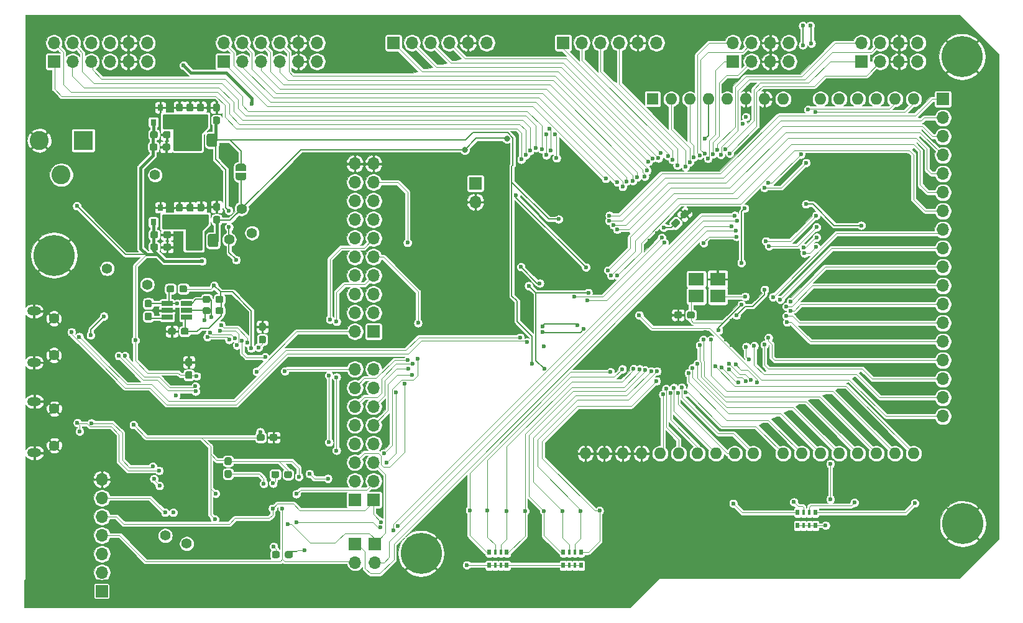
<source format=gbl>
G04 #@! TF.GenerationSoftware,KiCad,Pcbnew,5.1.6-c6e7f7d~87~ubuntu18.04.1*
G04 #@! TF.CreationDate,2020-08-07T10:09:02+01:00*
G04 #@! TF.ProjectId,arktika-fpga,61726b74-696b-4612-9d66-7067612e6b69,rev?*
G04 #@! TF.SameCoordinates,Original*
G04 #@! TF.FileFunction,Copper,L2,Bot*
G04 #@! TF.FilePolarity,Positive*
%FSLAX46Y46*%
G04 Gerber Fmt 4.6, Leading zero omitted, Abs format (unit mm)*
G04 Created by KiCad (PCBNEW 5.1.6-c6e7f7d~87~ubuntu18.04.1) date 2020-08-07 10:09:02*
%MOMM*%
%LPD*%
G01*
G04 APERTURE LIST*
G04 #@! TA.AperFunction,ComponentPad*
%ADD10C,5.600000*%
G04 #@! TD*
G04 #@! TA.AperFunction,SMDPad,CuDef*
%ADD11R,2.100000X1.800000*%
G04 #@! TD*
G04 #@! TA.AperFunction,ComponentPad*
%ADD12O,1.900000X1.200000*%
G04 #@! TD*
G04 #@! TA.AperFunction,ComponentPad*
%ADD13C,1.450000*%
G04 #@! TD*
G04 #@! TA.AperFunction,SMDPad,CuDef*
%ADD14C,0.100000*%
G04 #@! TD*
G04 #@! TA.AperFunction,ComponentPad*
%ADD15C,1.400000*%
G04 #@! TD*
G04 #@! TA.AperFunction,ComponentPad*
%ADD16O,1.700000X1.700000*%
G04 #@! TD*
G04 #@! TA.AperFunction,ComponentPad*
%ADD17R,1.700000X1.700000*%
G04 #@! TD*
G04 #@! TA.AperFunction,ComponentPad*
%ADD18O,1.600000X1.600000*%
G04 #@! TD*
G04 #@! TA.AperFunction,ComponentPad*
%ADD19R,1.600000X1.600000*%
G04 #@! TD*
G04 #@! TA.AperFunction,SMDPad,CuDef*
%ADD20R,1.560000X0.650000*%
G04 #@! TD*
G04 #@! TA.AperFunction,SMDPad,CuDef*
%ADD21R,0.800000X0.900000*%
G04 #@! TD*
G04 #@! TA.AperFunction,SMDPad,CuDef*
%ADD22R,0.500000X0.800000*%
G04 #@! TD*
G04 #@! TA.AperFunction,SMDPad,CuDef*
%ADD23R,0.400000X0.800000*%
G04 #@! TD*
G04 #@! TA.AperFunction,ComponentPad*
%ADD24C,2.600000*%
G04 #@! TD*
G04 #@! TA.AperFunction,ComponentPad*
%ADD25R,2.600000X2.600000*%
G04 #@! TD*
G04 #@! TA.AperFunction,ViaPad*
%ADD26C,0.600000*%
G04 #@! TD*
G04 #@! TA.AperFunction,ViaPad*
%ADD27C,0.800000*%
G04 #@! TD*
G04 #@! TA.AperFunction,Conductor*
%ADD28C,0.125000*%
G04 #@! TD*
G04 #@! TA.AperFunction,Conductor*
%ADD29C,0.400000*%
G04 #@! TD*
G04 #@! TA.AperFunction,Conductor*
%ADD30C,0.150000*%
G04 #@! TD*
G04 #@! TA.AperFunction,Conductor*
%ADD31C,0.200000*%
G04 #@! TD*
G04 #@! TA.AperFunction,Conductor*
%ADD32C,0.254000*%
G04 #@! TD*
G04 #@! TA.AperFunction,NonConductor*
%ADD33C,0.152000*%
G04 #@! TD*
G04 APERTURE END LIST*
D10*
G04 #@! TO.P,REF\u002A\u002A,1*
G04 #@! TO.N,GND*
X138550000Y-131250000D03*
G04 #@! TD*
G04 #@! TO.P,REF\u002A\u002A,1*
G04 #@! TO.N,GND*
X88550000Y-90650000D03*
G04 #@! TD*
G04 #@! TO.P,REF\u002A\u002A,1*
G04 #@! TO.N,GND*
X212250000Y-63600000D03*
G04 #@! TD*
G04 #@! TO.P,REF\u002A\u002A,1*
G04 #@! TO.N,GND*
X212350000Y-127200000D03*
G04 #@! TD*
D11*
G04 #@! TO.P,XUP1,1*
G04 #@! TO.N,Net-(XUP1-Pad1)*
X176050000Y-93900000D03*
G04 #@! TO.P,XUP1,2*
G04 #@! TO.N,GND*
X178950000Y-93900000D03*
G04 #@! TO.P,XUP1,3*
G04 #@! TO.N,/FPGA_IO/OSC_OUT*
X178950000Y-96200000D03*
G04 #@! TO.P,XUP1,4*
G04 #@! TO.N,/VCC3V3*
X176050000Y-96200000D03*
G04 #@! TD*
D12*
G04 #@! TO.P,JUSB2,6*
G04 #@! TO.N,GND*
X85862500Y-117550000D03*
X85862500Y-110550000D03*
D13*
X88562500Y-116550000D03*
X88562500Y-111550000D03*
G04 #@! TD*
D12*
G04 #@! TO.P,JUSB1,6*
G04 #@! TO.N,GND*
X85812500Y-105250000D03*
X85812500Y-98250000D03*
D13*
X88512500Y-104250000D03*
X88512500Y-99250000D03*
G04 #@! TD*
G04 #@! TA.AperFunction,SMDPad,CuDef*
D14*
G04 #@! TO.P,JP2,2*
G04 #@! TO.N,/Power/VCC1.2_PLL*
G36*
X114749398Y-79950000D02*
G01*
X114749398Y-79974534D01*
X114744588Y-80023365D01*
X114735016Y-80071490D01*
X114720772Y-80118445D01*
X114701995Y-80163778D01*
X114678864Y-80207051D01*
X114651604Y-80247850D01*
X114620476Y-80285779D01*
X114585779Y-80320476D01*
X114547850Y-80351604D01*
X114507051Y-80378864D01*
X114463778Y-80401995D01*
X114418445Y-80420772D01*
X114371490Y-80435016D01*
X114323365Y-80444588D01*
X114274534Y-80449398D01*
X114250000Y-80449398D01*
X114250000Y-80450000D01*
X113750000Y-80450000D01*
X113750000Y-80449398D01*
X113725466Y-80449398D01*
X113676635Y-80444588D01*
X113628510Y-80435016D01*
X113581555Y-80420772D01*
X113536222Y-80401995D01*
X113492949Y-80378864D01*
X113452150Y-80351604D01*
X113414221Y-80320476D01*
X113379524Y-80285779D01*
X113348396Y-80247850D01*
X113321136Y-80207051D01*
X113298005Y-80163778D01*
X113279228Y-80118445D01*
X113264984Y-80071490D01*
X113255412Y-80023365D01*
X113250602Y-79974534D01*
X113250602Y-79950000D01*
X113250000Y-79950000D01*
X113250000Y-79450000D01*
X114750000Y-79450000D01*
X114750000Y-79950000D01*
X114749398Y-79950000D01*
G37*
G04 #@! TD.AperFunction*
G04 #@! TA.AperFunction,SMDPad,CuDef*
G04 #@! TO.P,JP2,1*
G04 #@! TO.N,/Power/VCC_CORE*
G36*
X113250000Y-79150000D02*
G01*
X113250000Y-78650000D01*
X113250602Y-78650000D01*
X113250602Y-78625466D01*
X113255412Y-78576635D01*
X113264984Y-78528510D01*
X113279228Y-78481555D01*
X113298005Y-78436222D01*
X113321136Y-78392949D01*
X113348396Y-78352150D01*
X113379524Y-78314221D01*
X113414221Y-78279524D01*
X113452150Y-78248396D01*
X113492949Y-78221136D01*
X113536222Y-78198005D01*
X113581555Y-78179228D01*
X113628510Y-78164984D01*
X113676635Y-78155412D01*
X113725466Y-78150602D01*
X113750000Y-78150602D01*
X113750000Y-78150000D01*
X114250000Y-78150000D01*
X114250000Y-78150602D01*
X114274534Y-78150602D01*
X114323365Y-78155412D01*
X114371490Y-78164984D01*
X114418445Y-78179228D01*
X114463778Y-78198005D01*
X114507051Y-78221136D01*
X114547850Y-78248396D01*
X114585779Y-78279524D01*
X114620476Y-78314221D01*
X114651604Y-78352150D01*
X114678864Y-78392949D01*
X114701995Y-78436222D01*
X114720772Y-78481555D01*
X114735016Y-78528510D01*
X114744588Y-78576635D01*
X114749398Y-78625466D01*
X114749398Y-78650000D01*
X114750000Y-78650000D01*
X114750000Y-79150000D01*
X113250000Y-79150000D01*
G37*
G04 #@! TD.AperFunction*
G04 #@! TD*
D15*
G04 #@! TO.P,TP8,1*
G04 #@! TO.N,/FPGA_PERIPHS/D+*
X106600000Y-129900000D03*
G04 #@! TD*
G04 #@! TO.P,TP7,1*
G04 #@! TO.N,/FPGA_PERIPHS/D-*
X103700000Y-128800000D03*
G04 #@! TD*
G04 #@! TO.P,TP6,1*
G04 #@! TO.N,/Power/VCC1.2_PLL*
X114100000Y-84300000D03*
G04 #@! TD*
G04 #@! TO.P,TP5,1*
G04 #@! TO.N,/Power/VCC_CORE*
X112400000Y-88500000D03*
G04 #@! TD*
G04 #@! TO.P,TP4,1*
G04 #@! TO.N,/VCC3V3*
X115500000Y-87600000D03*
G04 #@! TD*
G04 #@! TO.P,TP3,1*
G04 #@! TO.N,/VCC5V*
X102300000Y-79700000D03*
G04 #@! TD*
G04 #@! TO.P,TP2,1*
G04 #@! TO.N,/D-*
X101250000Y-94650000D03*
G04 #@! TD*
G04 #@! TO.P,TP1,1*
G04 #@! TO.N,/D+*
X95758000Y-92456000D03*
G04 #@! TD*
G04 #@! TO.P,CP7_4,2*
G04 #@! TO.N,GND*
G04 #@! TA.AperFunction,SMDPad,CuDef*
G36*
G01*
X174265425Y-85570451D02*
X173929549Y-85234575D01*
G75*
G02*
X173929549Y-84898699I167938J167938D01*
G01*
X174336135Y-84492113D01*
G75*
G02*
X174672011Y-84492113I167938J-167938D01*
G01*
X175007887Y-84827989D01*
G75*
G02*
X175007887Y-85163865I-167938J-167938D01*
G01*
X174601301Y-85570451D01*
G75*
G02*
X174265425Y-85570451I-167938J167938D01*
G01*
G37*
G04 #@! TD.AperFunction*
G04 #@! TO.P,CP7_4,1*
G04 #@! TO.N,/Power/VCC_CORE*
G04 #@! TA.AperFunction,SMDPad,CuDef*
G36*
G01*
X173027989Y-86807887D02*
X172692113Y-86472011D01*
G75*
G02*
X172692113Y-86136135I167938J167938D01*
G01*
X173098699Y-85729549D01*
G75*
G02*
X173434575Y-85729549I167938J-167938D01*
G01*
X173770451Y-86065425D01*
G75*
G02*
X173770451Y-86401301I-167938J-167938D01*
G01*
X173363865Y-86807887D01*
G75*
G02*
X173027989Y-86807887I-167938J167938D01*
G01*
G37*
G04 #@! TD.AperFunction*
G04 #@! TD*
D16*
G04 #@! TO.P,BPER1,2*
G04 #@! TO.N,GND*
X145950000Y-83390000D03*
D17*
G04 #@! TO.P,BPER1,1*
G04 #@! TO.N,/FPGA_IO/Buzzer*
X145950000Y-80850000D03*
G04 #@! TD*
D16*
G04 #@! TO.P,JEXT1,18*
G04 #@! TO.N,/FPGA_IO/EXT18*
X209625000Y-112555000D03*
G04 #@! TO.P,JEXT1,17*
G04 #@! TO.N,/FPGA_IO/EXT17*
X209625000Y-110015000D03*
G04 #@! TO.P,JEXT1,16*
G04 #@! TO.N,/FPGA_IO/EXT16*
X209625000Y-107475000D03*
G04 #@! TO.P,JEXT1,15*
G04 #@! TO.N,/FPGA_IO/EXT15*
X209625000Y-104935000D03*
G04 #@! TO.P,JEXT1,14*
G04 #@! TO.N,/FPGA_IO/EXT14*
X209625000Y-102395000D03*
G04 #@! TO.P,JEXT1,13*
G04 #@! TO.N,/FPGA_IO/EXT13*
X209625000Y-99855000D03*
G04 #@! TO.P,JEXT1,12*
G04 #@! TO.N,/FPGA_IO/EXT12*
X209625000Y-97315000D03*
G04 #@! TO.P,JEXT1,11*
G04 #@! TO.N,/FPGA_IO/EXT11*
X209625000Y-94775000D03*
G04 #@! TO.P,JEXT1,10*
G04 #@! TO.N,/FPGA_IO/EXT10*
X209625000Y-92235000D03*
G04 #@! TO.P,JEXT1,9*
G04 #@! TO.N,/FPGA_IO/EXT9*
X209625000Y-89695000D03*
G04 #@! TO.P,JEXT1,8*
G04 #@! TO.N,/FPGA_IO/EXT8*
X209625000Y-87155000D03*
G04 #@! TO.P,JEXT1,7*
G04 #@! TO.N,/FPGA_IO/EXT7*
X209625000Y-84615000D03*
G04 #@! TO.P,JEXT1,6*
G04 #@! TO.N,/FPGA_IO/EXT6*
X209625000Y-82075000D03*
G04 #@! TO.P,JEXT1,5*
G04 #@! TO.N,/FPGA_IO/EXT5*
X209625000Y-79535000D03*
G04 #@! TO.P,JEXT1,4*
G04 #@! TO.N,/FPGA_IO/EXT4*
X209625000Y-76995000D03*
G04 #@! TO.P,JEXT1,3*
G04 #@! TO.N,/FPGA_IO/EXT3*
X209625000Y-74455000D03*
G04 #@! TO.P,JEXT1,2*
G04 #@! TO.N,/FPGA_IO/EXT2*
X209625000Y-71915000D03*
D17*
G04 #@! TO.P,JEXT1,1*
G04 #@! TO.N,/FPGA_IO/EXT1*
X209625000Y-69375000D03*
G04 #@! TD*
D18*
G04 #@! TO.P,A1,16*
G04 #@! TO.N,/FPGA_IO/ARDUINO_D1*
X203095000Y-117630000D03*
G04 #@! TO.P,A1,15*
G04 #@! TO.N,/FPGA_IO/ARDUINO_D0*
X205635000Y-117630000D03*
G04 #@! TO.P,A1,30*
G04 #@! TO.N,GND*
X166015000Y-117630000D03*
G04 #@! TO.P,A1,14*
G04 #@! TO.N,/FPGA_IO/ARDUINO_EXTRA_3*
X205635000Y-69370000D03*
G04 #@! TO.P,A1,29*
G04 #@! TO.N,GND*
X168555000Y-117630000D03*
G04 #@! TO.P,A1,13*
G04 #@! TO.N,/FPGA_IO/ARDUINO_EXTRA_4*
X203095000Y-69370000D03*
G04 #@! TO.P,A1,28*
G04 #@! TO.N,/FPGA_IO/ARDUINO_D13*
X171095000Y-117630000D03*
G04 #@! TO.P,A1,12*
G04 #@! TO.N,ADC_CH3*
X200555000Y-69370000D03*
G04 #@! TO.P,A1,27*
G04 #@! TO.N,/FPGA_IO/ARDUINO_D12*
X173635000Y-117630000D03*
G04 #@! TO.P,A1,11*
G04 #@! TO.N,ADC_CH2*
X198015000Y-69370000D03*
G04 #@! TO.P,A1,26*
G04 #@! TO.N,/FPGA_IO/ARDUINO_D11*
X176175000Y-117630000D03*
G04 #@! TO.P,A1,10*
G04 #@! TO.N,ADC_CH1*
X195475000Y-69370000D03*
G04 #@! TO.P,A1,25*
G04 #@! TO.N,/FPGA_IO/ARDUINO_D10*
X178715000Y-117630000D03*
G04 #@! TO.P,A1,9*
G04 #@! TO.N,ADC_CH0*
X192935000Y-69370000D03*
G04 #@! TO.P,A1,24*
G04 #@! TO.N,/FPGA_IO/ARDUINO_D9*
X181255000Y-117630000D03*
G04 #@! TO.P,A1,8*
G04 #@! TO.N,/VIN*
X187855000Y-69370000D03*
G04 #@! TO.P,A1,23*
G04 #@! TO.N,/FPGA_IO/ARDUINO_D8*
X183795000Y-117630000D03*
G04 #@! TO.P,A1,7*
G04 #@! TO.N,GND*
X185315000Y-69370000D03*
G04 #@! TO.P,A1,22*
G04 #@! TO.N,/FPGA_IO/ARDUINO_D7*
X187855000Y-117630000D03*
G04 #@! TO.P,A1,6*
G04 #@! TO.N,GND*
X182775000Y-69370000D03*
G04 #@! TO.P,A1,21*
G04 #@! TO.N,/FPGA_IO/ARDUINO_D6*
X190395000Y-117630000D03*
G04 #@! TO.P,A1,5*
G04 #@! TO.N,/VCC5V*
X180235000Y-69370000D03*
G04 #@! TO.P,A1,20*
G04 #@! TO.N,/FPGA_IO/ARDUINO_D5*
X192935000Y-117630000D03*
G04 #@! TO.P,A1,4*
G04 #@! TO.N,/VCC3V3*
X177695000Y-69370000D03*
G04 #@! TO.P,A1,19*
G04 #@! TO.N,/FPGA_IO/ARDUINO_D4*
X195475000Y-117630000D03*
G04 #@! TO.P,A1,3*
G04 #@! TO.N,/FPGA_IO/ARDUINO_RESET*
X175155000Y-69370000D03*
G04 #@! TO.P,A1,18*
G04 #@! TO.N,/FPGA_IO/ARDUINO_D3*
X198015000Y-117630000D03*
G04 #@! TO.P,A1,2*
G04 #@! TO.N,/FPGA_IO/ARDUINO_EXTRA_1*
X172615000Y-69370000D03*
G04 #@! TO.P,A1,17*
G04 #@! TO.N,/FPGA_IO/ARDUINO_D2*
X200555000Y-117630000D03*
D19*
G04 #@! TO.P,A1,1*
G04 #@! TO.N,Net-(A1-Pad1)*
X170075000Y-69370000D03*
D18*
G04 #@! TO.P,A1,31*
G04 #@! TO.N,GND*
X163475000Y-117630000D03*
G04 #@! TO.P,A1,32*
X160935000Y-117630000D03*
G04 #@! TD*
D16*
G04 #@! TO.P,JUP6,20*
G04 #@! TO.N,GND*
X129527300Y-78168500D03*
G04 #@! TO.P,JUP6,19*
X132067300Y-78168500D03*
G04 #@! TO.P,JUP6,18*
G04 #@! TO.N,/USB AND PROG/C9'*
X129527300Y-80708500D03*
G04 #@! TO.P,JUP6,17*
G04 #@! TO.N,/USB AND PROG/C8'*
X132067300Y-80708500D03*
G04 #@! TO.P,JUP6,16*
G04 #@! TO.N,/USB AND PROG/ACBUS7*
X129527300Y-83248500D03*
G04 #@! TO.P,JUP6,15*
G04 #@! TO.N,/USB AND PROG/ADBUS7*
X132067300Y-83248500D03*
G04 #@! TO.P,JUP6,14*
G04 #@! TO.N,/USB AND PROG/ACBUS6*
X129527300Y-85788500D03*
G04 #@! TO.P,JUP6,13*
G04 #@! TO.N,/USB AND PROG/ADBUS6*
X132067300Y-85788500D03*
G04 #@! TO.P,JUP6,12*
G04 #@! TO.N,/USB AND PROG/ACBUS5*
X129527300Y-88328500D03*
G04 #@! TO.P,JUP6,11*
G04 #@! TO.N,/USB AND PROG/ADBUS5*
X132067300Y-88328500D03*
G04 #@! TO.P,JUP6,10*
G04 #@! TO.N,/USB AND PROG/ACBUS4*
X129527300Y-90868500D03*
G04 #@! TO.P,JUP6,9*
G04 #@! TO.N,/USB AND PROG/ADBUS4*
X132067300Y-90868500D03*
G04 #@! TO.P,JUP6,8*
G04 #@! TO.N,/USB AND PROG/ACBUS3*
X129527300Y-93408500D03*
G04 #@! TO.P,JUP6,7*
G04 #@! TO.N,/USB AND PROG/ADBUS3*
X132067300Y-93408500D03*
G04 #@! TO.P,JUP6,6*
G04 #@! TO.N,/USB AND PROG/ACBUS2*
X129527300Y-95948500D03*
G04 #@! TO.P,JUP6,5*
G04 #@! TO.N,/USB AND PROG/ADBUS2*
X132067300Y-95948500D03*
G04 #@! TO.P,JUP6,4*
G04 #@! TO.N,/USB AND PROG/ACBUS1*
X129527300Y-98488500D03*
G04 #@! TO.P,JUP6,3*
G04 #@! TO.N,/USB AND PROG/ADBUS1*
X132067300Y-98488500D03*
G04 #@! TO.P,JUP6,2*
G04 #@! TO.N,/USB AND PROG/ACBUS0*
X129527300Y-101028500D03*
D17*
G04 #@! TO.P,JUP6,1*
G04 #@! TO.N,/USB AND PROG/ADBUS0*
X132067300Y-101028500D03*
G04 #@! TD*
G04 #@! TO.P,JUP7_2,1*
G04 #@! TO.N,/USB AND PROG/ICE_SCK*
X132067300Y-123935000D03*
D16*
G04 #@! TO.P,JUP7_2,2*
G04 #@! TO.N,/USB AND PROG/FLASH_MOSI*
X132067300Y-121395000D03*
G04 #@! TO.P,JUP7_2,3*
G04 #@! TO.N,/USB AND PROG/FLASH_MISO*
X132067300Y-118855000D03*
G04 #@! TO.P,JUP7_2,4*
G04 #@! TO.N,/USB AND PROG/ICE_CS*
X132067300Y-116315000D03*
G04 #@! TO.P,JUP7_2,5*
G04 #@! TO.N,/USB AND PROG/CDONE*
X132067300Y-113775000D03*
G04 #@! TO.P,JUP7_2,6*
G04 #@! TO.N,/USB AND PROG/ICE_CRESET*
X132067300Y-111235000D03*
G04 #@! TO.P,JUP7_2,7*
G04 #@! TO.N,/USB AND PROG/C8*
X132067300Y-108695000D03*
G04 #@! TO.P,JUP7_2,8*
G04 #@! TO.N,/USB AND PROG/C9*
X132067300Y-106155000D03*
G04 #@! TD*
G04 #@! TO.P,PMODA_2,12*
G04 #@! TO.N,/VCC3V3*
X124351500Y-61731500D03*
G04 #@! TO.P,PMODA_2,11*
X124351500Y-64271500D03*
G04 #@! TO.P,PMODA_2,10*
G04 #@! TO.N,GND*
X121811500Y-61731500D03*
G04 #@! TO.P,PMODA_2,9*
X121811500Y-64271500D03*
G04 #@! TO.P,PMODA_2,8*
G04 #@! TO.N,/FPGA_IO/PMOD1_B_10*
X119271500Y-61731500D03*
G04 #@! TO.P,PMODA_2,7*
G04 #@! TO.N,/FPGA_IO/PMOD1_B_4*
X119271500Y-64271500D03*
G04 #@! TO.P,PMODA_2,6*
G04 #@! TO.N,/FPGA_IO/PMOD1_B_9*
X116731500Y-61731500D03*
G04 #@! TO.P,PMODA_2,5*
G04 #@! TO.N,/FPGA_IO/PMOD1_B_3*
X116731500Y-64271500D03*
G04 #@! TO.P,PMODA_2,4*
G04 #@! TO.N,/FPGA_IO/PMOD1_B_8*
X114191500Y-61731500D03*
G04 #@! TO.P,PMODA_2,3*
G04 #@! TO.N,/FPGA_IO/PMOD1_B_2*
X114191500Y-64271500D03*
G04 #@! TO.P,PMODA_2,2*
G04 #@! TO.N,/FPGA_IO/PMOD1_B_7*
X111651500Y-61731500D03*
D17*
G04 #@! TO.P,PMODA_2,1*
G04 #@! TO.N,/FPGA_IO/PMOD1_B_1*
X111651500Y-64271500D03*
G04 #@! TD*
D16*
G04 #@! TO.P,PMODA_1,12*
G04 #@! TO.N,/VCC3V3*
X101226500Y-61731500D03*
G04 #@! TO.P,PMODA_1,11*
X101226500Y-64271500D03*
G04 #@! TO.P,PMODA_1,10*
G04 #@! TO.N,GND*
X98686500Y-61731500D03*
G04 #@! TO.P,PMODA_1,9*
X98686500Y-64271500D03*
G04 #@! TO.P,PMODA_1,8*
G04 #@! TO.N,/FPGA_IO/PMOD1_A_10*
X96146500Y-61731500D03*
G04 #@! TO.P,PMODA_1,7*
G04 #@! TO.N,/FPGA_IO/PMOD1_A_4*
X96146500Y-64271500D03*
G04 #@! TO.P,PMODA_1,6*
G04 #@! TO.N,/FPGA_IO/PMOD1_A_9*
X93606500Y-61731500D03*
G04 #@! TO.P,PMODA_1,5*
G04 #@! TO.N,/FPGA_IO/PMOD1_A_3*
X93606500Y-64271500D03*
G04 #@! TO.P,PMODA_1,4*
G04 #@! TO.N,/FPGA_IO/PMOD1_A_8*
X91066500Y-61731500D03*
G04 #@! TO.P,PMODA_1,3*
G04 #@! TO.N,/FPGA_IO/PMOD1_A_2*
X91066500Y-64271500D03*
G04 #@! TO.P,PMODA_1,2*
G04 #@! TO.N,/FPGA_IO/PMOD1_A_7*
X88526500Y-61731500D03*
D17*
G04 #@! TO.P,PMODA_1,1*
G04 #@! TO.N,/FPGA_IO/PMOD1_A_1*
X88526500Y-64271500D03*
G04 #@! TD*
D16*
G04 #@! TO.P,PMODC_2,6*
G04 #@! TO.N,/VCC3V3*
X170601500Y-61721500D03*
G04 #@! TO.P,PMODC_2,5*
G04 #@! TO.N,GND*
X168061500Y-61721500D03*
G04 #@! TO.P,PMODC_2,4*
G04 #@! TO.N,/FPGA_IO/PMOD3_B_4*
X165521500Y-61721500D03*
G04 #@! TO.P,PMODC_2,3*
G04 #@! TO.N,/FPGA_IO/PMOD3_B_3*
X162981500Y-61721500D03*
G04 #@! TO.P,PMODC_2,2*
G04 #@! TO.N,/FPGA_IO/PMOD3_B_2*
X160441500Y-61721500D03*
D17*
G04 #@! TO.P,PMODC_2,1*
G04 #@! TO.N,/FPGA_IO/PMOD3_B_1*
X157901500Y-61721500D03*
G04 #@! TD*
D16*
G04 #@! TO.P,PMODC_1,6*
G04 #@! TO.N,/VCC3V3*
X147476500Y-61724500D03*
G04 #@! TO.P,PMODC_1,5*
G04 #@! TO.N,GND*
X144936500Y-61724500D03*
G04 #@! TO.P,PMODC_1,4*
G04 #@! TO.N,/FPGA_IO/PMOD3_A_4*
X142396500Y-61724500D03*
G04 #@! TO.P,PMODC_1,3*
G04 #@! TO.N,/FPGA_IO/PMOD3_A_3*
X139856500Y-61724500D03*
G04 #@! TO.P,PMODC_1,2*
G04 #@! TO.N,/FPGA_IO/PMOD3_A_2*
X137316500Y-61724500D03*
D17*
G04 #@! TO.P,PMODC_1,1*
G04 #@! TO.N,/FPGA_IO/PMOD3_A_1*
X134776500Y-61724500D03*
G04 #@! TD*
D16*
G04 #@! TO.P,PMODB_2,8*
G04 #@! TO.N,/VCC3V3*
X206184500Y-61722000D03*
G04 #@! TO.P,PMODB_2,7*
X206184500Y-64262000D03*
G04 #@! TO.P,PMODB_2,6*
G04 #@! TO.N,GND*
X203644500Y-61722000D03*
G04 #@! TO.P,PMODB_2,5*
X203644500Y-64262000D03*
G04 #@! TO.P,PMODB_2,4*
G04 #@! TO.N,/FPGA_IO/PMOD2_B_4*
X201104500Y-61722000D03*
G04 #@! TO.P,PMODB_2,3*
G04 #@! TO.N,/FPGA_IO/PMOD2_B_3*
X201104500Y-64262000D03*
G04 #@! TO.P,PMODB_2,2*
G04 #@! TO.N,/FPGA_IO/PMOD2_B_2*
X198564500Y-61722000D03*
D17*
G04 #@! TO.P,PMODB_2,1*
G04 #@! TO.N,/FPGA_IO/PMOD2_B_1*
X198564500Y-64262000D03*
G04 #@! TD*
D16*
G04 #@! TO.P,PMODB_1,8*
G04 #@! TO.N,/VCC3V3*
X188646500Y-61734500D03*
G04 #@! TO.P,PMODB_1,7*
X188646500Y-64274500D03*
G04 #@! TO.P,PMODB_1,6*
G04 #@! TO.N,GND*
X186106500Y-61734500D03*
G04 #@! TO.P,PMODB_1,5*
X186106500Y-64274500D03*
G04 #@! TO.P,PMODB_1,4*
G04 #@! TO.N,/FPGA_IO/PMOD2_A_4*
X183566500Y-61734500D03*
G04 #@! TO.P,PMODB_1,3*
G04 #@! TO.N,/FPGA_IO/PMOD2_A_3*
X183566500Y-64274500D03*
G04 #@! TO.P,PMODB_1,2*
G04 #@! TO.N,/FPGA_IO/PMOD2_A_2*
X181026500Y-61734500D03*
D17*
G04 #@! TO.P,PMODB_1,1*
G04 #@! TO.N,/FPGA_IO/PMOD2_A_1*
X181026500Y-64274500D03*
G04 #@! TD*
D16*
G04 #@! TO.P,JUP9,7*
G04 #@! TO.N,GND*
X95059500Y-121158000D03*
G04 #@! TO.P,JUP9,6*
G04 #@! TO.N,/USB AND PROG/FLASH_CS*
X95059500Y-123698000D03*
G04 #@! TO.P,JUP9,5*
G04 #@! TO.N,/USB AND PROG/ICE_SCK*
X95059500Y-126238000D03*
G04 #@! TO.P,JUP9,4*
G04 #@! TO.N,/USB AND PROG/FLASH_MOSI*
X95059500Y-128778000D03*
G04 #@! TO.P,JUP9,3*
G04 #@! TO.N,/USB AND PROG/FLASH_MISO*
X95059500Y-131318000D03*
G04 #@! TO.P,JUP9,2*
G04 #@! TO.N,/USB AND PROG/flash_~WP*
X95059500Y-133858000D03*
D17*
G04 #@! TO.P,JUP9,1*
G04 #@! TO.N,/USB AND PROG/flash_~RST*
X95059500Y-136398000D03*
G04 #@! TD*
D20*
G04 #@! TO.P,UUP2,5*
G04 #@! TO.N,/USB AND PROG/EECS*
X106625000Y-98150000D03*
G04 #@! TO.P,UUP2,6*
G04 #@! TO.N,/USB AND PROG/VCC3V3_USB*
X106625000Y-99100000D03*
G04 #@! TO.P,UUP2,4*
G04 #@! TO.N,/USB AND PROG/EECLK*
X106625000Y-97200000D03*
G04 #@! TO.P,UUP2,3*
G04 #@! TO.N,/USB AND PROG/EEDATA*
X103925000Y-97200000D03*
G04 #@! TO.P,UUP2,2*
G04 #@! TO.N,GND*
X103925000Y-98150000D03*
G04 #@! TO.P,UUP2,1*
G04 #@! TO.N,Net-(RUP7-Pad2)*
X103925000Y-99100000D03*
G04 #@! TD*
D21*
G04 #@! TO.P,UP3,3*
G04 #@! TO.N,GND*
X103025000Y-84150000D03*
G04 #@! TO.P,UP3,2*
G04 #@! TO.N,/VCC3V3*
X102075000Y-86150000D03*
G04 #@! TO.P,UP3,1*
G04 #@! TO.N,Net-(CP3_3-Pad1)*
X103975000Y-86150000D03*
G04 #@! TD*
G04 #@! TO.P,UP2,3*
G04 #@! TO.N,GND*
X103025000Y-70525000D03*
G04 #@! TO.P,UP2,2*
G04 #@! TO.N,/VCC3V3*
X102075000Y-72525000D03*
G04 #@! TO.P,UP2,1*
G04 #@! TO.N,Net-(CCP5_2-Pad1)*
X103975000Y-72525000D03*
G04 #@! TD*
G04 #@! TO.P,RUP7_4,2*
G04 #@! TO.N,/USB AND PROG/ICE_SCK*
G04 #@! TA.AperFunction,SMDPad,CuDef*
G36*
G01*
X119200000Y-120262500D02*
X119200000Y-120737500D01*
G75*
G02*
X118962500Y-120975000I-237500J0D01*
G01*
X118387500Y-120975000D01*
G75*
G02*
X118150000Y-120737500I0J237500D01*
G01*
X118150000Y-120262500D01*
G75*
G02*
X118387500Y-120025000I237500J0D01*
G01*
X118962500Y-120025000D01*
G75*
G02*
X119200000Y-120262500I0J-237500D01*
G01*
G37*
G04 #@! TD.AperFunction*
G04 #@! TO.P,RUP7_4,1*
G04 #@! TO.N,/VCC3V3*
G04 #@! TA.AperFunction,SMDPad,CuDef*
G36*
G01*
X120950000Y-120262500D02*
X120950000Y-120737500D01*
G75*
G02*
X120712500Y-120975000I-237500J0D01*
G01*
X120137500Y-120975000D01*
G75*
G02*
X119900000Y-120737500I0J237500D01*
G01*
X119900000Y-120262500D01*
G75*
G02*
X120137500Y-120025000I237500J0D01*
G01*
X120712500Y-120025000D01*
G75*
G02*
X120950000Y-120262500I0J-237500D01*
G01*
G37*
G04 #@! TD.AperFunction*
G04 #@! TD*
G04 #@! TO.P,RUP7_3,2*
G04 #@! TO.N,/USB AND PROG/flash_~RST*
G04 #@! TA.AperFunction,SMDPad,CuDef*
G36*
G01*
X112012500Y-119900000D02*
X112487500Y-119900000D01*
G75*
G02*
X112725000Y-120137500I0J-237500D01*
G01*
X112725000Y-120712500D01*
G75*
G02*
X112487500Y-120950000I-237500J0D01*
G01*
X112012500Y-120950000D01*
G75*
G02*
X111775000Y-120712500I0J237500D01*
G01*
X111775000Y-120137500D01*
G75*
G02*
X112012500Y-119900000I237500J0D01*
G01*
G37*
G04 #@! TD.AperFunction*
G04 #@! TO.P,RUP7_3,1*
G04 #@! TO.N,/VCC3V3*
G04 #@! TA.AperFunction,SMDPad,CuDef*
G36*
G01*
X112012500Y-118150000D02*
X112487500Y-118150000D01*
G75*
G02*
X112725000Y-118387500I0J-237500D01*
G01*
X112725000Y-118962500D01*
G75*
G02*
X112487500Y-119200000I-237500J0D01*
G01*
X112012500Y-119200000D01*
G75*
G02*
X111775000Y-118962500I0J237500D01*
G01*
X111775000Y-118387500D01*
G75*
G02*
X112012500Y-118150000I237500J0D01*
G01*
G37*
G04 #@! TD.AperFunction*
G04 #@! TD*
G04 #@! TO.P,RUP7_2,2*
G04 #@! TO.N,/USB AND PROG/flash_~WP*
G04 #@! TA.AperFunction,SMDPad,CuDef*
G36*
G01*
X119300000Y-131162500D02*
X119300000Y-131637500D01*
G75*
G02*
X119062500Y-131875000I-237500J0D01*
G01*
X118487500Y-131875000D01*
G75*
G02*
X118250000Y-131637500I0J237500D01*
G01*
X118250000Y-131162500D01*
G75*
G02*
X118487500Y-130925000I237500J0D01*
G01*
X119062500Y-130925000D01*
G75*
G02*
X119300000Y-131162500I0J-237500D01*
G01*
G37*
G04 #@! TD.AperFunction*
G04 #@! TO.P,RUP7_2,1*
G04 #@! TO.N,/VCC3V3*
G04 #@! TA.AperFunction,SMDPad,CuDef*
G36*
G01*
X121050000Y-131162500D02*
X121050000Y-131637500D01*
G75*
G02*
X120812500Y-131875000I-237500J0D01*
G01*
X120237500Y-131875000D01*
G75*
G02*
X120000000Y-131637500I0J237500D01*
G01*
X120000000Y-131162500D01*
G75*
G02*
X120237500Y-130925000I237500J0D01*
G01*
X120812500Y-130925000D01*
G75*
G02*
X121050000Y-131162500I0J-237500D01*
G01*
G37*
G04 #@! TD.AperFunction*
G04 #@! TD*
G04 #@! TO.P,RUP7,2*
G04 #@! TO.N,Net-(RUP7-Pad2)*
G04 #@! TA.AperFunction,SMDPad,CuDef*
G36*
G01*
X101137500Y-98450000D02*
X101612500Y-98450000D01*
G75*
G02*
X101850000Y-98687500I0J-237500D01*
G01*
X101850000Y-99262500D01*
G75*
G02*
X101612500Y-99500000I-237500J0D01*
G01*
X101137500Y-99500000D01*
G75*
G02*
X100900000Y-99262500I0J237500D01*
G01*
X100900000Y-98687500D01*
G75*
G02*
X101137500Y-98450000I237500J0D01*
G01*
G37*
G04 #@! TD.AperFunction*
G04 #@! TO.P,RUP7,1*
G04 #@! TO.N,/USB AND PROG/EEDATA*
G04 #@! TA.AperFunction,SMDPad,CuDef*
G36*
G01*
X101137500Y-96700000D02*
X101612500Y-96700000D01*
G75*
G02*
X101850000Y-96937500I0J-237500D01*
G01*
X101850000Y-97512500D01*
G75*
G02*
X101612500Y-97750000I-237500J0D01*
G01*
X101137500Y-97750000D01*
G75*
G02*
X100900000Y-97512500I0J237500D01*
G01*
X100900000Y-96937500D01*
G75*
G02*
X101137500Y-96700000I237500J0D01*
G01*
G37*
G04 #@! TD.AperFunction*
G04 #@! TD*
G04 #@! TO.P,RUP6,2*
G04 #@! TO.N,/USB AND PROG/EEDATA*
G04 #@! TA.AperFunction,SMDPad,CuDef*
G36*
G01*
X104925000Y-94987500D02*
X104925000Y-95462500D01*
G75*
G02*
X104687500Y-95700000I-237500J0D01*
G01*
X104112500Y-95700000D01*
G75*
G02*
X103875000Y-95462500I0J237500D01*
G01*
X103875000Y-94987500D01*
G75*
G02*
X104112500Y-94750000I237500J0D01*
G01*
X104687500Y-94750000D01*
G75*
G02*
X104925000Y-94987500I0J-237500D01*
G01*
G37*
G04 #@! TD.AperFunction*
G04 #@! TO.P,RUP6,1*
G04 #@! TO.N,/USB AND PROG/VCC3V3_USB*
G04 #@! TA.AperFunction,SMDPad,CuDef*
G36*
G01*
X106675000Y-94987500D02*
X106675000Y-95462500D01*
G75*
G02*
X106437500Y-95700000I-237500J0D01*
G01*
X105862500Y-95700000D01*
G75*
G02*
X105625000Y-95462500I0J237500D01*
G01*
X105625000Y-94987500D01*
G75*
G02*
X105862500Y-94750000I237500J0D01*
G01*
X106437500Y-94750000D01*
G75*
G02*
X106675000Y-94987500I0J-237500D01*
G01*
G37*
G04 #@! TD.AperFunction*
G04 #@! TD*
G04 #@! TO.P,RUP5,2*
G04 #@! TO.N,/USB AND PROG/EECLK*
G04 #@! TA.AperFunction,SMDPad,CuDef*
G36*
G01*
X109850000Y-96412500D02*
X109850000Y-96887500D01*
G75*
G02*
X109612500Y-97125000I-237500J0D01*
G01*
X109037500Y-97125000D01*
G75*
G02*
X108800000Y-96887500I0J237500D01*
G01*
X108800000Y-96412500D01*
G75*
G02*
X109037500Y-96175000I237500J0D01*
G01*
X109612500Y-96175000D01*
G75*
G02*
X109850000Y-96412500I0J-237500D01*
G01*
G37*
G04 #@! TD.AperFunction*
G04 #@! TO.P,RUP5,1*
G04 #@! TO.N,/USB AND PROG/VCC3V3_USB*
G04 #@! TA.AperFunction,SMDPad,CuDef*
G36*
G01*
X111600000Y-96412500D02*
X111600000Y-96887500D01*
G75*
G02*
X111362500Y-97125000I-237500J0D01*
G01*
X110787500Y-97125000D01*
G75*
G02*
X110550000Y-96887500I0J237500D01*
G01*
X110550000Y-96412500D01*
G75*
G02*
X110787500Y-96175000I237500J0D01*
G01*
X111362500Y-96175000D01*
G75*
G02*
X111600000Y-96412500I0J-237500D01*
G01*
G37*
G04 #@! TD.AperFunction*
G04 #@! TD*
G04 #@! TO.P,RUP4,2*
G04 #@! TO.N,/USB AND PROG/EECS*
G04 #@! TA.AperFunction,SMDPad,CuDef*
G36*
G01*
X109850000Y-97962500D02*
X109850000Y-98437500D01*
G75*
G02*
X109612500Y-98675000I-237500J0D01*
G01*
X109037500Y-98675000D01*
G75*
G02*
X108800000Y-98437500I0J237500D01*
G01*
X108800000Y-97962500D01*
G75*
G02*
X109037500Y-97725000I237500J0D01*
G01*
X109612500Y-97725000D01*
G75*
G02*
X109850000Y-97962500I0J-237500D01*
G01*
G37*
G04 #@! TD.AperFunction*
G04 #@! TO.P,RUP4,1*
G04 #@! TO.N,/USB AND PROG/VCC3V3_USB*
G04 #@! TA.AperFunction,SMDPad,CuDef*
G36*
G01*
X111600000Y-97962500D02*
X111600000Y-98437500D01*
G75*
G02*
X111362500Y-98675000I-237500J0D01*
G01*
X110787500Y-98675000D01*
G75*
G02*
X110550000Y-98437500I0J237500D01*
G01*
X110550000Y-97962500D01*
G75*
G02*
X110787500Y-97725000I237500J0D01*
G01*
X111362500Y-97725000D01*
G75*
G02*
X111600000Y-97962500I0J-237500D01*
G01*
G37*
G04 #@! TD.AperFunction*
G04 #@! TD*
D22*
G04 #@! TO.P,RPER4,5*
G04 #@! TO.N,/VCC3V3*
X160325000Y-132875000D03*
D23*
G04 #@! TO.P,RPER4,6*
X159525000Y-132875000D03*
D22*
G04 #@! TO.P,RPER4,8*
X157925000Y-132875000D03*
D23*
G04 #@! TO.P,RPER4,7*
X158725000Y-132875000D03*
D22*
G04 #@! TO.P,RPER4,4*
G04 #@! TO.N,/FPGA_IO/SW0*
X160325000Y-131075000D03*
D23*
G04 #@! TO.P,RPER4,2*
G04 #@! TO.N,/FPGA_IO/SW2*
X158725000Y-131075000D03*
G04 #@! TO.P,RPER4,3*
G04 #@! TO.N,/FPGA_IO/SW1*
X159525000Y-131075000D03*
D22*
G04 #@! TO.P,RPER4,1*
G04 #@! TO.N,/FPGA_IO/SW3*
X157925000Y-131075000D03*
G04 #@! TD*
G04 #@! TO.P,RPER3,5*
G04 #@! TO.N,/VCC3V3*
X150225000Y-132875000D03*
D23*
G04 #@! TO.P,RPER3,6*
X149425000Y-132875000D03*
D22*
G04 #@! TO.P,RPER3,8*
X147825000Y-132875000D03*
D23*
G04 #@! TO.P,RPER3,7*
X148625000Y-132875000D03*
D22*
G04 #@! TO.P,RPER3,4*
G04 #@! TO.N,/FPGA_IO/SW4*
X150225000Y-131075000D03*
D23*
G04 #@! TO.P,RPER3,2*
G04 #@! TO.N,/FPGA_IO/SW6*
X148625000Y-131075000D03*
G04 #@! TO.P,RPER3,3*
G04 #@! TO.N,/FPGA_IO/SW5*
X149425000Y-131075000D03*
D22*
G04 #@! TO.P,RPER3,1*
G04 #@! TO.N,/FPGA_IO/SW7*
X147825000Y-131075000D03*
G04 #@! TD*
G04 #@! TO.P,RPER2,5*
G04 #@! TO.N,/VCC3V3*
X192237000Y-127461000D03*
D23*
G04 #@! TO.P,RPER2,6*
X191437000Y-127461000D03*
D22*
G04 #@! TO.P,RPER2,8*
X189837000Y-127461000D03*
D23*
G04 #@! TO.P,RPER2,7*
X190637000Y-127461000D03*
D22*
G04 #@! TO.P,RPER2,4*
G04 #@! TO.N,/FPGA_IO/PSH3*
X192237000Y-125661000D03*
D23*
G04 #@! TO.P,RPER2,2*
G04 #@! TO.N,/FPGA_IO/PSH1*
X190637000Y-125661000D03*
G04 #@! TO.P,RPER2,3*
G04 #@! TO.N,/FPGA_IO/PSH2*
X191437000Y-125661000D03*
D22*
G04 #@! TO.P,RPER2,1*
G04 #@! TO.N,/FPGA_IO/PSH0*
X189837000Y-125661000D03*
G04 #@! TD*
G04 #@! TO.P,LP1_3,2*
G04 #@! TO.N,/Power/VCC1.2_PLL*
G04 #@! TA.AperFunction,SMDPad,CuDef*
G36*
G01*
X109500000Y-89250000D02*
X109500000Y-88000000D01*
G75*
G02*
X109750000Y-87750000I250000J0D01*
G01*
X110675000Y-87750000D01*
G75*
G02*
X110925000Y-88000000I0J-250000D01*
G01*
X110925000Y-89250000D01*
G75*
G02*
X110675000Y-89500000I-250000J0D01*
G01*
X109750000Y-89500000D01*
G75*
G02*
X109500000Y-89250000I0J250000D01*
G01*
G37*
G04 #@! TD.AperFunction*
G04 #@! TO.P,LP1_3,1*
G04 #@! TO.N,Net-(CP3_3-Pad1)*
G04 #@! TA.AperFunction,SMDPad,CuDef*
G36*
G01*
X106525000Y-89250000D02*
X106525000Y-88000000D01*
G75*
G02*
X106775000Y-87750000I250000J0D01*
G01*
X107700000Y-87750000D01*
G75*
G02*
X107950000Y-88000000I0J-250000D01*
G01*
X107950000Y-89250000D01*
G75*
G02*
X107700000Y-89500000I-250000J0D01*
G01*
X106775000Y-89500000D01*
G75*
G02*
X106525000Y-89250000I0J250000D01*
G01*
G37*
G04 #@! TD.AperFunction*
G04 #@! TD*
G04 #@! TO.P,LP1_2,2*
G04 #@! TO.N,/Power/VCC_CORE*
G04 #@! TA.AperFunction,SMDPad,CuDef*
G36*
G01*
X109325000Y-75600000D02*
X109325000Y-74350000D01*
G75*
G02*
X109575000Y-74100000I250000J0D01*
G01*
X110500000Y-74100000D01*
G75*
G02*
X110750000Y-74350000I0J-250000D01*
G01*
X110750000Y-75600000D01*
G75*
G02*
X110500000Y-75850000I-250000J0D01*
G01*
X109575000Y-75850000D01*
G75*
G02*
X109325000Y-75600000I0J250000D01*
G01*
G37*
G04 #@! TD.AperFunction*
G04 #@! TO.P,LP1_2,1*
G04 #@! TO.N,Net-(CCP5_2-Pad1)*
G04 #@! TA.AperFunction,SMDPad,CuDef*
G36*
G01*
X106350000Y-75600000D02*
X106350000Y-74350000D01*
G75*
G02*
X106600000Y-74100000I250000J0D01*
G01*
X107525000Y-74100000D01*
G75*
G02*
X107775000Y-74350000I0J-250000D01*
G01*
X107775000Y-75600000D01*
G75*
G02*
X107525000Y-75850000I-250000J0D01*
G01*
X106600000Y-75850000D01*
G75*
G02*
X106350000Y-75600000I0J250000D01*
G01*
G37*
G04 #@! TD.AperFunction*
G04 #@! TD*
G04 #@! TO.P,CUP11,1*
G04 #@! TO.N,/VCC3V3*
G04 #@! TA.AperFunction,SMDPad,CuDef*
G36*
G01*
X175825000Y-98537500D02*
X175825000Y-99012500D01*
G75*
G02*
X175587500Y-99250000I-237500J0D01*
G01*
X175012500Y-99250000D01*
G75*
G02*
X174775000Y-99012500I0J237500D01*
G01*
X174775000Y-98537500D01*
G75*
G02*
X175012500Y-98300000I237500J0D01*
G01*
X175587500Y-98300000D01*
G75*
G02*
X175825000Y-98537500I0J-237500D01*
G01*
G37*
G04 #@! TD.AperFunction*
G04 #@! TO.P,CUP11,2*
G04 #@! TO.N,GND*
G04 #@! TA.AperFunction,SMDPad,CuDef*
G36*
G01*
X174075000Y-98537500D02*
X174075000Y-99012500D01*
G75*
G02*
X173837500Y-99250000I-237500J0D01*
G01*
X173262500Y-99250000D01*
G75*
G02*
X173025000Y-99012500I0J237500D01*
G01*
X173025000Y-98537500D01*
G75*
G02*
X173262500Y-98300000I237500J0D01*
G01*
X173837500Y-98300000D01*
G75*
G02*
X174075000Y-98537500I0J-237500D01*
G01*
G37*
G04 #@! TD.AperFunction*
G04 #@! TD*
G04 #@! TO.P,CUP9,2*
G04 #@! TO.N,GND*
G04 #@! TA.AperFunction,SMDPad,CuDef*
G36*
G01*
X105125000Y-100762500D02*
X105125000Y-101237500D01*
G75*
G02*
X104887500Y-101475000I-237500J0D01*
G01*
X104312500Y-101475000D01*
G75*
G02*
X104075000Y-101237500I0J237500D01*
G01*
X104075000Y-100762500D01*
G75*
G02*
X104312500Y-100525000I237500J0D01*
G01*
X104887500Y-100525000D01*
G75*
G02*
X105125000Y-100762500I0J-237500D01*
G01*
G37*
G04 #@! TD.AperFunction*
G04 #@! TO.P,CUP9,1*
G04 #@! TO.N,/USB AND PROG/VCC3V3_USB*
G04 #@! TA.AperFunction,SMDPad,CuDef*
G36*
G01*
X106875000Y-100762500D02*
X106875000Y-101237500D01*
G75*
G02*
X106637500Y-101475000I-237500J0D01*
G01*
X106062500Y-101475000D01*
G75*
G02*
X105825000Y-101237500I0J237500D01*
G01*
X105825000Y-100762500D01*
G75*
G02*
X106062500Y-100525000I237500J0D01*
G01*
X106637500Y-100525000D01*
G75*
G02*
X106875000Y-100762500I0J-237500D01*
G01*
G37*
G04 #@! TD.AperFunction*
G04 #@! TD*
G04 #@! TO.P,CUP7,2*
G04 #@! TO.N,GND*
G04 #@! TA.AperFunction,SMDPad,CuDef*
G36*
G01*
X117162500Y-100900000D02*
X116687500Y-100900000D01*
G75*
G02*
X116450000Y-100662500I0J237500D01*
G01*
X116450000Y-100087500D01*
G75*
G02*
X116687500Y-99850000I237500J0D01*
G01*
X117162500Y-99850000D01*
G75*
G02*
X117400000Y-100087500I0J-237500D01*
G01*
X117400000Y-100662500D01*
G75*
G02*
X117162500Y-100900000I-237500J0D01*
G01*
G37*
G04 #@! TD.AperFunction*
G04 #@! TO.P,CUP7,1*
G04 #@! TO.N,Net-(CUP7-Pad1)*
G04 #@! TA.AperFunction,SMDPad,CuDef*
G36*
G01*
X117162500Y-102650000D02*
X116687500Y-102650000D01*
G75*
G02*
X116450000Y-102412500I0J237500D01*
G01*
X116450000Y-101837500D01*
G75*
G02*
X116687500Y-101600000I237500J0D01*
G01*
X117162500Y-101600000D01*
G75*
G02*
X117400000Y-101837500I0J-237500D01*
G01*
X117400000Y-102412500D01*
G75*
G02*
X117162500Y-102650000I-237500J0D01*
G01*
G37*
G04 #@! TD.AperFunction*
G04 #@! TD*
G04 #@! TO.P,CUP4,2*
G04 #@! TO.N,GND*
G04 #@! TA.AperFunction,SMDPad,CuDef*
G36*
G01*
X117925000Y-115687500D02*
X117925000Y-115212500D01*
G75*
G02*
X118162500Y-114975000I237500J0D01*
G01*
X118737500Y-114975000D01*
G75*
G02*
X118975000Y-115212500I0J-237500D01*
G01*
X118975000Y-115687500D01*
G75*
G02*
X118737500Y-115925000I-237500J0D01*
G01*
X118162500Y-115925000D01*
G75*
G02*
X117925000Y-115687500I0J237500D01*
G01*
G37*
G04 #@! TD.AperFunction*
G04 #@! TO.P,CUP4,1*
G04 #@! TO.N,/VCC3V3*
G04 #@! TA.AperFunction,SMDPad,CuDef*
G36*
G01*
X116175000Y-115687500D02*
X116175000Y-115212500D01*
G75*
G02*
X116412500Y-114975000I237500J0D01*
G01*
X116987500Y-114975000D01*
G75*
G02*
X117225000Y-115212500I0J-237500D01*
G01*
X117225000Y-115687500D01*
G75*
G02*
X116987500Y-115925000I-237500J0D01*
G01*
X116412500Y-115925000D01*
G75*
G02*
X116175000Y-115687500I0J237500D01*
G01*
G37*
G04 #@! TD.AperFunction*
G04 #@! TD*
G04 #@! TO.P,CUP2,2*
G04 #@! TO.N,GND*
G04 #@! TA.AperFunction,SMDPad,CuDef*
G36*
G01*
X107137500Y-105725000D02*
X106662500Y-105725000D01*
G75*
G02*
X106425000Y-105487500I0J237500D01*
G01*
X106425000Y-104912500D01*
G75*
G02*
X106662500Y-104675000I237500J0D01*
G01*
X107137500Y-104675000D01*
G75*
G02*
X107375000Y-104912500I0J-237500D01*
G01*
X107375000Y-105487500D01*
G75*
G02*
X107137500Y-105725000I-237500J0D01*
G01*
G37*
G04 #@! TD.AperFunction*
G04 #@! TO.P,CUP2,1*
G04 #@! TO.N,/VCC3V3*
G04 #@! TA.AperFunction,SMDPad,CuDef*
G36*
G01*
X107137500Y-107475000D02*
X106662500Y-107475000D01*
G75*
G02*
X106425000Y-107237500I0J237500D01*
G01*
X106425000Y-106662500D01*
G75*
G02*
X106662500Y-106425000I237500J0D01*
G01*
X107137500Y-106425000D01*
G75*
G02*
X107375000Y-106662500I0J-237500D01*
G01*
X107375000Y-107237500D01*
G75*
G02*
X107137500Y-107475000I-237500J0D01*
G01*
G37*
G04 #@! TD.AperFunction*
G04 #@! TD*
G04 #@! TO.P,CP6_3,2*
G04 #@! TO.N,GND*
G04 #@! TA.AperFunction,SMDPad,CuDef*
G36*
G01*
X110937500Y-84575000D02*
X110462500Y-84575000D01*
G75*
G02*
X110225000Y-84337500I0J237500D01*
G01*
X110225000Y-83762500D01*
G75*
G02*
X110462500Y-83525000I237500J0D01*
G01*
X110937500Y-83525000D01*
G75*
G02*
X111175000Y-83762500I0J-237500D01*
G01*
X111175000Y-84337500D01*
G75*
G02*
X110937500Y-84575000I-237500J0D01*
G01*
G37*
G04 #@! TD.AperFunction*
G04 #@! TO.P,CP6_3,1*
G04 #@! TO.N,/Power/VCC1.2_PLL*
G04 #@! TA.AperFunction,SMDPad,CuDef*
G36*
G01*
X110937500Y-86325000D02*
X110462500Y-86325000D01*
G75*
G02*
X110225000Y-86087500I0J237500D01*
G01*
X110225000Y-85512500D01*
G75*
G02*
X110462500Y-85275000I237500J0D01*
G01*
X110937500Y-85275000D01*
G75*
G02*
X111175000Y-85512500I0J-237500D01*
G01*
X111175000Y-86087500D01*
G75*
G02*
X110937500Y-86325000I-237500J0D01*
G01*
G37*
G04 #@! TD.AperFunction*
G04 #@! TD*
G04 #@! TO.P,CP6_2,2*
G04 #@! TO.N,GND*
G04 #@! TA.AperFunction,SMDPad,CuDef*
G36*
G01*
X110912500Y-71050000D02*
X110437500Y-71050000D01*
G75*
G02*
X110200000Y-70812500I0J237500D01*
G01*
X110200000Y-70237500D01*
G75*
G02*
X110437500Y-70000000I237500J0D01*
G01*
X110912500Y-70000000D01*
G75*
G02*
X111150000Y-70237500I0J-237500D01*
G01*
X111150000Y-70812500D01*
G75*
G02*
X110912500Y-71050000I-237500J0D01*
G01*
G37*
G04 #@! TD.AperFunction*
G04 #@! TO.P,CP6_2,1*
G04 #@! TO.N,/Power/VCC_CORE*
G04 #@! TA.AperFunction,SMDPad,CuDef*
G36*
G01*
X110912500Y-72800000D02*
X110437500Y-72800000D01*
G75*
G02*
X110200000Y-72562500I0J237500D01*
G01*
X110200000Y-71987500D01*
G75*
G02*
X110437500Y-71750000I237500J0D01*
G01*
X110912500Y-71750000D01*
G75*
G02*
X111150000Y-71987500I0J-237500D01*
G01*
X111150000Y-72562500D01*
G75*
G02*
X110912500Y-72800000I-237500J0D01*
G01*
G37*
G04 #@! TD.AperFunction*
G04 #@! TD*
G04 #@! TO.P,CP5_3,2*
G04 #@! TO.N,GND*
G04 #@! TA.AperFunction,SMDPad,CuDef*
G36*
G01*
X108787500Y-84675000D02*
X108312500Y-84675000D01*
G75*
G02*
X108075000Y-84437500I0J237500D01*
G01*
X108075000Y-83862500D01*
G75*
G02*
X108312500Y-83625000I237500J0D01*
G01*
X108787500Y-83625000D01*
G75*
G02*
X109025000Y-83862500I0J-237500D01*
G01*
X109025000Y-84437500D01*
G75*
G02*
X108787500Y-84675000I-237500J0D01*
G01*
G37*
G04 #@! TD.AperFunction*
G04 #@! TO.P,CP5_3,1*
G04 #@! TO.N,Net-(CP3_3-Pad1)*
G04 #@! TA.AperFunction,SMDPad,CuDef*
G36*
G01*
X108787500Y-86425000D02*
X108312500Y-86425000D01*
G75*
G02*
X108075000Y-86187500I0J237500D01*
G01*
X108075000Y-85612500D01*
G75*
G02*
X108312500Y-85375000I237500J0D01*
G01*
X108787500Y-85375000D01*
G75*
G02*
X109025000Y-85612500I0J-237500D01*
G01*
X109025000Y-86187500D01*
G75*
G02*
X108787500Y-86425000I-237500J0D01*
G01*
G37*
G04 #@! TD.AperFunction*
G04 #@! TD*
G04 #@! TO.P,CP4_3,2*
G04 #@! TO.N,GND*
G04 #@! TA.AperFunction,SMDPad,CuDef*
G36*
G01*
X107312500Y-84700000D02*
X106837500Y-84700000D01*
G75*
G02*
X106600000Y-84462500I0J237500D01*
G01*
X106600000Y-83887500D01*
G75*
G02*
X106837500Y-83650000I237500J0D01*
G01*
X107312500Y-83650000D01*
G75*
G02*
X107550000Y-83887500I0J-237500D01*
G01*
X107550000Y-84462500D01*
G75*
G02*
X107312500Y-84700000I-237500J0D01*
G01*
G37*
G04 #@! TD.AperFunction*
G04 #@! TO.P,CP4_3,1*
G04 #@! TO.N,Net-(CP3_3-Pad1)*
G04 #@! TA.AperFunction,SMDPad,CuDef*
G36*
G01*
X107312500Y-86450000D02*
X106837500Y-86450000D01*
G75*
G02*
X106600000Y-86212500I0J237500D01*
G01*
X106600000Y-85637500D01*
G75*
G02*
X106837500Y-85400000I237500J0D01*
G01*
X107312500Y-85400000D01*
G75*
G02*
X107550000Y-85637500I0J-237500D01*
G01*
X107550000Y-86212500D01*
G75*
G02*
X107312500Y-86450000I-237500J0D01*
G01*
G37*
G04 #@! TD.AperFunction*
G04 #@! TD*
G04 #@! TO.P,CP4_2,2*
G04 #@! TO.N,GND*
G04 #@! TA.AperFunction,SMDPad,CuDef*
G36*
G01*
X107287500Y-71050000D02*
X106812500Y-71050000D01*
G75*
G02*
X106575000Y-70812500I0J237500D01*
G01*
X106575000Y-70237500D01*
G75*
G02*
X106812500Y-70000000I237500J0D01*
G01*
X107287500Y-70000000D01*
G75*
G02*
X107525000Y-70237500I0J-237500D01*
G01*
X107525000Y-70812500D01*
G75*
G02*
X107287500Y-71050000I-237500J0D01*
G01*
G37*
G04 #@! TD.AperFunction*
G04 #@! TO.P,CP4_2,1*
G04 #@! TO.N,Net-(CCP5_2-Pad1)*
G04 #@! TA.AperFunction,SMDPad,CuDef*
G36*
G01*
X107287500Y-72800000D02*
X106812500Y-72800000D01*
G75*
G02*
X106575000Y-72562500I0J237500D01*
G01*
X106575000Y-71987500D01*
G75*
G02*
X106812500Y-71750000I237500J0D01*
G01*
X107287500Y-71750000D01*
G75*
G02*
X107525000Y-71987500I0J-237500D01*
G01*
X107525000Y-72562500D01*
G75*
G02*
X107287500Y-72800000I-237500J0D01*
G01*
G37*
G04 #@! TD.AperFunction*
G04 #@! TD*
G04 #@! TO.P,CP3_3,2*
G04 #@! TO.N,GND*
G04 #@! TA.AperFunction,SMDPad,CuDef*
G36*
G01*
X105862500Y-84700000D02*
X105387500Y-84700000D01*
G75*
G02*
X105150000Y-84462500I0J237500D01*
G01*
X105150000Y-83887500D01*
G75*
G02*
X105387500Y-83650000I237500J0D01*
G01*
X105862500Y-83650000D01*
G75*
G02*
X106100000Y-83887500I0J-237500D01*
G01*
X106100000Y-84462500D01*
G75*
G02*
X105862500Y-84700000I-237500J0D01*
G01*
G37*
G04 #@! TD.AperFunction*
G04 #@! TO.P,CP3_3,1*
G04 #@! TO.N,Net-(CP3_3-Pad1)*
G04 #@! TA.AperFunction,SMDPad,CuDef*
G36*
G01*
X105862500Y-86450000D02*
X105387500Y-86450000D01*
G75*
G02*
X105150000Y-86212500I0J237500D01*
G01*
X105150000Y-85637500D01*
G75*
G02*
X105387500Y-85400000I237500J0D01*
G01*
X105862500Y-85400000D01*
G75*
G02*
X106100000Y-85637500I0J-237500D01*
G01*
X106100000Y-86212500D01*
G75*
G02*
X105862500Y-86450000I-237500J0D01*
G01*
G37*
G04 #@! TD.AperFunction*
G04 #@! TD*
G04 #@! TO.P,CP3_2,2*
G04 #@! TO.N,GND*
G04 #@! TA.AperFunction,SMDPad,CuDef*
G36*
G01*
X105862500Y-71050000D02*
X105387500Y-71050000D01*
G75*
G02*
X105150000Y-70812500I0J237500D01*
G01*
X105150000Y-70237500D01*
G75*
G02*
X105387500Y-70000000I237500J0D01*
G01*
X105862500Y-70000000D01*
G75*
G02*
X106100000Y-70237500I0J-237500D01*
G01*
X106100000Y-70812500D01*
G75*
G02*
X105862500Y-71050000I-237500J0D01*
G01*
G37*
G04 #@! TD.AperFunction*
G04 #@! TO.P,CP3_2,1*
G04 #@! TO.N,Net-(CCP5_2-Pad1)*
G04 #@! TA.AperFunction,SMDPad,CuDef*
G36*
G01*
X105862500Y-72800000D02*
X105387500Y-72800000D01*
G75*
G02*
X105150000Y-72562500I0J237500D01*
G01*
X105150000Y-71987500D01*
G75*
G02*
X105387500Y-71750000I237500J0D01*
G01*
X105862500Y-71750000D01*
G75*
G02*
X106100000Y-71987500I0J-237500D01*
G01*
X106100000Y-72562500D01*
G75*
G02*
X105862500Y-72800000I-237500J0D01*
G01*
G37*
G04 #@! TD.AperFunction*
G04 #@! TD*
G04 #@! TO.P,CP2_3,2*
G04 #@! TO.N,GND*
G04 #@! TA.AperFunction,SMDPad,CuDef*
G36*
G01*
X103425000Y-88087500D02*
X103425000Y-87612500D01*
G75*
G02*
X103662500Y-87375000I237500J0D01*
G01*
X104237500Y-87375000D01*
G75*
G02*
X104475000Y-87612500I0J-237500D01*
G01*
X104475000Y-88087500D01*
G75*
G02*
X104237500Y-88325000I-237500J0D01*
G01*
X103662500Y-88325000D01*
G75*
G02*
X103425000Y-88087500I0J237500D01*
G01*
G37*
G04 #@! TD.AperFunction*
G04 #@! TO.P,CP2_3,1*
G04 #@! TO.N,/VCC3V3*
G04 #@! TA.AperFunction,SMDPad,CuDef*
G36*
G01*
X101675000Y-88087500D02*
X101675000Y-87612500D01*
G75*
G02*
X101912500Y-87375000I237500J0D01*
G01*
X102487500Y-87375000D01*
G75*
G02*
X102725000Y-87612500I0J-237500D01*
G01*
X102725000Y-88087500D01*
G75*
G02*
X102487500Y-88325000I-237500J0D01*
G01*
X101912500Y-88325000D01*
G75*
G02*
X101675000Y-88087500I0J237500D01*
G01*
G37*
G04 #@! TD.AperFunction*
G04 #@! TD*
G04 #@! TO.P,CP2_2,2*
G04 #@! TO.N,GND*
G04 #@! TA.AperFunction,SMDPad,CuDef*
G36*
G01*
X103375000Y-74462500D02*
X103375000Y-73987500D01*
G75*
G02*
X103612500Y-73750000I237500J0D01*
G01*
X104187500Y-73750000D01*
G75*
G02*
X104425000Y-73987500I0J-237500D01*
G01*
X104425000Y-74462500D01*
G75*
G02*
X104187500Y-74700000I-237500J0D01*
G01*
X103612500Y-74700000D01*
G75*
G02*
X103375000Y-74462500I0J237500D01*
G01*
G37*
G04 #@! TD.AperFunction*
G04 #@! TO.P,CP2_2,1*
G04 #@! TO.N,/VCC3V3*
G04 #@! TA.AperFunction,SMDPad,CuDef*
G36*
G01*
X101625000Y-74462500D02*
X101625000Y-73987500D01*
G75*
G02*
X101862500Y-73750000I237500J0D01*
G01*
X102437500Y-73750000D01*
G75*
G02*
X102675000Y-73987500I0J-237500D01*
G01*
X102675000Y-74462500D01*
G75*
G02*
X102437500Y-74700000I-237500J0D01*
G01*
X101862500Y-74700000D01*
G75*
G02*
X101625000Y-74462500I0J237500D01*
G01*
G37*
G04 #@! TD.AperFunction*
G04 #@! TD*
G04 #@! TO.P,CP1_3,2*
G04 #@! TO.N,GND*
G04 #@! TA.AperFunction,SMDPad,CuDef*
G36*
G01*
X103425000Y-89762500D02*
X103425000Y-89287500D01*
G75*
G02*
X103662500Y-89050000I237500J0D01*
G01*
X104237500Y-89050000D01*
G75*
G02*
X104475000Y-89287500I0J-237500D01*
G01*
X104475000Y-89762500D01*
G75*
G02*
X104237500Y-90000000I-237500J0D01*
G01*
X103662500Y-90000000D01*
G75*
G02*
X103425000Y-89762500I0J237500D01*
G01*
G37*
G04 #@! TD.AperFunction*
G04 #@! TO.P,CP1_3,1*
G04 #@! TO.N,/VCC3V3*
G04 #@! TA.AperFunction,SMDPad,CuDef*
G36*
G01*
X101675000Y-89762500D02*
X101675000Y-89287500D01*
G75*
G02*
X101912500Y-89050000I237500J0D01*
G01*
X102487500Y-89050000D01*
G75*
G02*
X102725000Y-89287500I0J-237500D01*
G01*
X102725000Y-89762500D01*
G75*
G02*
X102487500Y-90000000I-237500J0D01*
G01*
X101912500Y-90000000D01*
G75*
G02*
X101675000Y-89762500I0J237500D01*
G01*
G37*
G04 #@! TD.AperFunction*
G04 #@! TD*
G04 #@! TO.P,CP1_2,2*
G04 #@! TO.N,GND*
G04 #@! TA.AperFunction,SMDPad,CuDef*
G36*
G01*
X103325000Y-76137500D02*
X103325000Y-75662500D01*
G75*
G02*
X103562500Y-75425000I237500J0D01*
G01*
X104137500Y-75425000D01*
G75*
G02*
X104375000Y-75662500I0J-237500D01*
G01*
X104375000Y-76137500D01*
G75*
G02*
X104137500Y-76375000I-237500J0D01*
G01*
X103562500Y-76375000D01*
G75*
G02*
X103325000Y-76137500I0J237500D01*
G01*
G37*
G04 #@! TD.AperFunction*
G04 #@! TO.P,CP1_2,1*
G04 #@! TO.N,/VCC3V3*
G04 #@! TA.AperFunction,SMDPad,CuDef*
G36*
G01*
X101575000Y-76137500D02*
X101575000Y-75662500D01*
G75*
G02*
X101812500Y-75425000I237500J0D01*
G01*
X102387500Y-75425000D01*
G75*
G02*
X102625000Y-75662500I0J-237500D01*
G01*
X102625000Y-76137500D01*
G75*
G02*
X102387500Y-76375000I-237500J0D01*
G01*
X101812500Y-76375000D01*
G75*
G02*
X101575000Y-76137500I0J237500D01*
G01*
G37*
G04 #@! TD.AperFunction*
G04 #@! TD*
G04 #@! TO.P,CCP5_2,2*
G04 #@! TO.N,GND*
G04 #@! TA.AperFunction,SMDPad,CuDef*
G36*
G01*
X108737500Y-71050000D02*
X108262500Y-71050000D01*
G75*
G02*
X108025000Y-70812500I0J237500D01*
G01*
X108025000Y-70237500D01*
G75*
G02*
X108262500Y-70000000I237500J0D01*
G01*
X108737500Y-70000000D01*
G75*
G02*
X108975000Y-70237500I0J-237500D01*
G01*
X108975000Y-70812500D01*
G75*
G02*
X108737500Y-71050000I-237500J0D01*
G01*
G37*
G04 #@! TD.AperFunction*
G04 #@! TO.P,CCP5_2,1*
G04 #@! TO.N,Net-(CCP5_2-Pad1)*
G04 #@! TA.AperFunction,SMDPad,CuDef*
G36*
G01*
X108737500Y-72800000D02*
X108262500Y-72800000D01*
G75*
G02*
X108025000Y-72562500I0J237500D01*
G01*
X108025000Y-71987500D01*
G75*
G02*
X108262500Y-71750000I237500J0D01*
G01*
X108737500Y-71750000D01*
G75*
G02*
X108975000Y-71987500I0J-237500D01*
G01*
X108975000Y-72562500D01*
G75*
G02*
X108737500Y-72800000I-237500J0D01*
G01*
G37*
G04 #@! TD.AperFunction*
G04 #@! TD*
D17*
G04 #@! TO.P,JUP8_2,1*
G04 #@! TO.N,/USB AND PROG/FLASH_MISO*
X132225000Y-129940000D03*
D16*
G04 #@! TO.P,JUP8_2,2*
G04 #@! TO.N,/USB AND PROG/ICE_SI*
X132225000Y-132480000D03*
G04 #@! TD*
D17*
G04 #@! TO.P,JUP8_1,1*
G04 #@! TO.N,/USB AND PROG/ICE_SO*
X129558000Y-129940000D03*
D16*
G04 #@! TO.P,JUP8_1,2*
G04 #@! TO.N,/USB AND PROG/FLASH_MOSI*
X129558000Y-132480000D03*
G04 #@! TD*
D17*
G04 #@! TO.P,JUP7_1,1*
G04 #@! TO.N,/USB AND PROG/ADBUS0*
X129525000Y-123935000D03*
D16*
G04 #@! TO.P,JUP7_1,2*
G04 #@! TO.N,/USB AND PROG/ADBUS1*
X129525000Y-121395000D03*
G04 #@! TO.P,JUP7_1,3*
G04 #@! TO.N,/USB AND PROG/ADBUS2*
X129525000Y-118855000D03*
G04 #@! TO.P,JUP7_1,4*
G04 #@! TO.N,/USB AND PROG/ADBUS4*
X129525000Y-116315000D03*
G04 #@! TO.P,JUP7_1,5*
G04 #@! TO.N,/USB AND PROG/ADBUS6*
X129525000Y-113775000D03*
G04 #@! TO.P,JUP7_1,6*
G04 #@! TO.N,/USB AND PROG/ADBUS7*
X129525000Y-111235000D03*
G04 #@! TO.P,JUP7_1,7*
G04 #@! TO.N,/USB AND PROG/C8'*
X129525000Y-108695000D03*
G04 #@! TO.P,JUP7_1,8*
G04 #@! TO.N,/USB AND PROG/C9'*
X129525000Y-106155000D03*
G04 #@! TD*
D24*
G04 #@! TO.P,JIN1,3*
G04 #@! TO.N,N/C*
X89525000Y-79700000D03*
G04 #@! TO.P,JIN1,2*
G04 #@! TO.N,GND*
X86525000Y-75000000D03*
D25*
G04 #@! TO.P,JIN1,1*
G04 #@! TO.N,/VIN*
X92525000Y-75000000D03*
G04 #@! TD*
D26*
G04 #@! TO.N,*
X105156000Y-109728000D03*
X182800000Y-71800000D03*
X182400000Y-72750000D03*
G04 #@! TO.N,/FPGA_IO/ARDUINO_D2*
X177000000Y-102125000D03*
G04 #@! TO.N,/FPGA_IO/ARDUINO_EXTRA_1*
X175133000Y-77965300D03*
G04 #@! TO.N,/FPGA_IO/ARDUINO_D3*
X176500000Y-102900000D03*
G04 #@! TO.N,/FPGA_IO/ARDUINO_RESET*
X175704500Y-77292200D03*
G04 #@! TO.N,/FPGA_IO/ARDUINO_D4*
X176175000Y-105450000D03*
G04 #@! TO.N,/VCC3V3*
X91650000Y-83925000D03*
X102905500Y-122029500D03*
X102155500Y-121079506D03*
X116625000Y-114699996D03*
X107950000Y-107100000D03*
X99631500Y-102235000D03*
X99377500Y-113728500D03*
X122642500Y-130818000D03*
X177200000Y-74800000D03*
X153200000Y-94800000D03*
X115500000Y-70000000D03*
X106200000Y-64800000D03*
X155320811Y-106070811D03*
X161324998Y-95750000D03*
X114150000Y-102300000D03*
X117300000Y-104500000D03*
X110550000Y-123100000D03*
X110450000Y-126600000D03*
X121900000Y-120800000D03*
X182625000Y-84250000D03*
X182175000Y-91675000D03*
X182200000Y-97375000D03*
X179075000Y-100850000D03*
X182825000Y-103100000D03*
X183225000Y-104850000D03*
X194300000Y-119050000D03*
X194300000Y-123875000D03*
X193650000Y-127425000D03*
X144775000Y-132825000D03*
X190975000Y-83675000D03*
X198515000Y-86575000D03*
X108712000Y-91440000D03*
G04 #@! TO.N,/FPGA_IO/ARDUINO_D5*
X175525000Y-105975000D03*
G04 #@! TO.N,/VCC5V*
X190550000Y-62025000D03*
X190550006Y-59375000D03*
G04 #@! TO.N,/FPGA_IO/ARDUINO_D6*
X175000000Y-106675000D03*
G04 #@! TO.N,GND*
X177250000Y-97956000D03*
X178350000Y-97956000D03*
X179650000Y-97956000D03*
X173516000Y-95488000D03*
X173516000Y-97520000D03*
X173516000Y-96504000D03*
X173516000Y-94472000D03*
X173466000Y-93122000D03*
X176146000Y-84378000D03*
X175046000Y-84778000D03*
X114730000Y-98420000D03*
X114800000Y-99600000D03*
X104902000Y-120142000D03*
X106172000Y-120142000D03*
X106172000Y-118872000D03*
X104902000Y-118872000D03*
X177546000Y-84328000D03*
X178562000Y-84328000D03*
X179578000Y-84328000D03*
X180594000Y-84328000D03*
X181610000Y-84328000D03*
X172212000Y-87630000D03*
X170688000Y-87630000D03*
X169672000Y-88646000D03*
X166980000Y-81410000D03*
X159512000Y-77216000D03*
X159512000Y-78232000D03*
X159512000Y-79248000D03*
X160528000Y-80010000D03*
X160528000Y-78994000D03*
X157988000Y-77378000D03*
X157988000Y-78394000D03*
X157988000Y-79410000D03*
X157988000Y-80426000D03*
X157988000Y-81442000D03*
X157988000Y-82458000D03*
X157988000Y-83474000D03*
X157988000Y-84490000D03*
X156972000Y-85090000D03*
X156972000Y-84074000D03*
X156972000Y-83058000D03*
X156972000Y-82042000D03*
X156972000Y-81026000D03*
X156972000Y-80010000D03*
X156972000Y-78994000D03*
X159470000Y-82042000D03*
X160486000Y-82042000D03*
X161502000Y-82042000D03*
X162518000Y-82042000D03*
X163068000Y-83058000D03*
X162052000Y-83058000D03*
X161036000Y-83058000D03*
X161036000Y-86360000D03*
X161036000Y-87122000D03*
X160020000Y-87122000D03*
X159004000Y-87122000D03*
X157988000Y-87122000D03*
X156972000Y-87122000D03*
X158496000Y-86360000D03*
X164084000Y-87884000D03*
X164084000Y-88900000D03*
X164084000Y-89916000D03*
X164084000Y-90932000D03*
X165150000Y-90466000D03*
X165150000Y-89450000D03*
X165150000Y-88434000D03*
X166116000Y-87884000D03*
X166116000Y-88900000D03*
X181306000Y-89708000D03*
X180290000Y-89708000D03*
X179274000Y-89708000D03*
X178258000Y-89708000D03*
X180606000Y-90674000D03*
X179590000Y-90674000D03*
X178574000Y-90674000D03*
X177558000Y-90674000D03*
X176500000Y-90700000D03*
X175350000Y-90700000D03*
X180798000Y-91740000D03*
X179782000Y-91740000D03*
X178766000Y-91740000D03*
X177750000Y-91740000D03*
X176734000Y-91740000D03*
X175718000Y-91740000D03*
X174702000Y-91740000D03*
X172466000Y-93972000D03*
X172466000Y-94988000D03*
X172466000Y-96004000D03*
X172466000Y-97020000D03*
X172466000Y-98036000D03*
X172466000Y-99052000D03*
X171450000Y-99568000D03*
X171450000Y-98552000D03*
X171450000Y-97536000D03*
X171450000Y-96520000D03*
X171450000Y-95504000D03*
X171450000Y-94488000D03*
X170484000Y-95920000D03*
X170484000Y-96936000D03*
X170484000Y-97952000D03*
X170484000Y-98968000D03*
X169418000Y-98552000D03*
X169418000Y-97536000D03*
X169418000Y-96520000D03*
X168402000Y-97536000D03*
X176784000Y-98806000D03*
X177800000Y-98806000D03*
X178816000Y-98806000D03*
X181610000Y-100076000D03*
X181610000Y-101092000D03*
X181610000Y-102108000D03*
X180848000Y-102870000D03*
X180848000Y-101600000D03*
X180848000Y-100584000D03*
X180848000Y-99568000D03*
X180086000Y-101092000D03*
X180086000Y-102108000D03*
X187452000Y-102108000D03*
X187452000Y-103124000D03*
X187452000Y-104140000D03*
X188468000Y-104140000D03*
X189484000Y-104140000D03*
X190500000Y-104140000D03*
X190500000Y-103124000D03*
X189484000Y-103124000D03*
X188468000Y-103124000D03*
X188468000Y-102108000D03*
X189484000Y-102108000D03*
X185420000Y-91440000D03*
X185420000Y-92456000D03*
X186436000Y-92456000D03*
X187452000Y-92456000D03*
X188468000Y-92456000D03*
X189484000Y-92456000D03*
X166624000Y-99568000D03*
X167640000Y-99568000D03*
X167640000Y-100584000D03*
X166624000Y-100584000D03*
X165608000Y-100584000D03*
X165608000Y-101600000D03*
X164592000Y-101600000D03*
X169672000Y-102616000D03*
X170688000Y-102616000D03*
X171704000Y-102616000D03*
X172720000Y-102616000D03*
X173736000Y-102616000D03*
X174752000Y-102616000D03*
X175768000Y-101600000D03*
X177292000Y-101092000D03*
X174752000Y-101600000D03*
X173736000Y-101600000D03*
X172720000Y-101600000D03*
X171704000Y-101600000D03*
X170688000Y-101600000D03*
X167640000Y-101600000D03*
X166624000Y-101600000D03*
X168656000Y-100584000D03*
X170434000Y-109220000D03*
X107696000Y-102362000D03*
X107696000Y-103378000D03*
X108712000Y-103378000D03*
X108712000Y-104394000D03*
X109474000Y-105156000D03*
X105156000Y-103886000D03*
X105156000Y-102616000D03*
X102870000Y-101854000D03*
X101854000Y-101854000D03*
X100838000Y-101854000D03*
X100838000Y-100838000D03*
X101854000Y-100838000D03*
X102870000Y-100838000D03*
X102870000Y-99822000D03*
X114808000Y-94996000D03*
X114808000Y-96012000D03*
X111252000Y-106172000D03*
X112268000Y-106172000D03*
X113284000Y-106172000D03*
X114300000Y-106172000D03*
X110998000Y-107188000D03*
X110998000Y-108204000D03*
X107188000Y-109728000D03*
X117348000Y-113030000D03*
X115316000Y-114554000D03*
X116078000Y-111760000D03*
X116586000Y-110998000D03*
X118110000Y-112268000D03*
X118110000Y-113792000D03*
X118872000Y-113030000D03*
X119888000Y-112268000D03*
X119888000Y-113792000D03*
X108712000Y-112522000D03*
X109728000Y-112522000D03*
X109728000Y-113538000D03*
X108712000Y-113538000D03*
X108712000Y-114554000D03*
X109728000Y-114554000D03*
X104140000Y-116332000D03*
X103124000Y-116332000D03*
X102108000Y-116332000D03*
X101092000Y-116332000D03*
X100076000Y-116332000D03*
X99060000Y-116332000D03*
X99060000Y-117348000D03*
X100076000Y-117348000D03*
X101092000Y-117348000D03*
X102108000Y-117348000D03*
X103124000Y-117348000D03*
X98044000Y-125222000D03*
X97536000Y-122682000D03*
X103632000Y-123952000D03*
X104648000Y-123952000D03*
X105664000Y-123952000D03*
X106680000Y-123952000D03*
X107696000Y-123952000D03*
X108712000Y-123952000D03*
X108204000Y-124714000D03*
X107188000Y-124714000D03*
X106172000Y-124714000D03*
X105156000Y-124714000D03*
X104140000Y-124714000D03*
X105918000Y-125730000D03*
X106934000Y-125730000D03*
X107950000Y-125730000D03*
X108966000Y-125730000D03*
X182800000Y-70900000D03*
X183134000Y-67818000D03*
X185550000Y-85870000D03*
X186700000Y-85950000D03*
X186650000Y-86980000D03*
X185600000Y-87310000D03*
X162840000Y-106010000D03*
X161570000Y-106010000D03*
X160310000Y-105980000D03*
G04 #@! TO.N,/FPGA_IO/ARDUINO_D7*
X174600000Y-109325000D03*
G04 #@! TO.N,/FPGA_IO/ARDUINO_D8*
X174050000Y-108625000D03*
G04 #@! TO.N,/VIN*
X191700000Y-61775000D03*
X191575000Y-59350000D03*
G04 #@! TO.N,/FPGA_IO/ARDUINO_D9*
X173525000Y-109400000D03*
G04 #@! TO.N,/FPGA_IO/ARDUINO_D10*
X172975000Y-108675000D03*
G04 #@! TO.N,/FPGA_IO/ARDUINO_D11*
X172500000Y-109425000D03*
G04 #@! TO.N,/FPGA_IO/ARDUINO_D12*
X171925000Y-108825000D03*
G04 #@! TO.N,/FPGA_IO/ARDUINO_D13*
X171500000Y-109600000D03*
G04 #@! TO.N,/FPGA_IO/ARDUINO_D0*
X178600000Y-105775000D03*
G04 #@! TO.N,/FPGA_IO/ARDUINO_D1*
X178050000Y-102125000D03*
G04 #@! TO.N,/FPGA_IO/Buzzer*
X161000000Y-92275000D03*
X151500000Y-82450000D03*
G04 #@! TO.N,/Power/VCC_CORE*
X112350000Y-84550000D03*
X112375000Y-86800000D03*
X113350000Y-91275000D03*
X157275000Y-85725000D03*
X153675000Y-105425000D03*
X171600000Y-86850000D03*
X173250000Y-86350000D03*
D27*
G04 #@! TO.N,/Power/VCC1.2_PLL*
X144499994Y-76250000D03*
X150250000Y-74750000D03*
D26*
X152150000Y-92225000D03*
X154700000Y-94450000D03*
G04 #@! TO.N,Net-(CUP7-Pad1)*
X116400000Y-103200000D03*
G04 #@! TO.N,/USB AND PROG/VCC3V3_USB*
X110350000Y-94774998D03*
X115400000Y-103300000D03*
G04 #@! TO.N,/USB AND PROG/CDONE*
X137300000Y-106900000D03*
X171325000Y-88250000D03*
X159450000Y-96300000D03*
G04 #@! TO.N,/FPGA_PERIPHS/D+*
X93625000Y-113510500D03*
X102000000Y-119420000D03*
G04 #@! TO.N,/FPGA_PERIPHS/D-*
X91725000Y-113460500D03*
X92025004Y-114610500D03*
X102859500Y-119979500D03*
G04 #@! TO.N,Net-(JUP1-Pad2)*
X111325000Y-100150000D03*
X114875000Y-102575000D03*
G04 #@! TO.N,/USB AND PROG/FLASH_CS*
X103695500Y-125666500D03*
X121600000Y-126975000D03*
X133000000Y-127675000D03*
X134750000Y-128125000D03*
X181275000Y-85225000D03*
X104775000Y-125666500D03*
G04 #@! TO.N,/USB AND PROG/ICE_SCK*
X118325000Y-125125000D03*
X133125000Y-126975000D03*
X181575000Y-85975000D03*
X135400000Y-127525000D03*
X118374998Y-121700000D03*
G04 #@! TO.N,/USB AND PROG/FLASH_MOSI*
X119650000Y-125125000D03*
X121550000Y-123150000D03*
G04 #@! TO.N,/USB AND PROG/FLASH_MISO*
X120400000Y-127225000D03*
G04 #@! TO.N,/USB AND PROG/flash_~WP*
X118450000Y-130299998D03*
G04 #@! TO.N,/USB AND PROG/flash_~RST*
X117100000Y-121750000D03*
G04 #@! TO.N,/USB AND PROG/ICE_CRESET*
X181500000Y-88100000D03*
X136775000Y-106125000D03*
X171700000Y-88925000D03*
X177050000Y-88950000D03*
X161225000Y-96775000D03*
G04 #@! TO.N,/USB AND PROG/ICE_SO*
X181400000Y-87325000D03*
G04 #@! TO.N,/USB AND PROG/ICE_SI*
X180875000Y-86725000D03*
G04 #@! TO.N,/FPGA_IO/PMOD1_A_1*
X152200000Y-77600000D03*
G04 #@! TO.N,/FPGA_IO/PMOD1_A_2*
X153400000Y-76400000D03*
G04 #@! TO.N,/FPGA_IO/PMOD1_A_3*
X155000000Y-76200000D03*
G04 #@! TO.N,/FPGA_IO/PMOD1_A_4*
X156200000Y-76400000D03*
X156000000Y-73400000D03*
G04 #@! TO.N,/FPGA_IO/PMOD1_A_7*
X152800000Y-77000000D03*
G04 #@! TO.N,/FPGA_IO/PMOD1_A_8*
X154200000Y-76000000D03*
G04 #@! TO.N,/FPGA_IO/PMOD1_A_9*
X155600000Y-77000000D03*
X155600000Y-74200000D03*
G04 #@! TO.N,/FPGA_IO/PMOD1_A_10*
X157000000Y-77400000D03*
X156800000Y-74200000D03*
G04 #@! TO.N,/FPGA_IO/PMOD1_B_1*
X163700000Y-80200000D03*
G04 #@! TO.N,/FPGA_IO/PMOD1_B_2*
X166000000Y-81300000D03*
G04 #@! TO.N,/FPGA_IO/PMOD1_B_3*
X167400000Y-80500000D03*
G04 #@! TO.N,/FPGA_IO/PMOD1_B_4*
X169011600Y-79908400D03*
G04 #@! TO.N,/FPGA_IO/PMOD1_B_7*
X165300000Y-80699990D03*
G04 #@! TO.N,/FPGA_IO/PMOD1_B_8*
X166499992Y-80600000D03*
G04 #@! TO.N,/FPGA_IO/PMOD1_B_9*
X168007574Y-79993941D03*
G04 #@! TO.N,/FPGA_IO/PMOD1_B_10*
X169329100Y-79095600D03*
G04 #@! TO.N,/FPGA_IO/PMOD2_A_1*
X177622200Y-77470000D03*
G04 #@! TO.N,/FPGA_IO/PMOD2_A_2*
X176479200Y-77012800D03*
G04 #@! TO.N,/FPGA_IO/PMOD2_A_3*
X178308000Y-76847700D03*
G04 #@! TO.N,/FPGA_IO/PMOD2_A_4*
X177190400Y-76809600D03*
G04 #@! TO.N,/FPGA_IO/PMOD2_B_2*
X178904900Y-76263500D03*
G04 #@! TO.N,/FPGA_IO/PMOD2_B_3*
X180581300Y-76758800D03*
G04 #@! TO.N,/FPGA_IO/PMOD2_B_4*
X179374800Y-76936600D03*
G04 #@! TO.N,/FPGA_IO/PMOD3_A_1*
X169519600Y-77901800D03*
G04 #@! TO.N,/FPGA_IO/PMOD3_A_2*
X170053000Y-77431900D03*
G04 #@! TO.N,/FPGA_IO/PMOD3_A_3*
X170877615Y-77413397D03*
G04 #@! TO.N,/FPGA_IO/PMOD3_A_4*
X171145200Y-76720700D03*
G04 #@! TO.N,/FPGA_IO/PMOD3_B_1*
X172194185Y-77104018D03*
G04 #@! TO.N,/FPGA_IO/PMOD3_B_2*
X172770800Y-77647800D03*
G04 #@! TO.N,/FPGA_IO/PMOD3_B_3*
X173443900Y-78397100D03*
G04 #@! TO.N,/FPGA_IO/PMOD3_B_4*
X174574200Y-78600300D03*
G04 #@! TO.N,/USB AND PROG/EECS*
X109016562Y-99461557D03*
X109425000Y-101775000D03*
X112400000Y-102150000D03*
G04 #@! TO.N,/USB AND PROG/EECLK*
X109975000Y-99075000D03*
X109775000Y-101150000D03*
X113150000Y-101900000D03*
G04 #@! TO.N,/USB AND PROG/EEDATA*
X105300000Y-97200000D03*
X111175000Y-100925000D03*
X113450000Y-102900000D03*
G04 #@! TO.N,/FPGA_IO/OSC_OUT*
X182700000Y-96275000D03*
G04 #@! TO.N,/USB AND PROG/D'-*
X98200000Y-104325000D03*
X107800000Y-108475000D03*
G04 #@! TO.N,/USB AND PROG/D'+*
X97350000Y-104325000D03*
X107825000Y-109175000D03*
G04 #@! TO.N,/D+*
X95325000Y-98950000D03*
X93525000Y-101525000D03*
X91977000Y-101748000D03*
X152050000Y-101840000D03*
G04 #@! TO.N,/D-*
X152950000Y-102475000D03*
X90923000Y-101098000D03*
G04 #@! TO.N,/USB AND PROG/C8'*
X136728200Y-104902000D03*
X136702800Y-88912700D03*
G04 #@! TO.N,/USB AND PROG/C9'*
X119975000Y-106425000D03*
G04 #@! TO.N,/FPGA_IO/LED3*
X155075000Y-100300000D03*
X159800000Y-100180000D03*
G04 #@! TO.N,/FPGA_IO/LED2*
X155075000Y-101100000D03*
X160683311Y-100708311D03*
G04 #@! TO.N,/FPGA_IO/LED1*
X155250000Y-103050000D03*
G04 #@! TO.N,/FPGA_IO/PSH3*
X205800000Y-124400000D03*
X181400000Y-105525000D03*
X184300000Y-107925000D03*
G04 #@! TO.N,/FPGA_IO/PSH2*
X197575000Y-124325000D03*
X180525000Y-105450000D03*
X183500000Y-107625000D03*
G04 #@! TO.N,/FPGA_IO/PSH1*
X189325000Y-124250000D03*
X182800000Y-107825000D03*
X180525000Y-106200000D03*
G04 #@! TO.N,/FPGA_IO/PSH0*
X181075000Y-124450000D03*
X179500002Y-105950002D03*
X181802056Y-107935434D03*
G04 #@! TO.N,/FPGA_IO/SW4*
X168325000Y-106150000D03*
X152700000Y-125474996D03*
G04 #@! TO.N,/FPGA_IO/SW6*
X165950000Y-106150000D03*
X147599996Y-125425000D03*
G04 #@! TO.N,/FPGA_IO/SW5*
X167499999Y-106124999D03*
X150200000Y-125475004D03*
G04 #@! TO.N,/FPGA_IO/SW7*
X164350000Y-106550000D03*
X145175000Y-125375000D03*
G04 #@! TO.N,/FPGA_IO/SW0*
X170600000Y-107775000D03*
X162850000Y-125425000D03*
G04 #@! TO.N,/FPGA_IO/SW2*
X169875000Y-106425000D03*
X157800000Y-125475000D03*
G04 #@! TO.N,/FPGA_IO/SW1*
X170675000Y-106425000D03*
X160300000Y-125450002D03*
G04 #@! TO.N,/FPGA_IO/SW3*
X169050000Y-106275000D03*
X155275000Y-125450004D03*
G04 #@! TO.N,ADC_CS*
X185525000Y-88725000D03*
X192350000Y-85250000D03*
G04 #@! TO.N,ADC_MOSI*
X185925000Y-89400000D03*
X192399998Y-86825000D03*
G04 #@! TO.N,ADC_MISO*
X190625000Y-89599998D03*
X192425000Y-88200000D03*
G04 #@! TO.N,ADC_CLK*
X190775000Y-90375000D03*
X192325000Y-89525000D03*
G04 #@! TO.N,UART_RX*
X123350000Y-120400000D03*
X125850000Y-121050000D03*
G04 #@! TO.N,/FPGA_IO/EXT1*
X164200000Y-85225000D03*
G04 #@! TO.N,/USB AND PROG/ADBUS7*
X137445510Y-105435400D03*
G04 #@! TO.N,/USB AND PROG/ADBUS5*
X126009400Y-107022900D03*
X126123700Y-99377500D03*
X126000000Y-116100000D03*
G04 #@! TO.N,/USB AND PROG/ADBUS4*
X138074400Y-104762300D03*
X138125200Y-99860100D03*
X133477000Y-117612700D03*
G04 #@! TO.N,/USB AND PROG/ADBUS3*
X127025400Y-107251500D03*
X127025400Y-99669600D03*
X127025000Y-117225000D03*
G04 #@! TO.N,/USB AND PROG/ADBUS2*
X136284747Y-108164031D03*
G04 #@! TO.N,/USB AND PROG/ADBUS1*
X135140289Y-109308489D03*
X133883400Y-118833900D03*
G04 #@! TO.N,/USB AND PROG/ACBUS0*
X116141500Y-106476800D03*
G04 #@! TO.N,/FPGA_IO/PMOD2_B_1*
X180022500Y-76187300D03*
G04 #@! TO.N,/FPGA_IO/EXT17*
X183925000Y-102975000D03*
G04 #@! TO.N,/FPGA_IO/EXT16*
X185325000Y-102825000D03*
G04 #@! TO.N,/FPGA_IO/EXT15*
X185875000Y-101875000D03*
G04 #@! TO.N,/FPGA_IO/EXT14*
X188400000Y-99750000D03*
G04 #@! TO.N,/FPGA_IO/EXT13*
X188325000Y-98925000D03*
G04 #@! TO.N,/FPGA_IO/EXT12*
X188900000Y-98225000D03*
G04 #@! TO.N,/FPGA_IO/EXT11*
X188300000Y-97625000D03*
G04 #@! TO.N,/FPGA_IO/EXT10*
X188900000Y-96925000D03*
G04 #@! TO.N,/FPGA_IO/EXT9*
X187475000Y-96675000D03*
G04 #@! TO.N,/FPGA_IO/EXT8*
X186475000Y-96325000D03*
G04 #@! TO.N,/FPGA_IO/EXT7*
X165300000Y-93400000D03*
G04 #@! TO.N,/FPGA_IO/EXT6*
X164450000Y-93400000D03*
G04 #@! TO.N,/FPGA_IO/EXT5*
X164025000Y-92700000D03*
G04 #@! TO.N,/FPGA_IO/EXT4*
X165250000Y-87125000D03*
G04 #@! TO.N,/FPGA_IO/EXT3*
X164750000Y-86525000D03*
G04 #@! TO.N,/FPGA_IO/EXT2*
X164175000Y-85950000D03*
G04 #@! TO.N,/FPGA_IO/EXT18*
X168250000Y-98800000D03*
G04 #@! TO.N,/FPGA_IO/ARDUINO_EXTRA_4*
X185875000Y-80775000D03*
X190280000Y-76910000D03*
X191280000Y-70820000D03*
G04 #@! TO.N,/FPGA_IO/ARDUINO_EXTRA_3*
X191000000Y-78050000D03*
X185300000Y-81450000D03*
X192290000Y-71160000D03*
G04 #@! TO.N,/FPGA_IO/D+'*
X181520000Y-98810000D03*
X185340000Y-95320000D03*
G04 #@! TD*
D28*
G04 #@! TO.N,/FPGA_IO/ARDUINO_D2*
X200555000Y-117605000D02*
X200555000Y-117630000D01*
X177000000Y-104975000D02*
X177100000Y-105075000D01*
X192850000Y-109900000D02*
X200555000Y-117605000D01*
X177000000Y-102125000D02*
X177000000Y-104975000D01*
X177100000Y-105075000D02*
X177100000Y-107100000D01*
X179900000Y-109900000D02*
X192850000Y-109900000D01*
X177100000Y-107100000D02*
X179900000Y-109900000D01*
G04 #@! TO.N,/FPGA_IO/ARDUINO_EXTRA_1*
X172615000Y-69370000D02*
X172615000Y-73478800D01*
X172615000Y-73478800D02*
X175133000Y-75996800D01*
X175133000Y-75996800D02*
X175133000Y-77965300D01*
G04 #@! TO.N,/FPGA_IO/ARDUINO_D3*
X190960000Y-110575000D02*
X198015000Y-117630000D01*
X180050000Y-110575000D02*
X190960000Y-110575000D01*
X176700000Y-107225000D02*
X180050000Y-110575000D01*
X176700000Y-105225000D02*
X176700000Y-107225000D01*
X176500000Y-102900000D02*
X176500000Y-105025000D01*
X176500000Y-105025000D02*
X176700000Y-105225000D01*
G04 #@! TO.N,/FPGA_IO/ARDUINO_RESET*
X175155000Y-69370000D02*
X175155000Y-75167900D01*
X175155000Y-75167900D02*
X175704500Y-75717400D01*
X175704500Y-75717400D02*
X175704500Y-77292200D01*
G04 #@! TO.N,/FPGA_IO/ARDUINO_D4*
X180150000Y-111375000D02*
X189220000Y-111375000D01*
X189220000Y-111375000D02*
X195475000Y-117630000D01*
X176175000Y-105450000D02*
X176175000Y-107400000D01*
X176175000Y-107400000D02*
X180150000Y-111375000D01*
D29*
G04 #@! TO.N,/VCC3V3*
X102125000Y-89525000D02*
X102125000Y-87850000D01*
X102125000Y-86200000D02*
X102075000Y-86150000D01*
X102125000Y-87850000D02*
X102125000Y-86200000D01*
X102025000Y-74275000D02*
X102075000Y-74225000D01*
X102025000Y-75900000D02*
X102025000Y-74275000D01*
X102075000Y-72525000D02*
X102075000Y-74225000D01*
X102125000Y-90025000D02*
X102125000Y-89525000D01*
X102625000Y-90525000D02*
X102125000Y-90025000D01*
X101125000Y-90525000D02*
X100325000Y-89725000D01*
X100325000Y-89725000D02*
X100325000Y-78725000D01*
X102025000Y-77025000D02*
X102025000Y-75900000D01*
X100325000Y-78725000D02*
X102025000Y-77025000D01*
D30*
X98250000Y-90525000D02*
X101350000Y-90525000D01*
X91650000Y-83925000D02*
X98250000Y-90525000D01*
D29*
X102625000Y-90525000D02*
X101350000Y-90525000D01*
X101350000Y-90525000D02*
X101125000Y-90525000D01*
D28*
X102905500Y-122029500D02*
X102155500Y-121279500D01*
X102155500Y-121279500D02*
X102155500Y-121079506D01*
X116625000Y-115450000D02*
X116625000Y-114699996D01*
X106900000Y-107025000D02*
X107875000Y-107025000D01*
X107875000Y-107025000D02*
X107950000Y-107100000D01*
D31*
X177695000Y-69370000D02*
X177695000Y-73370000D01*
D28*
X99631500Y-92018500D02*
X101125000Y-90525000D01*
X99631500Y-102235000D02*
X99631500Y-92018500D01*
D30*
X120400000Y-130975000D02*
X121596500Y-130975000D01*
X121596500Y-130975000D02*
X121690000Y-130881500D01*
D28*
X101099000Y-115450000D02*
X99377500Y-113728500D01*
X106990500Y-115450000D02*
X108592000Y-115450000D01*
X106990500Y-115450000D02*
X101099000Y-115450000D01*
X108592000Y-115450000D02*
X109855000Y-116713000D01*
X109855000Y-116713000D02*
X109855000Y-117729000D01*
X110676000Y-118550000D02*
X111850000Y-118550000D01*
X109855000Y-117729000D02*
X110676000Y-118550000D01*
X116700000Y-115450000D02*
X114039000Y-115450000D01*
X114039000Y-115450000D02*
X106990500Y-115450000D01*
X121753500Y-130818000D02*
X121690000Y-130881500D01*
X122642500Y-130818000D02*
X121753500Y-130818000D01*
D31*
X177695000Y-74305000D02*
X177695000Y-73370000D01*
X177200000Y-74800000D02*
X177695000Y-74305000D01*
X154200000Y-95800000D02*
X153200000Y-94800000D01*
D29*
X107200000Y-65800000D02*
X106200000Y-64800000D01*
X115500000Y-70000000D02*
X115500000Y-69300000D01*
X112000000Y-65800000D02*
X107200000Y-65800000D01*
X115500000Y-69300000D02*
X112000000Y-65800000D01*
D31*
X154200000Y-95800000D02*
X154200000Y-104950000D01*
X154200000Y-104950000D02*
X155320811Y-106070811D01*
D30*
X154250000Y-95750000D02*
X161324998Y-95750000D01*
X154200000Y-95800000D02*
X154250000Y-95750000D01*
D28*
X99631500Y-102235000D02*
X99631500Y-105006500D01*
X99631500Y-105006500D02*
X101275000Y-106650000D01*
X101275000Y-106650000D02*
X105425000Y-106650000D01*
X105725000Y-106950000D02*
X106900000Y-106950000D01*
X105425000Y-106650000D02*
X105725000Y-106950000D01*
X114150000Y-102300000D02*
X114150000Y-103975000D01*
X114150000Y-103975000D02*
X114700000Y-104525000D01*
X114700000Y-104525000D02*
X117275000Y-104525000D01*
X117275000Y-104525000D02*
X117300000Y-104500000D01*
X109855000Y-117729000D02*
X109855000Y-122405000D01*
X109855000Y-122405000D02*
X110550000Y-123100000D01*
X109855000Y-122405000D02*
X109855000Y-126005000D01*
X109855000Y-126005000D02*
X110450000Y-126600000D01*
X112250000Y-118675000D02*
X119225000Y-118675000D01*
X119225000Y-118675000D02*
X120425000Y-119875000D01*
X120975000Y-118675000D02*
X119225000Y-118675000D01*
X121900000Y-120800000D02*
X121900000Y-119600000D01*
X121900000Y-119600000D02*
X120975000Y-118675000D01*
D30*
X182175000Y-84700000D02*
X182175000Y-91675000D01*
X182625000Y-84250000D02*
X182175000Y-84700000D01*
X179075000Y-100500000D02*
X179075000Y-100850000D01*
D28*
X182825000Y-103100000D02*
X182825000Y-104450000D01*
X182825000Y-104450000D02*
X183225000Y-104850000D01*
X194300000Y-119050000D02*
X194300000Y-123875000D01*
X189873000Y-127425000D02*
X189837000Y-127461000D01*
X193650000Y-127425000D02*
X189873000Y-127425000D01*
X179775000Y-99800000D02*
X175625000Y-99800000D01*
D30*
X182200000Y-97375000D02*
X179775000Y-99800000D01*
X179775000Y-99800000D02*
X179075000Y-100500000D01*
D28*
X175300000Y-99475000D02*
X175300000Y-96280000D01*
X175625000Y-99800000D02*
X175300000Y-99475000D01*
X160275000Y-132825000D02*
X160325000Y-132875000D01*
X144775000Y-132825000D02*
X160275000Y-132825000D01*
D31*
X191925000Y-83675000D02*
X194825000Y-86575000D01*
X190975000Y-83675000D02*
X191925000Y-83675000D01*
D30*
X194825000Y-86575000D02*
X198515000Y-86575000D01*
D29*
X102625000Y-90525000D02*
X103540000Y-91440000D01*
X108287736Y-91440000D02*
X108712000Y-91440000D01*
X103540000Y-91440000D02*
X108287736Y-91440000D01*
D28*
X120425000Y-119875000D02*
X120425000Y-120500000D01*
G04 #@! TO.N,/FPGA_IO/ARDUINO_D5*
X175525000Y-105975000D02*
X175525000Y-107300000D01*
X175525000Y-107300000D02*
X175875000Y-107650000D01*
X175875000Y-107650000D02*
X175925000Y-107700000D01*
X187505000Y-112200000D02*
X192935000Y-117630000D01*
X175875000Y-107650000D02*
X180425000Y-112200000D01*
X180425000Y-112200000D02*
X187505000Y-112200000D01*
D31*
G04 #@! TO.N,/VCC5V*
X190550000Y-62025000D02*
X190550000Y-59375006D01*
X190550000Y-59375006D02*
X190550006Y-59375000D01*
D28*
G04 #@! TO.N,/FPGA_IO/ARDUINO_D6*
X185865000Y-113100000D02*
X190395000Y-117630000D01*
X180200000Y-113100000D02*
X185865000Y-113100000D01*
X175000000Y-106675000D02*
X175000000Y-107900000D01*
X175000000Y-107900000D02*
X180200000Y-113100000D01*
G04 #@! TO.N,/FPGA_IO/ARDUINO_D7*
X179500000Y-113925000D02*
X184150000Y-113925000D01*
X174600000Y-109325000D02*
X174900000Y-109325000D01*
X184150000Y-113925000D02*
X187855000Y-117630000D01*
X174900000Y-109325000D02*
X179500000Y-113925000D01*
G04 #@! TO.N,/FPGA_IO/ARDUINO_D8*
X174050000Y-108625000D02*
X174050000Y-109975000D01*
X181090000Y-114925000D02*
X183795000Y-117630000D01*
X179000000Y-114925000D02*
X181090000Y-114925000D01*
X174050000Y-109975000D02*
X179000000Y-114925000D01*
D31*
G04 #@! TO.N,/VIN*
X191700000Y-59475000D02*
X191575000Y-59350000D01*
X191700000Y-61775000D02*
X191700000Y-59475000D01*
D28*
G04 #@! TO.N,/FPGA_IO/ARDUINO_D9*
X173525000Y-110900000D02*
X173525000Y-109400000D01*
X181255000Y-117630000D02*
X180255000Y-117630000D01*
X180255000Y-117630000D02*
X173525000Y-110900000D01*
G04 #@! TO.N,/FPGA_IO/ARDUINO_D10*
X178715000Y-117630000D02*
X172975000Y-111890000D01*
X172975000Y-111890000D02*
X172975000Y-111675000D01*
X172975000Y-108675000D02*
X172975000Y-111675000D01*
G04 #@! TO.N,/FPGA_IO/ARDUINO_D11*
X172500000Y-113050000D02*
X172500000Y-109425000D01*
X176175000Y-117630000D02*
X176175000Y-116725000D01*
X176175000Y-116725000D02*
X172500000Y-113050000D01*
G04 #@! TO.N,/FPGA_IO/ARDUINO_D12*
X171925000Y-114025000D02*
X171925000Y-108825000D01*
X173635000Y-117630000D02*
X173635000Y-115735000D01*
X173635000Y-115735000D02*
X171925000Y-114025000D01*
G04 #@! TO.N,/FPGA_IO/ARDUINO_D13*
X171500000Y-117225000D02*
X171095000Y-117630000D01*
X171500000Y-109600000D02*
X171500000Y-117225000D01*
G04 #@! TO.N,/FPGA_IO/ARDUINO_D0*
X181275000Y-108450000D02*
X178600000Y-105775000D01*
X205635000Y-117630000D02*
X196455000Y-108450000D01*
X196455000Y-108450000D02*
X181275000Y-108450000D01*
G04 #@! TO.N,/FPGA_IO/ARDUINO_D1*
X203080000Y-117630000D02*
X203095000Y-117630000D01*
X194625000Y-109175000D02*
X203080000Y-117630000D01*
X180175000Y-109175000D02*
X194625000Y-109175000D01*
X178050000Y-102125000D02*
X178050000Y-107050000D01*
X178050000Y-107050000D02*
X180175000Y-109175000D01*
D30*
G04 #@! TO.N,/FPGA_IO/Buzzer*
X161000000Y-92275000D02*
X151500000Y-82775000D01*
X151500000Y-82775000D02*
X151500000Y-82450000D01*
D29*
G04 #@! TO.N,/Power/VCC_CORE*
X110550000Y-72475000D02*
X110675000Y-72350000D01*
X110550000Y-74975000D02*
X110550000Y-72475000D01*
D31*
X110550000Y-74975000D02*
X112500000Y-74975000D01*
X110550000Y-74975000D02*
X110550000Y-77600000D01*
X110550000Y-77600000D02*
X111925000Y-78975000D01*
X111925000Y-78975000D02*
X111925000Y-84125000D01*
X111925000Y-84125000D02*
X112350000Y-84550000D01*
X112375000Y-86800000D02*
X112375000Y-90250000D01*
X112375000Y-90250000D02*
X113350000Y-91225000D01*
X113350000Y-91225000D02*
X113350000Y-91275000D01*
X119300000Y-74975000D02*
X119575000Y-74975000D01*
X119175000Y-74975000D02*
X119300000Y-74975000D01*
X112500000Y-74975000D02*
X112630500Y-74975000D01*
X112630500Y-74975000D02*
X119175000Y-74975000D01*
X155950000Y-85725000D02*
X157275000Y-85725000D01*
X150900000Y-80675000D02*
X155950000Y-85725000D01*
X150900000Y-79200000D02*
X150900000Y-80675000D01*
X151625000Y-96875000D02*
X150900000Y-96150000D01*
X151625000Y-99650000D02*
X151625000Y-96875000D01*
X150900000Y-96150000D02*
X150900000Y-79200000D01*
X153675000Y-105425000D02*
X153675000Y-101700000D01*
X153675000Y-101700000D02*
X151625000Y-99650000D01*
X150900000Y-78525000D02*
X150900000Y-79200000D01*
X151025000Y-74650000D02*
X151025000Y-77875000D01*
X150325000Y-73950000D02*
X151025000Y-74650000D01*
X112630500Y-74975000D02*
X144625000Y-74975000D01*
X145650000Y-73950000D02*
X150325000Y-73950000D01*
X144625000Y-74975000D02*
X145650000Y-73950000D01*
X151025000Y-78400000D02*
X150900000Y-78525000D01*
X151025000Y-77875000D02*
X151025000Y-78400000D01*
D30*
X171700000Y-86850000D02*
X171600000Y-86850000D01*
X172650000Y-86850000D02*
X173231282Y-86268718D01*
X171600000Y-86850000D02*
X172650000Y-86850000D01*
X173231282Y-86268718D02*
X173231282Y-86331282D01*
X173231282Y-86331282D02*
X173250000Y-86350000D01*
D31*
X112500000Y-74975000D02*
X114000000Y-76475000D01*
X114000000Y-76475000D02*
X114000000Y-78300000D01*
D29*
G04 #@! TO.N,/Power/VCC1.2_PLL*
X110725000Y-85900000D02*
X110700000Y-85875000D01*
X110725000Y-88625000D02*
X110725000Y-85900000D01*
D31*
X112550000Y-85875000D02*
X110700000Y-85875000D01*
X112550000Y-85875000D02*
X122175000Y-76250000D01*
X122175000Y-76250000D02*
X143750000Y-76250000D01*
X143750000Y-76250000D02*
X144499994Y-76250000D01*
X150200000Y-74700000D02*
X150250000Y-74750000D01*
X143750000Y-76250000D02*
X144500000Y-76250000D01*
X146050000Y-74700000D02*
X150200000Y-74700000D01*
X144500000Y-76250000D02*
X146050000Y-74700000D01*
X152150000Y-92225000D02*
X154375000Y-94450000D01*
X154375000Y-94450000D02*
X154700000Y-94450000D01*
X114000000Y-84425000D02*
X112550000Y-85875000D01*
X114000000Y-79950000D02*
X114000000Y-81000000D01*
X114000000Y-80800000D02*
X114000000Y-81000000D01*
X114000000Y-81000000D02*
X114000000Y-84425000D01*
D28*
G04 #@! TO.N,Net-(CUP7-Pad1)*
X116925000Y-102200000D02*
X116925000Y-102675000D01*
X116925000Y-102675000D02*
X116400000Y-103200000D01*
D31*
G04 #@! TO.N,/USB AND PROG/VCC3V3_USB*
X106425000Y-101000000D02*
X106425000Y-99300000D01*
X106425000Y-99300000D02*
X106625000Y-99100000D01*
D28*
X111475000Y-96475000D02*
X111300000Y-96650000D01*
X109899998Y-95225000D02*
X110350000Y-94774998D01*
X106375000Y-95225000D02*
X109899998Y-95225000D01*
D31*
X109150000Y-100550000D02*
X108500000Y-100550000D01*
X109150000Y-100550000D02*
X109625000Y-100550000D01*
X108050000Y-101000000D02*
X106425000Y-101000000D01*
X108500000Y-100550000D02*
X108050000Y-101000000D01*
X109625000Y-100550000D02*
X108500000Y-100550000D01*
X111275000Y-96625000D02*
X111300000Y-96650000D01*
X111275000Y-95699998D02*
X111275000Y-96625000D01*
X111300000Y-96650000D02*
X111300000Y-98200000D01*
X111300000Y-98200000D02*
X111300000Y-98875000D01*
X109625000Y-100550000D02*
X111037500Y-99137500D01*
X111300000Y-98875000D02*
X111037500Y-99137500D01*
D30*
X111200001Y-95624999D02*
X112874999Y-95624999D01*
D31*
X110350000Y-94774998D02*
X111200001Y-95624999D01*
X111200001Y-95624999D02*
X111275000Y-95699998D01*
D30*
X112874999Y-95624999D02*
X115425000Y-98175000D01*
X115425000Y-98175000D02*
X115425000Y-102925000D01*
X115425000Y-102925000D02*
X115425000Y-103275000D01*
X115425000Y-103275000D02*
X115400000Y-103300000D01*
D28*
G04 #@! TO.N,/USB AND PROG/CDONE*
X132067300Y-113775000D02*
X134050000Y-111792300D01*
X134050000Y-111792300D02*
X134050000Y-108175000D01*
X134050000Y-108175000D02*
X135325000Y-106900000D01*
X135325000Y-106900000D02*
X137300000Y-106900000D01*
X171325000Y-88250000D02*
X163275000Y-96300000D01*
X163275000Y-96300000D02*
X159450000Y-96300000D01*
G04 #@! TO.N,/FPGA_PERIPHS/D+*
X98829200Y-119529500D02*
X101890500Y-119529500D01*
X97824500Y-118524800D02*
X98829200Y-119529500D01*
X93625000Y-113510500D02*
X96493200Y-113510500D01*
X101890500Y-119529500D02*
X102000000Y-119420000D01*
X97824500Y-114841800D02*
X97824500Y-118524800D01*
X96493200Y-113510500D02*
X97824500Y-114841800D01*
G04 #@! TO.N,/FPGA_PERIPHS/D-*
X93075000Y-113560500D02*
X91924994Y-113560500D01*
X93475000Y-113960500D02*
X93075000Y-113560500D01*
X92025000Y-114610496D02*
X92025004Y-114610500D01*
X91725000Y-113460500D02*
X92025000Y-113760500D01*
X92025000Y-113760500D02*
X92025000Y-114610496D01*
X98642800Y-119979500D02*
X102329779Y-119979500D01*
X97374500Y-118711200D02*
X98642800Y-119979500D01*
X97374500Y-115028200D02*
X97374500Y-118711200D01*
X96306800Y-113960500D02*
X97374500Y-115028200D01*
X94720000Y-113960500D02*
X96306800Y-113960500D01*
X93475000Y-113960500D02*
X94720000Y-113960500D01*
X102555500Y-119979500D02*
X102859500Y-119979500D01*
X102329779Y-119979500D02*
X102859500Y-119979500D01*
G04 #@! TO.N,Net-(JUP1-Pad2)*
X111325000Y-100150000D02*
X111700000Y-100525000D01*
X111700000Y-100525000D02*
X113500000Y-100525000D01*
X113500000Y-100525000D02*
X114875000Y-101900000D01*
X114875000Y-101900000D02*
X114875000Y-102575000D01*
G04 #@! TO.N,/USB AND PROG/FLASH_CS*
X95059500Y-123698000D02*
X101600000Y-123698000D01*
X101600000Y-123698000D02*
X103568500Y-125666500D01*
X103568500Y-125666500D02*
X103695500Y-125666500D01*
X132675000Y-127675000D02*
X133000000Y-127675000D01*
X176750000Y-85225000D02*
X181275000Y-85225000D01*
X134750000Y-128125000D02*
X134750000Y-127225000D01*
X134750000Y-127225000D02*
X176750000Y-85225000D01*
X131975000Y-126975000D02*
X132600000Y-127600000D01*
X121600000Y-126975000D02*
X131975000Y-126975000D01*
X132475000Y-127475000D02*
X132600000Y-127600000D01*
X132600000Y-127600000D02*
X132675000Y-127675000D01*
G04 #@! TO.N,/USB AND PROG/ICE_SCK*
X118325000Y-125125000D02*
X118325000Y-125975000D01*
X118325000Y-125975000D02*
X117871750Y-126428250D01*
X97028000Y-126238000D02*
X95059500Y-126238000D01*
X132067300Y-123935000D02*
X132067300Y-125917300D01*
X132067300Y-125917300D02*
X133125000Y-126975000D01*
X170175000Y-92700000D02*
X135400000Y-127475000D01*
X135400000Y-127475000D02*
X135400000Y-127525000D01*
X170200000Y-92700000D02*
X170175000Y-92700000D01*
X181575000Y-85975000D02*
X176925000Y-85975000D01*
X176925000Y-85975000D02*
X170200000Y-92700000D01*
X130860000Y-125375000D02*
X132300000Y-123935000D01*
X122000000Y-125375000D02*
X130860000Y-125375000D01*
X121125000Y-124500000D02*
X122000000Y-125375000D01*
X118325000Y-125125000D02*
X118950000Y-124500000D01*
X118950000Y-124500000D02*
X121125000Y-124500000D01*
X117871750Y-126428250D02*
X113221750Y-126428250D01*
X113221750Y-126428250D02*
X112400000Y-127250000D01*
X112400000Y-127250000D02*
X98040000Y-127250000D01*
X97718250Y-126928250D02*
X97595000Y-126805000D01*
X98040000Y-127250000D02*
X97595000Y-126805000D01*
X97595000Y-126805000D02*
X97028000Y-126238000D01*
X118675000Y-121399998D02*
X118374998Y-121700000D01*
X118675000Y-121300000D02*
X118675000Y-121399998D01*
X118675000Y-121300000D02*
X118675000Y-120500000D01*
G04 #@! TO.N,/USB AND PROG/FLASH_MOSI*
X119650000Y-132025000D02*
X119650000Y-125125000D01*
X132300000Y-121395000D02*
X131120000Y-122575000D01*
X119333000Y-132342000D02*
X119650000Y-132025000D01*
X116864000Y-132342000D02*
X116991000Y-132342000D01*
X116991000Y-132342000D02*
X119333000Y-132342000D01*
X101036500Y-132342000D02*
X116483000Y-132342000D01*
X95059500Y-128778000D02*
X97472500Y-128778000D01*
X116483000Y-132342000D02*
X116991000Y-132342000D01*
X97472500Y-128778000D02*
X101036500Y-132342000D01*
X119967000Y-132342000D02*
X119650000Y-132025000D01*
X129558000Y-132480000D02*
X129420000Y-132342000D01*
X129420000Y-132342000D02*
X119967000Y-132342000D01*
X122125000Y-122575000D02*
X124325000Y-122575000D01*
X121550000Y-123150000D02*
X122125000Y-122575000D01*
X131120000Y-122575000D02*
X124325000Y-122575000D01*
X124325000Y-122575000D02*
X124175000Y-122575000D01*
G04 #@! TO.N,/USB AND PROG/FLASH_MISO*
X120875000Y-127225000D02*
X120400000Y-127225000D01*
X132225000Y-129225000D02*
X131500000Y-128500000D01*
X123475000Y-129825000D02*
X120875000Y-127225000D01*
X131500000Y-128500000D02*
X128175000Y-128500000D01*
X132225000Y-129940000D02*
X132225000Y-129225000D01*
X132067300Y-118855000D02*
X133705600Y-120493300D01*
X133705600Y-128459400D02*
X132225000Y-129940000D01*
X133705600Y-120493300D02*
X133705600Y-128459400D01*
X126850000Y-129825000D02*
X127262500Y-129412500D01*
X123475000Y-129825000D02*
X126850000Y-129825000D01*
X128175000Y-128500000D02*
X127262500Y-129412500D01*
D30*
G04 #@! TO.N,/USB AND PROG/flash_~WP*
X95059500Y-133858000D02*
X95059500Y-133985000D01*
X95059500Y-133985000D02*
X95230750Y-133813750D01*
D28*
X118450000Y-130299998D02*
X118800000Y-130649998D01*
X118800000Y-131375000D02*
X118775000Y-131400000D01*
X118800000Y-130649998D02*
X118800000Y-131375000D01*
G04 #@! TO.N,/USB AND PROG/flash_~RST*
X111900000Y-120575000D02*
X111850000Y-120525000D01*
X112250000Y-120425000D02*
X116475000Y-120425000D01*
X116475000Y-120425000D02*
X117100000Y-121050000D01*
X117100000Y-121050000D02*
X117100000Y-121750000D01*
G04 #@! TO.N,/USB AND PROG/ICE_CRESET*
X181500000Y-88100000D02*
X177775000Y-88100000D01*
X177775000Y-88100000D02*
X176975000Y-88900000D01*
X133600000Y-107725000D02*
X135200000Y-106125000D01*
X135200000Y-106125000D02*
X136775000Y-106125000D01*
X132067300Y-111235000D02*
X133600000Y-109702300D01*
X133600000Y-109702300D02*
X133600000Y-107725000D01*
X171700000Y-88925000D02*
X163850000Y-96775000D01*
X163850000Y-96775000D02*
X161225000Y-96775000D01*
G04 #@! TO.N,/USB AND PROG/ICE_SO*
X129558000Y-129940000D02*
X129890000Y-129940000D01*
X130925000Y-130975000D02*
X130925000Y-132025000D01*
X129890000Y-129940000D02*
X130925000Y-130975000D01*
X130925000Y-132025000D02*
X130925000Y-131950000D01*
X131625000Y-133975000D02*
X130925000Y-133275000D01*
X177475000Y-87325000D02*
X134850000Y-129950000D01*
X181400000Y-87325000D02*
X177475000Y-87325000D01*
X134850000Y-129950000D02*
X134850000Y-132075000D01*
X130925000Y-133275000D02*
X130925000Y-132025000D01*
X134850000Y-132075000D02*
X132950000Y-133975000D01*
X132950000Y-133975000D02*
X131625000Y-133975000D01*
G04 #@! TO.N,/USB AND PROG/ICE_SI*
X134200000Y-131750700D02*
X133470700Y-132480000D01*
X134200000Y-129600000D02*
X134200000Y-131750700D01*
X180875000Y-86725000D02*
X177075000Y-86725000D01*
X133470700Y-132480000D02*
X132225000Y-132480000D01*
X177075000Y-86725000D02*
X134200000Y-129600000D01*
G04 #@! TO.N,/FPGA_IO/PMOD1_A_1*
X152200000Y-77600000D02*
X152200000Y-74000000D01*
X152200000Y-74000000D02*
X151600000Y-73400000D01*
X151600000Y-73400000D02*
X115600000Y-73400000D01*
X115600000Y-73400000D02*
X115400000Y-73400000D01*
X115600000Y-73400000D02*
X113400000Y-73400000D01*
X113400000Y-73400000D02*
X111800000Y-71800000D01*
X111800000Y-71800000D02*
X111800000Y-70200000D01*
X89600000Y-69000000D02*
X88600000Y-68000000D01*
X111800000Y-70200000D02*
X110600000Y-69000000D01*
X110600000Y-69000000D02*
X89600000Y-69000000D01*
X88600000Y-64345000D02*
X88526500Y-64271500D01*
X88600000Y-66300000D02*
X88600000Y-64345000D01*
X88600000Y-68000000D02*
X88600000Y-66300000D01*
X88600000Y-66300000D02*
X88600000Y-66200000D01*
G04 #@! TO.N,/FPGA_IO/PMOD1_A_2*
X92600000Y-67800000D02*
X91000000Y-66200000D01*
X111000000Y-67800000D02*
X92600000Y-67800000D01*
X114200000Y-72200000D02*
X113000000Y-71000000D01*
X153400000Y-76400000D02*
X153400000Y-73200000D01*
X152400000Y-72200000D02*
X114200000Y-72200000D01*
X153400000Y-73200000D02*
X152400000Y-72200000D01*
X113000000Y-69800000D02*
X111000000Y-67800000D01*
X113000000Y-71000000D02*
X113000000Y-69800000D01*
X91000000Y-64338000D02*
X91066500Y-64271500D01*
X91000000Y-65700000D02*
X91000000Y-64338000D01*
X91000000Y-66200000D02*
X91000000Y-65700000D01*
X91000000Y-65700000D02*
X91000000Y-65600000D01*
G04 #@! TO.N,/FPGA_IO/PMOD1_A_3*
X95000000Y-66600000D02*
X93800000Y-65400000D01*
X111800000Y-66600000D02*
X95000000Y-66600000D01*
X155000000Y-76200000D02*
X155000000Y-73000000D01*
X115000000Y-71000000D02*
X114200000Y-70200000D01*
X114200000Y-69000000D02*
X111800000Y-66600000D01*
X155000000Y-73000000D02*
X153000000Y-71000000D01*
X153000000Y-71000000D02*
X115000000Y-71000000D01*
X114200000Y-70200000D02*
X114200000Y-69000000D01*
X93800000Y-64465000D02*
X93606500Y-64271500D01*
X93800000Y-65400000D02*
X93800000Y-64465000D01*
G04 #@! TO.N,/FPGA_IO/PMOD1_A_4*
X156200000Y-76400000D02*
X156200000Y-73600000D01*
X156200000Y-73600000D02*
X156000000Y-73400000D01*
G04 #@! TO.N,/FPGA_IO/PMOD1_A_7*
X152800000Y-73600000D02*
X152800000Y-77000000D01*
X152000000Y-72800000D02*
X152800000Y-73600000D01*
X113800000Y-72800000D02*
X152000000Y-72800000D01*
X112400000Y-71400000D02*
X113800000Y-72800000D01*
X89800000Y-63000000D02*
X89800000Y-67400000D01*
X89400000Y-62600000D02*
X89800000Y-63000000D01*
X112400000Y-70000000D02*
X112400000Y-71400000D01*
X89800000Y-67400000D02*
X90800000Y-68400000D01*
X90800000Y-68400000D02*
X110800000Y-68400000D01*
X110800000Y-68400000D02*
X112400000Y-70000000D01*
X89395000Y-62600000D02*
X88526500Y-61731500D01*
X89400000Y-62600000D02*
X89395000Y-62600000D01*
G04 #@! TO.N,/FPGA_IO/PMOD1_A_8*
X154200000Y-76000000D02*
X154200000Y-73000000D01*
X154200000Y-73000000D02*
X152800000Y-71600000D01*
X152800000Y-71600000D02*
X116000000Y-71600000D01*
X116000000Y-71600000D02*
X115800000Y-71600000D01*
X91935000Y-62600000D02*
X91066500Y-61731500D01*
X92400000Y-65600000D02*
X92400000Y-63065000D01*
X114600000Y-71600000D02*
X113600000Y-70600000D01*
X92400000Y-63065000D02*
X91935000Y-62600000D01*
X116000000Y-71600000D02*
X114600000Y-71600000D01*
X113600000Y-70600000D02*
X113600000Y-69400000D01*
X113600000Y-69400000D02*
X111400000Y-67200000D01*
X94000000Y-67200000D02*
X92400000Y-65600000D01*
X111400000Y-67200000D02*
X94000000Y-67200000D01*
G04 #@! TO.N,/FPGA_IO/PMOD1_A_9*
X155600000Y-77000000D02*
X155600000Y-74200000D01*
G04 #@! TO.N,/FPGA_IO/PMOD1_A_10*
X157000000Y-77400000D02*
X157000000Y-74400000D01*
X157000000Y-74400000D02*
X156800000Y-74200000D01*
D30*
G04 #@! TO.N,/FPGA_IO/PMOD1_B_1*
X163550000Y-80200000D02*
X163700000Y-80200000D01*
D28*
X117600000Y-70400000D02*
X153750000Y-70400000D01*
X153750000Y-70400000D02*
X163550000Y-80200000D01*
X111651500Y-64271500D02*
X111651500Y-64451500D01*
X111651500Y-64451500D02*
X117600000Y-70400000D01*
G04 #@! TO.N,/FPGA_IO/PMOD1_B_2*
X166000000Y-80600000D02*
X166000000Y-81300000D01*
X154600000Y-69200000D02*
X166000000Y-80600000D01*
X118400000Y-69200000D02*
X154600000Y-69200000D01*
X114191500Y-64271500D02*
X114191500Y-64991500D01*
X114191500Y-64991500D02*
X118400000Y-69200000D01*
G04 #@! TO.N,/FPGA_IO/PMOD1_B_3*
X167400000Y-79800000D02*
X167400000Y-80500000D01*
X155600000Y-68000000D02*
X167400000Y-79800000D01*
X119257919Y-68000000D02*
X155600000Y-68000000D01*
X116731500Y-64271500D02*
X116731500Y-65473581D01*
X116731500Y-65473581D02*
X119257919Y-68000000D01*
G04 #@! TO.N,/FPGA_IO/PMOD1_B_4*
X169011600Y-79611600D02*
X169011600Y-79908400D01*
X168700000Y-79300000D02*
X169011600Y-79611600D01*
X119271500Y-64271500D02*
X119271500Y-65721500D01*
X120350000Y-66800000D02*
X156500000Y-66800000D01*
X156500000Y-66800000D02*
X168700000Y-79000000D01*
X119271500Y-65721500D02*
X120350000Y-66800000D01*
X168700000Y-79000000D02*
X168700000Y-79300000D01*
D30*
G04 #@! TO.N,/FPGA_IO/PMOD1_B_7*
X165099990Y-80699990D02*
X165300000Y-80699990D01*
D28*
X154200000Y-69800000D02*
X165099990Y-80699990D01*
X118000000Y-69800000D02*
X154200000Y-69800000D01*
X113000000Y-64800000D02*
X118000000Y-69800000D01*
X111651500Y-61731500D02*
X113000000Y-63080000D01*
X113000000Y-63080000D02*
X113000000Y-64800000D01*
G04 #@! TO.N,/FPGA_IO/PMOD1_B_8*
X118800000Y-68600000D02*
X155100000Y-68600000D01*
X115500000Y-65300000D02*
X118800000Y-68600000D01*
X114191500Y-61731500D02*
X115500000Y-63040000D01*
X166499992Y-79999992D02*
X166499992Y-80600000D01*
X155100000Y-68600000D02*
X166499992Y-79999992D01*
X115500000Y-63040000D02*
X115500000Y-65300000D01*
G04 #@! TO.N,/FPGA_IO/PMOD1_B_9*
X168007574Y-79307574D02*
X168007574Y-79993941D01*
X156100000Y-67400000D02*
X168007574Y-79307574D01*
X119800000Y-67400000D02*
X156100000Y-67400000D01*
X118000000Y-65600000D02*
X119800000Y-67400000D01*
X116731500Y-61731500D02*
X118000000Y-63000000D01*
X118000000Y-63000000D02*
X118000000Y-65600000D01*
G04 #@! TO.N,/FPGA_IO/PMOD1_B_10*
X169329100Y-78729100D02*
X169329100Y-79095600D01*
X119271500Y-61731500D02*
X120550000Y-63010000D01*
X120550000Y-63010000D02*
X120550000Y-65650000D01*
X120550000Y-65650000D02*
X121100000Y-66200000D01*
X121100000Y-66200000D02*
X156800000Y-66200000D01*
X156800000Y-66200000D02*
X169329100Y-78729100D01*
G04 #@! TO.N,/FPGA_IO/PMOD2_A_1*
X181026500Y-64274500D02*
X179781400Y-64274500D01*
X178607501Y-65448399D02*
X178607501Y-74160599D01*
X179781400Y-64274500D02*
X178607501Y-65448399D01*
X178607501Y-74160599D02*
X177787300Y-74980800D01*
X177787300Y-74980800D02*
X177787300Y-77304900D01*
X177787300Y-77304900D02*
X177622200Y-77470000D01*
G04 #@! TO.N,/FPGA_IO/PMOD2_A_2*
X177787500Y-61734500D02*
X181026500Y-61734500D01*
X176479200Y-77012800D02*
X176174400Y-76708000D01*
X176174400Y-63347600D02*
X177787500Y-61734500D01*
X176174400Y-76708000D02*
X176174400Y-63347600D01*
G04 #@! TO.N,/FPGA_IO/PMOD2_A_3*
X183566500Y-64274500D02*
X181674000Y-66167000D01*
X181674000Y-66167000D02*
X180124100Y-66167000D01*
X180124100Y-66167000D02*
X179133500Y-67157600D01*
X179133500Y-67157600D02*
X179133500Y-74447400D01*
X179133500Y-74447400D02*
X178308000Y-75272900D01*
X178308000Y-75272900D02*
X178308000Y-76847700D01*
G04 #@! TO.N,/FPGA_IO/PMOD2_A_4*
X183566500Y-61734500D02*
X182347100Y-62953900D01*
X182347100Y-62953900D02*
X179044600Y-62953900D01*
X179044600Y-62953900D02*
X177647600Y-62953900D01*
X177647600Y-62953900D02*
X176631600Y-63969900D01*
X176631600Y-63969900D02*
X176631600Y-76250800D01*
X176631600Y-76250800D02*
X177190400Y-76809600D01*
G04 #@! TO.N,/FPGA_IO/PMOD2_B_2*
X178904900Y-75514200D02*
X178904900Y-76263500D01*
X181305200Y-67754500D02*
X181305200Y-73113900D01*
X198564500Y-61722000D02*
X194957700Y-61722000D01*
X194957700Y-61722000D02*
X190385700Y-66294000D01*
X190385700Y-66294000D02*
X182765700Y-66294000D01*
X182765700Y-66294000D02*
X181305200Y-67754500D01*
X181305200Y-73113900D02*
X178904900Y-75514200D01*
G04 #@! TO.N,/FPGA_IO/PMOD2_B_3*
X184264300Y-73075800D02*
X180581300Y-76758800D01*
X199186800Y-66179700D02*
X193509900Y-66179700D01*
X193509900Y-66179700D02*
X192062100Y-67627500D01*
X201104500Y-64262000D02*
X199186800Y-66179700D01*
X192062100Y-67627500D02*
X185039000Y-67627500D01*
X185039000Y-67627500D02*
X184264300Y-68402200D01*
X184264300Y-68402200D02*
X184264300Y-73075800D01*
D30*
G04 #@! TO.N,/FPGA_IO/PMOD2_B_4*
X179501800Y-76758800D02*
X179374800Y-76885800D01*
X179374800Y-76885800D02*
X179374800Y-76936600D01*
D28*
X179501800Y-75882500D02*
X179501800Y-76758800D01*
X181698900Y-73685400D02*
X179501800Y-75882500D01*
X199859900Y-62966600D02*
X194576700Y-62966600D01*
X181698900Y-68237100D02*
X181698900Y-73685400D01*
X201104500Y-61722000D02*
X199859900Y-62966600D01*
X190792100Y-66751200D02*
X183184800Y-66751200D01*
X194576700Y-62966600D02*
X190792100Y-66751200D01*
X183184800Y-66751200D02*
X181698900Y-68237100D01*
G04 #@! TO.N,/FPGA_IO/PMOD3_A_1*
X157217800Y-65600000D02*
X169519600Y-77901800D01*
X134776500Y-61724500D02*
X138652000Y-65600000D01*
X138652000Y-65600000D02*
X157217800Y-65600000D01*
G04 #@! TO.N,/FPGA_IO/PMOD3_A_2*
X157621100Y-65000000D02*
X170053000Y-77431900D01*
X137316500Y-61724500D02*
X140592000Y-65000000D01*
X140592000Y-65000000D02*
X157621100Y-65000000D01*
G04 #@! TO.N,/FPGA_IO/PMOD3_A_3*
X170859997Y-77413397D02*
X170877615Y-77413397D01*
X157886400Y-64439800D02*
X170859997Y-77413397D01*
X139856500Y-61724500D02*
X142571800Y-64439800D01*
X142571800Y-64439800D02*
X157886400Y-64439800D01*
G04 #@! TO.N,/FPGA_IO/PMOD3_A_4*
X158305500Y-63881000D02*
X171145200Y-76720700D01*
X142396500Y-61724500D02*
X144553000Y-63881000D01*
X144553000Y-63881000D02*
X158305500Y-63881000D01*
G04 #@! TO.N,/FPGA_IO/PMOD3_B_1*
X172194185Y-76817185D02*
X172194185Y-77104018D01*
X157901500Y-61721500D02*
X157901500Y-62524500D01*
X157901500Y-62524500D02*
X172194185Y-76817185D01*
G04 #@! TO.N,/FPGA_IO/PMOD3_B_2*
X172770800Y-76390500D02*
X172770800Y-77647800D01*
X160441500Y-61721500D02*
X160441500Y-64061200D01*
X160441500Y-64061200D02*
X172770800Y-76390500D01*
G04 #@! TO.N,/FPGA_IO/PMOD3_B_3*
X162981500Y-61721500D02*
X162981500Y-65661400D01*
X173443900Y-76123800D02*
X173443900Y-78397100D01*
X162981500Y-65661400D02*
X173443900Y-76123800D01*
G04 #@! TO.N,/FPGA_IO/PMOD3_B_4*
X174574200Y-76352400D02*
X174574200Y-78600300D01*
X165521500Y-61721500D02*
X165521500Y-67299700D01*
X165521500Y-67299700D02*
X174574200Y-76352400D01*
D30*
G04 #@! TO.N,/USB AND PROG/EECS*
X109050000Y-98150000D02*
X109100000Y-98200000D01*
X106625000Y-98150000D02*
X109050000Y-98150000D01*
X109100000Y-99378119D02*
X109016562Y-99461557D01*
X109100000Y-98200000D02*
X109100000Y-99378119D01*
D28*
X109425000Y-101775000D02*
X112175000Y-101775000D01*
X112175000Y-101775000D02*
X112400000Y-102000000D01*
X112400000Y-102000000D02*
X112400000Y-102150000D01*
D30*
G04 #@! TO.N,/USB AND PROG/EECLK*
X106625000Y-97200000D02*
X107325000Y-97200000D01*
X107875000Y-96650000D02*
X109100000Y-96650000D01*
X107325000Y-97200000D02*
X107875000Y-96650000D01*
X109850000Y-96650000D02*
X109975000Y-96775000D01*
X109100000Y-96650000D02*
X109850000Y-96650000D01*
X109975000Y-96775000D02*
X109975000Y-99075000D01*
D28*
X109775000Y-101150000D02*
X110075000Y-101450000D01*
X110075000Y-101450000D02*
X112700000Y-101450000D01*
X112700000Y-101450000D02*
X113150000Y-101900000D01*
D30*
G04 #@! TO.N,/USB AND PROG/EEDATA*
X104175000Y-96950000D02*
X103925000Y-97200000D01*
X104175000Y-95225000D02*
X104175000Y-96950000D01*
X101575000Y-97200000D02*
X101375000Y-97000000D01*
X103925000Y-97200000D02*
X101575000Y-97200000D01*
X103925000Y-97200000D02*
X105300000Y-97200000D01*
D28*
X111175000Y-100925000D02*
X113250000Y-100925000D01*
X113250000Y-100925000D02*
X113675000Y-101350000D01*
X113675000Y-101350000D02*
X113675000Y-102450000D01*
X113675000Y-102450000D02*
X113450000Y-102675000D01*
X113450000Y-102675000D02*
X113450000Y-102900000D01*
D30*
G04 #@! TO.N,Net-(RUP7-Pad2)*
X103825000Y-99200000D02*
X103925000Y-99100000D01*
X101375000Y-99200000D02*
X103825000Y-99200000D01*
D28*
G04 #@! TO.N,/FPGA_IO/OSC_OUT*
X179700000Y-96280000D02*
X182695000Y-96280000D01*
X182695000Y-96280000D02*
X182700000Y-96275000D01*
D31*
G04 #@! TO.N,/USB AND PROG/D'-*
X98200000Y-104325000D02*
X98200000Y-104538603D01*
D28*
X107650000Y-108625000D02*
X107800000Y-108475000D01*
X105625000Y-108625000D02*
X107650000Y-108625000D01*
X105625000Y-108625000D02*
X105875000Y-108625000D01*
X104268200Y-108625000D02*
X105625000Y-108625000D01*
X102843200Y-107200000D02*
X104268200Y-108625000D01*
X98200000Y-104538603D02*
X100861397Y-107200000D01*
X100861397Y-107200000D02*
X102843200Y-107200000D01*
G04 #@! TO.N,/USB AND PROG/D'+*
X107725000Y-109075000D02*
X107825000Y-109175000D01*
X104081800Y-109075000D02*
X107725000Y-109075000D01*
X102606800Y-107600000D02*
X104081800Y-109075000D01*
X97350000Y-104325000D02*
X100625000Y-107600000D01*
X100625000Y-107600000D02*
X102606800Y-107600000D01*
D30*
G04 #@! TO.N,/D+*
X95325000Y-98950000D02*
X93550000Y-100725000D01*
X93550000Y-100725000D02*
X93550000Y-101500000D01*
X93550000Y-101500000D02*
X93525000Y-101525000D01*
D28*
X127927100Y-103555800D02*
X136499600Y-103555800D01*
X98418200Y-108225000D02*
X94900000Y-104706800D01*
X94900000Y-104706800D02*
X94900000Y-104671000D01*
X94900000Y-104671000D02*
X92276999Y-102047999D01*
X92276999Y-102047999D02*
X91977000Y-101748000D01*
X120101000Y-103555800D02*
X127885400Y-103555800D01*
X113166800Y-110490000D02*
X120101000Y-103555800D01*
X104140000Y-110490000D02*
X113166800Y-110490000D01*
X98418200Y-108225000D02*
X101875000Y-108225000D01*
X101875000Y-108225000D02*
X104140000Y-110490000D01*
X138230400Y-101825000D02*
X136499600Y-103555800D01*
X152050000Y-101840000D02*
X152035000Y-101825000D01*
X152035000Y-101825000D02*
X138230400Y-101825000D01*
G04 #@! TO.N,/D-*
X152750000Y-102275000D02*
X152950000Y-102475000D01*
X151956800Y-102275000D02*
X152050000Y-102275000D01*
X152050000Y-102275000D02*
X152750000Y-102275000D01*
X90923000Y-101366200D02*
X90923000Y-101098000D01*
X94450000Y-104893200D02*
X90923000Y-101366200D01*
X98231800Y-108675000D02*
X94450000Y-104893200D01*
X113372900Y-110998000D02*
X120281700Y-104089200D01*
X103886000Y-110998000D02*
X113372900Y-110998000D01*
X98231800Y-108675000D02*
X101563000Y-108675000D01*
X120281700Y-104089200D02*
X136800800Y-104089200D01*
X101563000Y-108675000D02*
X103886000Y-110998000D01*
X138590000Y-102300000D02*
X136800800Y-104089200D01*
X152050000Y-102275000D02*
X152025000Y-102300000D01*
X152025000Y-102300000D02*
X138590000Y-102300000D01*
G04 #@! TO.N,/USB AND PROG/C8'*
X136702800Y-88912700D02*
X136702800Y-82067400D01*
X135343900Y-80708500D02*
X132067300Y-80708500D01*
X136702800Y-82067400D02*
X135343900Y-80708500D01*
X134948000Y-104902000D02*
X136728200Y-104902000D01*
X132450000Y-107400000D02*
X134948000Y-104902000D01*
X129525000Y-108695000D02*
X130820000Y-107400000D01*
X130820000Y-107400000D02*
X132450000Y-107400000D01*
G04 #@! TO.N,/USB AND PROG/C9'*
X129525000Y-106155000D02*
X120245000Y-106155000D01*
X120245000Y-106155000D02*
X119975000Y-106425000D01*
D30*
G04 #@! TO.N,/FPGA_IO/LED3*
X155075000Y-100300000D02*
X155374999Y-100000001D01*
X155374999Y-100000001D02*
X159620001Y-100000001D01*
X159620001Y-100000001D02*
X159800000Y-100180000D01*
G04 #@! TO.N,/FPGA_IO/LED2*
X160251622Y-101140000D02*
X160683311Y-100708311D01*
X155075000Y-101100000D02*
X155115000Y-101140000D01*
X155115000Y-101140000D02*
X160251622Y-101140000D01*
D28*
G04 #@! TO.N,/FPGA_IO/PSH3*
X204539000Y-125661000D02*
X192237000Y-125661000D01*
X205800000Y-124400000D02*
X204539000Y-125661000D01*
X181400000Y-105525000D02*
X182150000Y-106275000D01*
X182150000Y-106275000D02*
X183050000Y-106275000D01*
X183050000Y-106275000D02*
X184300000Y-107525000D01*
X184300000Y-107525000D02*
X184300000Y-107925000D01*
G04 #@! TO.N,/FPGA_IO/PSH2*
X197575000Y-124325000D02*
X197150000Y-124750000D01*
X197150000Y-124750000D02*
X191625000Y-124750000D01*
X191437000Y-124938000D02*
X191437000Y-125661000D01*
X191625000Y-124750000D02*
X191437000Y-124938000D01*
X180525000Y-105450000D02*
X181900000Y-106825000D01*
X181900000Y-106825000D02*
X182700000Y-106825000D01*
X182700000Y-106825000D02*
X183500000Y-107625000D01*
G04 #@! TO.N,/FPGA_IO/PSH1*
X190637000Y-124962000D02*
X190637000Y-125661000D01*
X190475000Y-124800000D02*
X190637000Y-124962000D01*
X189875000Y-124800000D02*
X190475000Y-124800000D01*
X182275000Y-107300000D02*
X182800000Y-107825000D01*
X180525000Y-106200000D02*
X181625000Y-107300000D01*
X181625000Y-107300000D02*
X182275000Y-107300000D01*
X189325000Y-124250000D02*
X189875000Y-124800000D01*
G04 #@! TO.N,/FPGA_IO/PSH0*
X182286000Y-125661000D02*
X189837000Y-125661000D01*
X181075000Y-124450000D02*
X182286000Y-125661000D01*
X179500002Y-105950002D02*
X181485434Y-107935434D01*
X181485434Y-107935434D02*
X181802056Y-107935434D01*
G04 #@! TO.N,/FPGA_IO/SW4*
X150225000Y-131075000D02*
X150475000Y-131075000D01*
X152700000Y-128850000D02*
X152700000Y-127425000D01*
X150475000Y-131075000D02*
X152700000Y-128850000D01*
X152700000Y-127425000D02*
X152700000Y-125474996D01*
X152700000Y-114950000D02*
X159050000Y-108600000D01*
X152700000Y-125474996D02*
X152700000Y-114950000D01*
X166150000Y-108600000D02*
X168325000Y-106425000D01*
X159050000Y-108600000D02*
X166150000Y-108600000D01*
X168325000Y-106425000D02*
X168325000Y-106150000D01*
G04 #@! TO.N,/FPGA_IO/SW6*
X147599996Y-118575004D02*
X147599996Y-125425000D01*
X158950000Y-107225000D02*
X147599996Y-118575004D01*
X164875000Y-107225000D02*
X158950000Y-107225000D01*
X165950000Y-106150000D02*
X164875000Y-107225000D01*
X147599996Y-128999996D02*
X147599996Y-125425000D01*
X148625000Y-131075000D02*
X148625000Y-130025000D01*
X148625000Y-130025000D02*
X147599996Y-128999996D01*
G04 #@! TO.N,/FPGA_IO/SW5*
X150200000Y-129250000D02*
X150200000Y-125475004D01*
X149425000Y-131075000D02*
X149425000Y-130025000D01*
X149425000Y-130025000D02*
X150200000Y-129250000D01*
X159050000Y-107850000D02*
X150200000Y-116700000D01*
X150200000Y-116700000D02*
X150200000Y-125475004D01*
X165900000Y-107850000D02*
X159050000Y-107850000D01*
X167499999Y-106124999D02*
X167499999Y-106250001D01*
X167499999Y-106250001D02*
X165900000Y-107850000D01*
G04 #@! TO.N,/FPGA_IO/SW7*
X147450000Y-131075000D02*
X145175000Y-128800000D01*
X145175000Y-128800000D02*
X145175000Y-125375000D01*
X158950000Y-106550000D02*
X145175000Y-120325000D01*
X147825000Y-131075000D02*
X147450000Y-131075000D01*
X145175000Y-120325000D02*
X145175000Y-125375000D01*
X164350000Y-106550000D02*
X158950000Y-106550000D01*
G04 #@! TO.N,/FPGA_IO/SW0*
X160325000Y-131075000D02*
X161325000Y-131075000D01*
X162850000Y-129550000D02*
X162850000Y-125425000D01*
X161325000Y-131075000D02*
X162850000Y-129550000D01*
X155050000Y-118250000D02*
X155050000Y-116025000D01*
X159875000Y-111200000D02*
X167175000Y-111200000D01*
X155050000Y-116025000D02*
X159875000Y-111200000D01*
X162850000Y-125425000D02*
X162225000Y-125425000D01*
X167175000Y-111200000D02*
X170600000Y-107775000D01*
X162225000Y-125425000D02*
X155050000Y-118250000D01*
G04 #@! TO.N,/FPGA_IO/SW2*
X153850000Y-115500000D02*
X153850000Y-121525000D01*
X159600000Y-109750000D02*
X153850000Y-115500000D01*
X153850000Y-121525000D02*
X157800000Y-125475000D01*
X169875000Y-106425000D02*
X166550000Y-109750000D01*
X166550000Y-109750000D02*
X159600000Y-109750000D01*
X158725000Y-131075000D02*
X158725000Y-130075000D01*
X157800000Y-129150000D02*
X157800000Y-125475000D01*
X158725000Y-130075000D02*
X157800000Y-129150000D01*
G04 #@! TO.N,/FPGA_IO/SW1*
X159525000Y-131075000D02*
X159525000Y-130000000D01*
X160300000Y-129225000D02*
X160300000Y-125450002D01*
X159525000Y-130000000D02*
X160300000Y-129225000D01*
X160299998Y-125450000D02*
X160300000Y-125450002D01*
X166800000Y-110300000D02*
X159875000Y-110300000D01*
X154400000Y-115775000D02*
X154400000Y-119400000D01*
X170675000Y-106425000D02*
X166800000Y-110300000D01*
X159875000Y-110300000D02*
X154400000Y-115775000D01*
X154400000Y-119400000D02*
X160299998Y-125299998D01*
X160299998Y-125299998D02*
X160299998Y-125450000D01*
G04 #@! TO.N,/FPGA_IO/SW3*
X157550000Y-131075000D02*
X155275000Y-128800000D01*
X157925000Y-131075000D02*
X157550000Y-131075000D01*
X155275000Y-128800000D02*
X155275000Y-125450004D01*
X169050000Y-106450000D02*
X166350000Y-109150000D01*
X159250000Y-109150000D02*
X153250000Y-115150000D01*
X153250000Y-123425004D02*
X155275000Y-125450004D01*
X169050000Y-106275000D02*
X169050000Y-106450000D01*
X166350000Y-109150000D02*
X159250000Y-109150000D01*
X153250000Y-115150000D02*
X153250000Y-123425004D01*
G04 #@! TO.N,ADC_CS*
X188875000Y-88725000D02*
X192350000Y-85250000D01*
X185525000Y-88725000D02*
X188875000Y-88725000D01*
G04 #@! TO.N,ADC_MOSI*
X185925000Y-89400000D02*
X189824998Y-89400000D01*
X189824998Y-89400000D02*
X192399998Y-86825000D01*
G04 #@! TO.N,ADC_MISO*
X192300000Y-88200000D02*
X192425000Y-88200000D01*
X190625000Y-89599998D02*
X190900002Y-89599998D01*
X190900002Y-89599998D02*
X192300000Y-88200000D01*
G04 #@! TO.N,ADC_CLK*
X191475000Y-90375000D02*
X192325000Y-89525000D01*
X190775000Y-90375000D02*
X191475000Y-90375000D01*
G04 #@! TO.N,UART_RX*
X123350000Y-120400000D02*
X124000000Y-121050000D01*
X124000000Y-121050000D02*
X125650000Y-121050000D01*
X125650000Y-121050000D02*
X125850000Y-121050000D01*
G04 #@! TO.N,/FPGA_IO/EXT1*
X164200000Y-85225000D02*
X165625000Y-85225000D01*
X165625000Y-85225000D02*
X171325000Y-79525000D01*
X171325000Y-79525000D02*
X179350000Y-79525000D01*
X179350000Y-79525000D02*
X187250000Y-71625000D01*
X187250000Y-71625000D02*
X205925000Y-71625000D01*
X208175000Y-69375000D02*
X209625000Y-69375000D01*
X205925000Y-71625000D02*
X208175000Y-69375000D01*
G04 #@! TO.N,/USB AND PROG/ADBUS7*
X135139600Y-105435400D02*
X137445510Y-105435400D01*
X133150000Y-109432700D02*
X133150000Y-107425000D01*
X132613400Y-109969300D02*
X133150000Y-109432700D01*
X133150000Y-107425000D02*
X135139600Y-105435400D01*
X129525000Y-111235000D02*
X130790700Y-109969300D01*
X130790700Y-109969300D02*
X132613400Y-109969300D01*
G04 #@! TO.N,/USB AND PROG/ADBUS5*
X126009400Y-116090600D02*
X126000000Y-116100000D01*
X126009400Y-107022900D02*
X126009400Y-116090600D01*
X127648700Y-89622900D02*
X130772900Y-89622900D01*
X126123700Y-91147900D02*
X127648700Y-89622900D01*
X126123700Y-99377500D02*
X126123700Y-91147900D01*
X130772900Y-89622900D02*
X132067300Y-88328500D01*
G04 #@! TO.N,/USB AND PROG/ADBUS4*
X138125200Y-99860100D02*
X138125200Y-95580200D01*
X133413500Y-90868500D02*
X132067300Y-90868500D01*
X138125200Y-95580200D02*
X133413500Y-90868500D01*
X134600000Y-108897100D02*
X134600000Y-116489700D01*
X135898550Y-107598550D02*
X134600000Y-108897100D01*
X137501450Y-107598550D02*
X135898550Y-107598550D01*
X134600000Y-116489700D02*
X133477000Y-117612700D01*
X138074400Y-104762300D02*
X138074400Y-107025600D01*
X138074400Y-107025600D02*
X137501450Y-107598550D01*
G04 #@! TO.N,/USB AND PROG/ADBUS3*
X127025400Y-99669600D02*
X127025400Y-95669100D01*
X127025400Y-95669100D02*
X128092200Y-94602300D01*
X130873500Y-94602300D02*
X132067300Y-93408500D01*
X128092200Y-94602300D02*
X130873500Y-94602300D01*
X127025400Y-117224600D02*
X127025000Y-117225000D01*
X127025400Y-107251500D02*
X127025400Y-117224600D01*
G04 #@! TO.N,/USB AND PROG/ADBUS2*
X136284747Y-117397753D02*
X136284747Y-108164031D01*
X130816100Y-117563900D02*
X132727700Y-117563900D01*
X132727700Y-117563900D02*
X133121400Y-117957600D01*
X134239000Y-119443500D02*
X136284747Y-117397753D01*
X133121400Y-119100600D02*
X133464300Y-119443500D01*
X129525000Y-118855000D02*
X130816100Y-117563900D01*
X133121400Y-117957600D02*
X133121400Y-119100600D01*
X133464300Y-119443500D02*
X134239000Y-119443500D01*
G04 #@! TO.N,/USB AND PROG/ADBUS1*
X135140289Y-109308489D02*
X135140289Y-117577011D01*
X135140289Y-117577011D02*
X133883400Y-118833900D01*
G04 #@! TO.N,/USB AND PROG/ACBUS0*
X129527300Y-101028500D02*
X121589800Y-101028500D01*
X121589800Y-101028500D02*
X116141500Y-106476800D01*
D30*
G04 #@! TO.N,/FPGA_IO/PMOD2_B_1*
X180022500Y-76174600D02*
X180022500Y-76187300D01*
D28*
X194271900Y-64262000D02*
X191363600Y-67170300D01*
X198564500Y-64262000D02*
X194271900Y-64262000D01*
X191363600Y-67170300D02*
X184734200Y-67170300D01*
X184734200Y-67170300D02*
X183870600Y-68033900D01*
X183870600Y-72326500D02*
X180022500Y-76174600D01*
X183870600Y-68033900D02*
X183870600Y-72326500D01*
G04 #@! TO.N,/FPGA_IO/EXT17*
X183925000Y-102975000D02*
X183925000Y-105575000D01*
X183925000Y-105575000D02*
X185200000Y-106850000D01*
X185200000Y-106850000D02*
X197850000Y-106850000D01*
X201015000Y-110015000D02*
X209625000Y-110015000D01*
X197850000Y-106850000D02*
X201015000Y-110015000D01*
G04 #@! TO.N,/FPGA_IO/EXT16*
X185325000Y-102825000D02*
X185325000Y-105575000D01*
X185325000Y-105575000D02*
X185875000Y-106125000D01*
X185875000Y-106125000D02*
X198625000Y-106125000D01*
X199975000Y-107475000D02*
X209625000Y-107475000D01*
X198625000Y-106125000D02*
X199975000Y-107475000D01*
G04 #@! TO.N,/FPGA_IO/EXT15*
X185875000Y-101875000D02*
X185875000Y-102300000D01*
X185875000Y-102300000D02*
X186325000Y-102750000D01*
X186325000Y-102750000D02*
X186325000Y-104575000D01*
X186685000Y-104935000D02*
X209625000Y-104935000D01*
X186325000Y-104575000D02*
X186685000Y-104935000D01*
G04 #@! TO.N,/FPGA_IO/EXT14*
X191570000Y-102395000D02*
X209625000Y-102395000D01*
X188400000Y-99750000D02*
X188925000Y-99750000D01*
X188925000Y-99750000D02*
X191570000Y-102395000D01*
G04 #@! TO.N,/FPGA_IO/EXT13*
X190030000Y-99855000D02*
X209625000Y-99855000D01*
X188325000Y-98925000D02*
X189100000Y-98925000D01*
X189100000Y-98925000D02*
X190030000Y-99855000D01*
G04 #@! TO.N,/FPGA_IO/EXT12*
X188900000Y-98225000D02*
X189350000Y-98225000D01*
X190260000Y-97315000D02*
X209625000Y-97315000D01*
X189350000Y-98225000D02*
X190260000Y-97315000D01*
G04 #@! TO.N,/FPGA_IO/EXT11*
X188300000Y-97625000D02*
X189025000Y-97625000D01*
X191875000Y-94775000D02*
X209625000Y-94775000D01*
X189025000Y-97625000D02*
X191875000Y-94775000D01*
G04 #@! TO.N,/FPGA_IO/EXT10*
X193590000Y-92235000D02*
X209625000Y-92235000D01*
X188900000Y-96925000D02*
X193590000Y-92235000D01*
G04 #@! TO.N,/FPGA_IO/EXT9*
X194455000Y-89695000D02*
X209625000Y-89695000D01*
X187475000Y-96675000D02*
X194455000Y-89695000D01*
G04 #@! TO.N,/FPGA_IO/EXT8*
X209130000Y-87650000D02*
X209625000Y-87155000D01*
X186475000Y-96325000D02*
X195150000Y-87650000D01*
X195150000Y-87650000D02*
X209130000Y-87650000D01*
G04 #@! TO.N,/FPGA_IO/EXT7*
X165300000Y-93400000D02*
X168525000Y-90175000D01*
X168525000Y-90175000D02*
X168525000Y-88975000D01*
X168525000Y-88975000D02*
X173850000Y-83650000D01*
X173850000Y-83650000D02*
X182075000Y-83650000D01*
X182075000Y-83650000D02*
X189350000Y-76375000D01*
X189350000Y-76375000D02*
X205075000Y-76375000D01*
X205075000Y-76375000D02*
X205625000Y-76925000D01*
X205625000Y-76925000D02*
X205625000Y-83050000D01*
X207190000Y-84615000D02*
X209625000Y-84615000D01*
X205625000Y-83050000D02*
X207190000Y-84615000D01*
G04 #@! TO.N,/FPGA_IO/EXT6*
X164450000Y-93400000D02*
X167725000Y-90125000D01*
X167725000Y-90125000D02*
X167725000Y-88650000D01*
X167725000Y-88650000D02*
X173500000Y-82875000D01*
X173500000Y-82875000D02*
X181600000Y-82875000D01*
X181600000Y-82875000D02*
X188925000Y-75550000D01*
X188925000Y-75550000D02*
X205675000Y-75550000D01*
X205675000Y-75550000D02*
X206525000Y-76400000D01*
X206525000Y-76400000D02*
X206525000Y-81050000D01*
X207550000Y-82075000D02*
X209625000Y-82075000D01*
X206525000Y-81050000D02*
X207550000Y-82075000D01*
G04 #@! TO.N,/FPGA_IO/EXT5*
X164025000Y-92700000D02*
X167025000Y-89700000D01*
X167025000Y-89700000D02*
X167025000Y-88150000D01*
X167025000Y-88150000D02*
X172975000Y-82200000D01*
X172975000Y-82200000D02*
X181025000Y-82200000D01*
X181025000Y-82200000D02*
X188525000Y-74700000D01*
X188525000Y-74700000D02*
X206025000Y-74700000D01*
X206025000Y-74700000D02*
X207450000Y-76125000D01*
X207450000Y-76125000D02*
X207450000Y-78950000D01*
X208035000Y-79535000D02*
X209625000Y-79535000D01*
X207450000Y-78950000D02*
X208035000Y-79535000D01*
G04 #@! TO.N,/FPGA_IO/EXT4*
X209625000Y-76995000D02*
X206505000Y-73875000D01*
X206505000Y-73875000D02*
X188225000Y-73875000D01*
X188225000Y-73875000D02*
X180625000Y-81475000D01*
X180625000Y-81475000D02*
X172550000Y-81475000D01*
X172550000Y-81475000D02*
X166900000Y-87125000D01*
X166900000Y-87125000D02*
X165250000Y-87125000D01*
G04 #@! TO.N,/FPGA_IO/EXT3*
X208180000Y-74455000D02*
X209625000Y-74455000D01*
X166425000Y-86525000D02*
X172175000Y-80775000D01*
X172175000Y-80775000D02*
X180050000Y-80775000D01*
X187750000Y-73075000D02*
X206800000Y-73075000D01*
X164750000Y-86525000D02*
X166425000Y-86525000D01*
X180050000Y-80775000D02*
X187750000Y-73075000D01*
X206800000Y-73075000D02*
X208180000Y-74455000D01*
G04 #@! TO.N,/FPGA_IO/EXT2*
X209625000Y-71915000D02*
X207085000Y-71915000D01*
X207085000Y-71915000D02*
X206700000Y-72300000D01*
X206700000Y-72300000D02*
X187500000Y-72300000D01*
X187500000Y-72300000D02*
X179700000Y-80100000D01*
X179700000Y-80100000D02*
X171800000Y-80100000D01*
X171800000Y-80100000D02*
X165950000Y-85950000D01*
X165950000Y-85950000D02*
X164175000Y-85950000D01*
G04 #@! TO.N,/FPGA_IO/EXT18*
X201855000Y-112555000D02*
X209625000Y-112555000D01*
X196875000Y-107575000D02*
X201855000Y-112555000D01*
X168250000Y-98800000D02*
X170000000Y-100550000D01*
X184875000Y-107575000D02*
X196875000Y-107575000D01*
X177850000Y-100550000D02*
X184875000Y-107575000D01*
X170000000Y-100550000D02*
X177850000Y-100550000D01*
G04 #@! TO.N,/FPGA_IO/ARDUINO_EXTRA_4*
X185875000Y-80775000D02*
X186350000Y-80775000D01*
X186350000Y-80775000D02*
X190200000Y-76925000D01*
X190265000Y-76925000D02*
X190280000Y-76910000D01*
X190200000Y-76925000D02*
X190265000Y-76925000D01*
X203095000Y-69955000D02*
X203095000Y-69370000D01*
X202380000Y-70670000D02*
X203095000Y-69955000D01*
X191280000Y-70820000D02*
X191430000Y-70670000D01*
X191430000Y-70670000D02*
X202380000Y-70670000D01*
G04 #@! TO.N,/FPGA_IO/ARDUINO_EXTRA_3*
X191000000Y-78050000D02*
X187600000Y-81450000D01*
X187600000Y-81450000D02*
X185300000Y-81450000D01*
X205635000Y-69965000D02*
X205635000Y-69370000D01*
X204450000Y-71150000D02*
X205635000Y-69965000D01*
X192290000Y-71160000D02*
X192300000Y-71150000D01*
X192300000Y-71150000D02*
X204450000Y-71150000D01*
D30*
G04 #@! TO.N,/FPGA_IO/D+'*
X181520000Y-98810000D02*
X182730000Y-97600000D01*
X182730000Y-97600000D02*
X183720000Y-97600000D01*
X183720000Y-97600000D02*
X185340000Y-95980000D01*
X185340000Y-95980000D02*
X185340000Y-95320000D01*
G04 #@! TD*
D32*
G04 #@! TO.N,Net-(CP3_3-Pad1)*
G36*
X109473000Y-86384894D02*
G01*
X108635197Y-87222697D01*
X108619403Y-87241943D01*
X108607667Y-87263899D01*
X108600440Y-87287724D01*
X108598000Y-87312500D01*
X108598000Y-89848000D01*
X106553000Y-89848000D01*
X106553000Y-87050000D01*
X106550560Y-87025224D01*
X106543333Y-87001399D01*
X106531597Y-86979443D01*
X106515803Y-86960197D01*
X106496557Y-86944403D01*
X106474601Y-86932667D01*
X106450776Y-86925440D01*
X106426000Y-86923000D01*
X103402000Y-86923000D01*
X103402000Y-85202000D01*
X109473000Y-85202000D01*
X109473000Y-86384894D01*
G37*
X109473000Y-86384894D02*
X108635197Y-87222697D01*
X108619403Y-87241943D01*
X108607667Y-87263899D01*
X108600440Y-87287724D01*
X108598000Y-87312500D01*
X108598000Y-89848000D01*
X106553000Y-89848000D01*
X106553000Y-87050000D01*
X106550560Y-87025224D01*
X106543333Y-87001399D01*
X106531597Y-86979443D01*
X106515803Y-86960197D01*
X106496557Y-86944403D01*
X106474601Y-86932667D01*
X106450776Y-86925440D01*
X106426000Y-86923000D01*
X103402000Y-86923000D01*
X103402000Y-85202000D01*
X109473000Y-85202000D01*
X109473000Y-86384894D01*
G04 #@! TO.N,Net-(CCP5_2-Pad1)*
G36*
X109398000Y-73172394D02*
G01*
X108535197Y-74035197D01*
X108519403Y-74054443D01*
X108507667Y-74076399D01*
X108500440Y-74100224D01*
X108498000Y-74125000D01*
X108498000Y-76248000D01*
X104927000Y-76248000D01*
X104927000Y-73425000D01*
X104924560Y-73400224D01*
X104917333Y-73376399D01*
X104905597Y-73354443D01*
X104889803Y-73335197D01*
X104870557Y-73319403D01*
X104848601Y-73307667D01*
X104824776Y-73300440D01*
X104800000Y-73298000D01*
X103477000Y-73298000D01*
X103477000Y-71527000D01*
X109398000Y-71527000D01*
X109398000Y-73172394D01*
G37*
X109398000Y-73172394D02*
X108535197Y-74035197D01*
X108519403Y-74054443D01*
X108507667Y-74076399D01*
X108500440Y-74100224D01*
X108498000Y-74125000D01*
X108498000Y-76248000D01*
X104927000Y-76248000D01*
X104927000Y-73425000D01*
X104924560Y-73400224D01*
X104917333Y-73376399D01*
X104905597Y-73354443D01*
X104889803Y-73335197D01*
X104870557Y-73319403D01*
X104848601Y-73307667D01*
X104824776Y-73300440D01*
X104800000Y-73298000D01*
X103477000Y-73298000D01*
X103477000Y-71527000D01*
X109398000Y-71527000D01*
X109398000Y-73172394D01*
D33*
G36*
X170488756Y-135164334D02*
G01*
X167045007Y-138617006D01*
X84581000Y-138621487D01*
X84581000Y-135548000D01*
X93980397Y-135548000D01*
X93980397Y-137248000D01*
X93984799Y-137292696D01*
X93997836Y-137335674D01*
X94019008Y-137375283D01*
X94047500Y-137410000D01*
X94082217Y-137438492D01*
X94121826Y-137459664D01*
X94164804Y-137472701D01*
X94209500Y-137477103D01*
X95909500Y-137477103D01*
X95954196Y-137472701D01*
X95997174Y-137459664D01*
X96036783Y-137438492D01*
X96071500Y-137410000D01*
X96099992Y-137375283D01*
X96121164Y-137335674D01*
X96134201Y-137292696D01*
X96138603Y-137248000D01*
X96138603Y-135548000D01*
X96134201Y-135503304D01*
X96121164Y-135460326D01*
X96099992Y-135420717D01*
X96071500Y-135386000D01*
X96036783Y-135357508D01*
X95997174Y-135336336D01*
X95954196Y-135323299D01*
X95909500Y-135318897D01*
X94209500Y-135318897D01*
X94164804Y-135323299D01*
X94121826Y-135336336D01*
X94082217Y-135357508D01*
X94047500Y-135386000D01*
X94019008Y-135420717D01*
X93997836Y-135460326D01*
X93984799Y-135503304D01*
X93980397Y-135548000D01*
X84581000Y-135548000D01*
X84581000Y-134850838D01*
X94625489Y-134845045D01*
X94745059Y-134894573D01*
X94953326Y-134936000D01*
X95165674Y-134936000D01*
X95373941Y-134894573D01*
X95494721Y-134844544D01*
X170825732Y-134801101D01*
X170488756Y-135164334D01*
G37*
X170488756Y-135164334D02*
X167045007Y-138617006D01*
X84581000Y-138621487D01*
X84581000Y-135548000D01*
X93980397Y-135548000D01*
X93980397Y-137248000D01*
X93984799Y-137292696D01*
X93997836Y-137335674D01*
X94019008Y-137375283D01*
X94047500Y-137410000D01*
X94082217Y-137438492D01*
X94121826Y-137459664D01*
X94164804Y-137472701D01*
X94209500Y-137477103D01*
X95909500Y-137477103D01*
X95954196Y-137472701D01*
X95997174Y-137459664D01*
X96036783Y-137438492D01*
X96071500Y-137410000D01*
X96099992Y-137375283D01*
X96121164Y-137335674D01*
X96134201Y-137292696D01*
X96138603Y-137248000D01*
X96138603Y-135548000D01*
X96134201Y-135503304D01*
X96121164Y-135460326D01*
X96099992Y-135420717D01*
X96071500Y-135386000D01*
X96036783Y-135357508D01*
X95997174Y-135336336D01*
X95954196Y-135323299D01*
X95909500Y-135318897D01*
X94209500Y-135318897D01*
X94164804Y-135323299D01*
X94121826Y-135336336D01*
X94082217Y-135357508D01*
X94047500Y-135386000D01*
X94019008Y-135420717D01*
X93997836Y-135460326D01*
X93984799Y-135503304D01*
X93980397Y-135548000D01*
X84581000Y-135548000D01*
X84581000Y-134850838D01*
X94625489Y-134845045D01*
X94745059Y-134894573D01*
X94953326Y-134936000D01*
X95165674Y-134936000D01*
X95373941Y-134894573D01*
X95494721Y-134844544D01*
X170825732Y-134801101D01*
X170488756Y-135164334D01*
D28*
G04 #@! TO.N,GND*
G36*
X217202500Y-63230155D02*
G01*
X217202501Y-129320561D01*
X211889845Y-134652500D01*
X207016527Y-134652500D01*
X207016486Y-134652496D01*
X207002090Y-134652500D01*
X206983419Y-134652500D01*
X206983366Y-134652505D01*
X171026310Y-134662496D01*
X171009561Y-134660868D01*
X170976991Y-134664118D01*
X170943746Y-134667402D01*
X170943578Y-134667453D01*
X170943407Y-134667470D01*
X170911379Y-134677230D01*
X170880132Y-134686719D01*
X170879984Y-134686798D01*
X170879814Y-134686850D01*
X170849908Y-134702885D01*
X170821510Y-134718074D01*
X170821380Y-134718181D01*
X170821223Y-134718265D01*
X170794961Y-134739875D01*
X170770131Y-134760264D01*
X170759462Y-134773271D01*
X170635006Y-134898049D01*
X95648135Y-134862813D01*
X95800551Y-134760973D01*
X95962473Y-134599051D01*
X96089694Y-134408650D01*
X96177326Y-134197089D01*
X96222000Y-133972496D01*
X96222000Y-133743504D01*
X96177326Y-133518911D01*
X96089694Y-133307350D01*
X95962473Y-133116949D01*
X95800551Y-132955027D01*
X95610150Y-132827806D01*
X95398589Y-132740174D01*
X95173996Y-132695500D01*
X94945004Y-132695500D01*
X94720411Y-132740174D01*
X94508850Y-132827806D01*
X94318449Y-132955027D01*
X94156527Y-133116949D01*
X94029306Y-133307350D01*
X93941674Y-133518911D01*
X93897000Y-133743504D01*
X93897000Y-133972496D01*
X93941674Y-134197089D01*
X94029306Y-134408650D01*
X94156527Y-134599051D01*
X94318449Y-134760973D01*
X94470036Y-134862260D01*
X84665500Y-134857653D01*
X84665500Y-131203504D01*
X93897000Y-131203504D01*
X93897000Y-131432496D01*
X93941674Y-131657089D01*
X94029306Y-131868650D01*
X94156527Y-132059051D01*
X94318449Y-132220973D01*
X94508850Y-132348194D01*
X94720411Y-132435826D01*
X94945004Y-132480500D01*
X95173996Y-132480500D01*
X95398589Y-132435826D01*
X95610150Y-132348194D01*
X95800551Y-132220973D01*
X95962473Y-132059051D01*
X96089694Y-131868650D01*
X96177326Y-131657089D01*
X96222000Y-131432496D01*
X96222000Y-131203504D01*
X96177326Y-130978911D01*
X96089694Y-130767350D01*
X95962473Y-130576949D01*
X95800551Y-130415027D01*
X95610150Y-130287806D01*
X95398589Y-130200174D01*
X95173996Y-130155500D01*
X94945004Y-130155500D01*
X94720411Y-130200174D01*
X94508850Y-130287806D01*
X94318449Y-130415027D01*
X94156527Y-130576949D01*
X94029306Y-130767350D01*
X93941674Y-130978911D01*
X93897000Y-131203504D01*
X84665500Y-131203504D01*
X84665500Y-123583504D01*
X93897000Y-123583504D01*
X93897000Y-123812496D01*
X93941674Y-124037089D01*
X94029306Y-124248650D01*
X94156527Y-124439051D01*
X94318449Y-124600973D01*
X94508850Y-124728194D01*
X94720411Y-124815826D01*
X94945004Y-124860500D01*
X95173996Y-124860500D01*
X95398589Y-124815826D01*
X95610150Y-124728194D01*
X95800551Y-124600973D01*
X95962473Y-124439051D01*
X96089694Y-124248650D01*
X96162451Y-124073000D01*
X101444671Y-124073000D01*
X103083000Y-125711330D01*
X103083000Y-125726826D01*
X103106538Y-125845160D01*
X103152709Y-125956628D01*
X103219740Y-126056946D01*
X103305054Y-126142260D01*
X103405372Y-126209291D01*
X103516840Y-126255462D01*
X103635174Y-126279000D01*
X103755826Y-126279000D01*
X103874160Y-126255462D01*
X103985628Y-126209291D01*
X104085946Y-126142260D01*
X104171260Y-126056946D01*
X104235250Y-125961179D01*
X104299240Y-126056946D01*
X104384554Y-126142260D01*
X104484872Y-126209291D01*
X104596340Y-126255462D01*
X104714674Y-126279000D01*
X104835326Y-126279000D01*
X104953660Y-126255462D01*
X105065128Y-126209291D01*
X105165446Y-126142260D01*
X105250760Y-126056946D01*
X105317791Y-125956628D01*
X105363962Y-125845160D01*
X105387500Y-125726826D01*
X105387500Y-125606174D01*
X105363962Y-125487840D01*
X105317791Y-125376372D01*
X105250760Y-125276054D01*
X105165446Y-125190740D01*
X105065128Y-125123709D01*
X104953660Y-125077538D01*
X104835326Y-125054000D01*
X104714674Y-125054000D01*
X104596340Y-125077538D01*
X104484872Y-125123709D01*
X104384554Y-125190740D01*
X104299240Y-125276054D01*
X104235250Y-125371821D01*
X104171260Y-125276054D01*
X104085946Y-125190740D01*
X103985628Y-125123709D01*
X103874160Y-125077538D01*
X103755826Y-125054000D01*
X103635174Y-125054000D01*
X103516840Y-125077538D01*
X103511910Y-125079580D01*
X101878195Y-123445866D01*
X101866448Y-123431552D01*
X101809347Y-123384691D01*
X101744200Y-123349869D01*
X101673513Y-123328426D01*
X101618419Y-123323000D01*
X101618416Y-123323000D01*
X101600000Y-123321186D01*
X101581584Y-123323000D01*
X96162451Y-123323000D01*
X96089694Y-123147350D01*
X95962473Y-122956949D01*
X95800551Y-122795027D01*
X95610150Y-122667806D01*
X95398589Y-122580174D01*
X95173996Y-122535500D01*
X94945004Y-122535500D01*
X94720411Y-122580174D01*
X94508850Y-122667806D01*
X94318449Y-122795027D01*
X94156527Y-122956949D01*
X94029306Y-123147350D01*
X93941674Y-123358911D01*
X93897000Y-123583504D01*
X84665500Y-123583504D01*
X84665500Y-121457974D01*
X93884692Y-121457974D01*
X93916022Y-121561271D01*
X94016668Y-121776604D01*
X94157389Y-121968164D01*
X94332778Y-122128590D01*
X94536095Y-122251717D01*
X94759526Y-122332813D01*
X94947000Y-122274650D01*
X94947000Y-121270500D01*
X95172000Y-121270500D01*
X95172000Y-122274650D01*
X95359474Y-122332813D01*
X95582905Y-122251717D01*
X95786222Y-122128590D01*
X95961611Y-121968164D01*
X96102332Y-121776604D01*
X96202978Y-121561271D01*
X96234308Y-121457974D01*
X96175720Y-121270500D01*
X95172000Y-121270500D01*
X94947000Y-121270500D01*
X93943280Y-121270500D01*
X93884692Y-121457974D01*
X84665500Y-121457974D01*
X84665500Y-120858026D01*
X93884692Y-120858026D01*
X93943280Y-121045500D01*
X94947000Y-121045500D01*
X94947000Y-120041350D01*
X95172000Y-120041350D01*
X95172000Y-121045500D01*
X96175720Y-121045500D01*
X96183945Y-121019180D01*
X101543000Y-121019180D01*
X101543000Y-121139832D01*
X101566538Y-121258166D01*
X101612709Y-121369634D01*
X101679740Y-121469952D01*
X101765054Y-121555266D01*
X101865372Y-121622297D01*
X101976840Y-121668468D01*
X102023400Y-121677729D01*
X102296624Y-121950954D01*
X102293000Y-121969174D01*
X102293000Y-122089826D01*
X102316538Y-122208160D01*
X102362709Y-122319628D01*
X102429740Y-122419946D01*
X102515054Y-122505260D01*
X102615372Y-122572291D01*
X102726840Y-122618462D01*
X102845174Y-122642000D01*
X102965826Y-122642000D01*
X103084160Y-122618462D01*
X103195628Y-122572291D01*
X103295946Y-122505260D01*
X103381260Y-122419946D01*
X103448291Y-122319628D01*
X103494462Y-122208160D01*
X103518000Y-122089826D01*
X103518000Y-121969174D01*
X103494462Y-121850840D01*
X103448291Y-121739372D01*
X103381260Y-121639054D01*
X103295946Y-121553740D01*
X103195628Y-121486709D01*
X103084160Y-121440538D01*
X102965826Y-121417000D01*
X102845174Y-121417000D01*
X102826954Y-121420624D01*
X102721041Y-121314711D01*
X102744462Y-121258166D01*
X102768000Y-121139832D01*
X102768000Y-121019180D01*
X102744462Y-120900846D01*
X102698291Y-120789378D01*
X102631260Y-120689060D01*
X102545946Y-120603746D01*
X102445628Y-120536715D01*
X102334160Y-120490544D01*
X102215826Y-120467006D01*
X102095174Y-120467006D01*
X101976840Y-120490544D01*
X101865372Y-120536715D01*
X101765054Y-120603746D01*
X101679740Y-120689060D01*
X101612709Y-120789378D01*
X101566538Y-120900846D01*
X101543000Y-121019180D01*
X96183945Y-121019180D01*
X96234308Y-120858026D01*
X96202978Y-120754729D01*
X96102332Y-120539396D01*
X95961611Y-120347836D01*
X95786222Y-120187410D01*
X95582905Y-120064283D01*
X95359474Y-119983187D01*
X95172000Y-120041350D01*
X94947000Y-120041350D01*
X94759526Y-119983187D01*
X94536095Y-120064283D01*
X94332778Y-120187410D01*
X94157389Y-120347836D01*
X94016668Y-120539396D01*
X93916022Y-120754729D01*
X93884692Y-120858026D01*
X84665500Y-120858026D01*
X84665500Y-118015784D01*
X84752361Y-118151041D01*
X84884224Y-118287788D01*
X85040231Y-118396182D01*
X85214387Y-118472058D01*
X85400000Y-118512500D01*
X85750000Y-118512500D01*
X85750000Y-117662500D01*
X85975000Y-117662500D01*
X85975000Y-118512500D01*
X86325000Y-118512500D01*
X86510613Y-118472058D01*
X86684769Y-118396182D01*
X86840776Y-118287788D01*
X86972639Y-118151041D01*
X87075290Y-117991196D01*
X87139035Y-117810651D01*
X87077086Y-117662500D01*
X85975000Y-117662500D01*
X85750000Y-117662500D01*
X85730000Y-117662500D01*
X85730000Y-117437500D01*
X85750000Y-117437500D01*
X85750000Y-116587500D01*
X85975000Y-116587500D01*
X85975000Y-117437500D01*
X87077086Y-117437500D01*
X87120494Y-117333688D01*
X87937911Y-117333688D01*
X88014617Y-117495492D01*
X88209601Y-117584211D01*
X88418146Y-117633186D01*
X88632239Y-117640535D01*
X88843652Y-117605976D01*
X89044260Y-117530835D01*
X89110383Y-117495492D01*
X89187089Y-117333688D01*
X88562500Y-116709099D01*
X87937911Y-117333688D01*
X87120494Y-117333688D01*
X87139035Y-117289349D01*
X87075290Y-117108804D01*
X86972639Y-116948959D01*
X86840776Y-116812212D01*
X86684769Y-116703818D01*
X86510613Y-116627942D01*
X86472965Y-116619739D01*
X87471965Y-116619739D01*
X87506524Y-116831152D01*
X87581665Y-117031760D01*
X87617008Y-117097883D01*
X87778812Y-117174589D01*
X88403401Y-116550000D01*
X88721599Y-116550000D01*
X89346188Y-117174589D01*
X89507992Y-117097883D01*
X89596711Y-116902899D01*
X89645686Y-116694354D01*
X89653035Y-116480261D01*
X89618476Y-116268848D01*
X89543335Y-116068240D01*
X89507992Y-116002117D01*
X89346188Y-115925411D01*
X88721599Y-116550000D01*
X88403401Y-116550000D01*
X87778812Y-115925411D01*
X87617008Y-116002117D01*
X87528289Y-116197101D01*
X87479314Y-116405646D01*
X87471965Y-116619739D01*
X86472965Y-116619739D01*
X86325000Y-116587500D01*
X85975000Y-116587500D01*
X85750000Y-116587500D01*
X85400000Y-116587500D01*
X85214387Y-116627942D01*
X85040231Y-116703818D01*
X84884224Y-116812212D01*
X84752361Y-116948959D01*
X84665500Y-117084216D01*
X84665500Y-115766312D01*
X87937911Y-115766312D01*
X88562500Y-116390901D01*
X89187089Y-115766312D01*
X89110383Y-115604508D01*
X88915399Y-115515789D01*
X88706854Y-115466814D01*
X88492761Y-115459465D01*
X88281348Y-115494024D01*
X88080740Y-115569165D01*
X88014617Y-115604508D01*
X87937911Y-115766312D01*
X84665500Y-115766312D01*
X84665500Y-113400174D01*
X91112500Y-113400174D01*
X91112500Y-113520826D01*
X91136038Y-113639160D01*
X91182209Y-113750628D01*
X91249240Y-113850946D01*
X91334554Y-113936260D01*
X91434872Y-114003291D01*
X91546340Y-114049462D01*
X91650000Y-114070081D01*
X91650000Y-114124422D01*
X91634558Y-114134740D01*
X91549244Y-114220054D01*
X91482213Y-114320372D01*
X91436042Y-114431840D01*
X91412504Y-114550174D01*
X91412504Y-114670826D01*
X91436042Y-114789160D01*
X91482213Y-114900628D01*
X91549244Y-115000946D01*
X91634558Y-115086260D01*
X91734876Y-115153291D01*
X91846344Y-115199462D01*
X91964678Y-115223000D01*
X92085330Y-115223000D01*
X92203664Y-115199462D01*
X92315132Y-115153291D01*
X92415450Y-115086260D01*
X92500764Y-115000946D01*
X92567795Y-114900628D01*
X92613966Y-114789160D01*
X92637504Y-114670826D01*
X92637504Y-114550174D01*
X92613966Y-114431840D01*
X92567795Y-114320372D01*
X92500764Y-114220054D01*
X92415450Y-114134740D01*
X92400000Y-114124417D01*
X92400000Y-113935500D01*
X92919671Y-113935500D01*
X93196809Y-114212639D01*
X93208552Y-114226948D01*
X93225581Y-114240923D01*
X93265652Y-114273809D01*
X93318046Y-114301814D01*
X93330800Y-114308631D01*
X93401487Y-114330074D01*
X93456581Y-114335500D01*
X93456583Y-114335500D01*
X93474999Y-114337314D01*
X93493415Y-114335500D01*
X96151471Y-114335500D01*
X96999500Y-115183530D01*
X96999501Y-118692774D01*
X96997686Y-118711200D01*
X97002531Y-118760388D01*
X97004927Y-118784713D01*
X97021897Y-118840654D01*
X97026370Y-118855400D01*
X97060672Y-118919574D01*
X97061192Y-118920547D01*
X97108053Y-118977648D01*
X97122362Y-118989391D01*
X98364609Y-120231639D01*
X98376352Y-120245948D01*
X98418820Y-120280800D01*
X98433453Y-120292809D01*
X98496462Y-120326488D01*
X98498600Y-120327631D01*
X98569287Y-120349074D01*
X98624381Y-120354500D01*
X98624383Y-120354500D01*
X98642799Y-120356314D01*
X98661215Y-120354500D01*
X102373419Y-120354500D01*
X102383740Y-120369946D01*
X102469054Y-120455260D01*
X102569372Y-120522291D01*
X102680840Y-120568462D01*
X102799174Y-120592000D01*
X102919826Y-120592000D01*
X103038160Y-120568462D01*
X103149628Y-120522291D01*
X103249946Y-120455260D01*
X103335260Y-120369946D01*
X103402291Y-120269628D01*
X103448462Y-120158160D01*
X103472000Y-120039826D01*
X103472000Y-119919174D01*
X103448462Y-119800840D01*
X103402291Y-119689372D01*
X103335260Y-119589054D01*
X103249946Y-119503740D01*
X103149628Y-119436709D01*
X103038160Y-119390538D01*
X102919826Y-119367000D01*
X102799174Y-119367000D01*
X102680840Y-119390538D01*
X102612500Y-119418845D01*
X102612500Y-119359674D01*
X102588962Y-119241340D01*
X102542791Y-119129872D01*
X102475760Y-119029554D01*
X102390446Y-118944240D01*
X102290128Y-118877209D01*
X102178660Y-118831038D01*
X102060326Y-118807500D01*
X101939674Y-118807500D01*
X101821340Y-118831038D01*
X101709872Y-118877209D01*
X101609554Y-118944240D01*
X101524240Y-119029554D01*
X101457209Y-119129872D01*
X101447008Y-119154500D01*
X98984530Y-119154500D01*
X98199500Y-118369471D01*
X98199500Y-114860216D01*
X98201314Y-114841800D01*
X98199152Y-114819846D01*
X98194074Y-114768287D01*
X98172631Y-114697600D01*
X98158320Y-114670826D01*
X98137810Y-114632453D01*
X98102689Y-114589659D01*
X98090948Y-114575352D01*
X98076640Y-114563610D01*
X96771395Y-113258366D01*
X96759648Y-113244052D01*
X96702547Y-113197191D01*
X96637400Y-113162369D01*
X96566713Y-113140926D01*
X96511619Y-113135500D01*
X96511616Y-113135500D01*
X96493200Y-113133686D01*
X96474784Y-113135500D01*
X94111081Y-113135500D01*
X94100760Y-113120054D01*
X94015446Y-113034740D01*
X93915128Y-112967709D01*
X93803660Y-112921538D01*
X93685326Y-112898000D01*
X93564674Y-112898000D01*
X93446340Y-112921538D01*
X93334872Y-112967709D01*
X93234554Y-113034740D01*
X93149240Y-113120054D01*
X93104763Y-113186617D01*
X93093419Y-113185500D01*
X93093416Y-113185500D01*
X93075000Y-113183686D01*
X93056584Y-113185500D01*
X92274057Y-113185500D01*
X92267791Y-113170372D01*
X92200760Y-113070054D01*
X92115446Y-112984740D01*
X92015128Y-112917709D01*
X91903660Y-112871538D01*
X91785326Y-112848000D01*
X91664674Y-112848000D01*
X91546340Y-112871538D01*
X91434872Y-112917709D01*
X91334554Y-112984740D01*
X91249240Y-113070054D01*
X91182209Y-113170372D01*
X91136038Y-113281840D01*
X91112500Y-113400174D01*
X84665500Y-113400174D01*
X84665500Y-112333688D01*
X87937911Y-112333688D01*
X88014617Y-112495492D01*
X88209601Y-112584211D01*
X88418146Y-112633186D01*
X88632239Y-112640535D01*
X88843652Y-112605976D01*
X89044260Y-112530835D01*
X89110383Y-112495492D01*
X89187089Y-112333688D01*
X88562500Y-111709099D01*
X87937911Y-112333688D01*
X84665500Y-112333688D01*
X84665500Y-111619739D01*
X87471965Y-111619739D01*
X87506524Y-111831152D01*
X87581665Y-112031760D01*
X87617008Y-112097883D01*
X87778812Y-112174589D01*
X88403401Y-111550000D01*
X88721599Y-111550000D01*
X89346188Y-112174589D01*
X89507992Y-112097883D01*
X89596711Y-111902899D01*
X89645686Y-111694354D01*
X89653035Y-111480261D01*
X89618476Y-111268848D01*
X89543335Y-111068240D01*
X89507992Y-111002117D01*
X89346188Y-110925411D01*
X88721599Y-111550000D01*
X88403401Y-111550000D01*
X87778812Y-110925411D01*
X87617008Y-111002117D01*
X87528289Y-111197101D01*
X87479314Y-111405646D01*
X87471965Y-111619739D01*
X84665500Y-111619739D01*
X84665500Y-111015784D01*
X84752361Y-111151041D01*
X84884224Y-111287788D01*
X85040231Y-111396182D01*
X85214387Y-111472058D01*
X85400000Y-111512500D01*
X85750000Y-111512500D01*
X85750000Y-110662500D01*
X85975000Y-110662500D01*
X85975000Y-111512500D01*
X86325000Y-111512500D01*
X86510613Y-111472058D01*
X86684769Y-111396182D01*
X86840776Y-111287788D01*
X86972639Y-111151041D01*
X87075290Y-110991196D01*
X87139035Y-110810651D01*
X87120495Y-110766312D01*
X87937911Y-110766312D01*
X88562500Y-111390901D01*
X89187089Y-110766312D01*
X89110383Y-110604508D01*
X88915399Y-110515789D01*
X88706854Y-110466814D01*
X88492761Y-110459465D01*
X88281348Y-110494024D01*
X88080740Y-110569165D01*
X88014617Y-110604508D01*
X87937911Y-110766312D01*
X87120495Y-110766312D01*
X87077086Y-110662500D01*
X85975000Y-110662500D01*
X85750000Y-110662500D01*
X85730000Y-110662500D01*
X85730000Y-110437500D01*
X85750000Y-110437500D01*
X85750000Y-109587500D01*
X85975000Y-109587500D01*
X85975000Y-110437500D01*
X87077086Y-110437500D01*
X87139035Y-110289349D01*
X87075290Y-110108804D01*
X86972639Y-109948959D01*
X86840776Y-109812212D01*
X86684769Y-109703818D01*
X86510613Y-109627942D01*
X86325000Y-109587500D01*
X85975000Y-109587500D01*
X85750000Y-109587500D01*
X85400000Y-109587500D01*
X85214387Y-109627942D01*
X85040231Y-109703818D01*
X84884224Y-109812212D01*
X84752361Y-109948959D01*
X84665500Y-110084216D01*
X84665500Y-105793642D01*
X84702361Y-105851041D01*
X84834224Y-105987788D01*
X84990231Y-106096182D01*
X85164387Y-106172058D01*
X85350000Y-106212500D01*
X85700000Y-106212500D01*
X85700000Y-105362500D01*
X85925000Y-105362500D01*
X85925000Y-106212500D01*
X86275000Y-106212500D01*
X86460613Y-106172058D01*
X86634769Y-106096182D01*
X86790776Y-105987788D01*
X86922639Y-105851041D01*
X87025290Y-105691196D01*
X87089035Y-105510651D01*
X87027086Y-105362500D01*
X85925000Y-105362500D01*
X85700000Y-105362500D01*
X85680000Y-105362500D01*
X85680000Y-105137500D01*
X85700000Y-105137500D01*
X85700000Y-104287500D01*
X85925000Y-104287500D01*
X85925000Y-105137500D01*
X87027086Y-105137500D01*
X87070494Y-105033688D01*
X87887911Y-105033688D01*
X87964617Y-105195492D01*
X88159601Y-105284211D01*
X88368146Y-105333186D01*
X88582239Y-105340535D01*
X88793652Y-105305976D01*
X88994260Y-105230835D01*
X89060383Y-105195492D01*
X89137089Y-105033688D01*
X88512500Y-104409099D01*
X87887911Y-105033688D01*
X87070494Y-105033688D01*
X87089035Y-104989349D01*
X87025290Y-104808804D01*
X86922639Y-104648959D01*
X86790776Y-104512212D01*
X86634769Y-104403818D01*
X86460613Y-104327942D01*
X86422965Y-104319739D01*
X87421965Y-104319739D01*
X87456524Y-104531152D01*
X87531665Y-104731760D01*
X87567008Y-104797883D01*
X87728812Y-104874589D01*
X88353401Y-104250000D01*
X88671599Y-104250000D01*
X89296188Y-104874589D01*
X89457992Y-104797883D01*
X89546711Y-104602899D01*
X89595686Y-104394354D01*
X89603035Y-104180261D01*
X89568476Y-103968848D01*
X89493335Y-103768240D01*
X89457992Y-103702117D01*
X89296188Y-103625411D01*
X88671599Y-104250000D01*
X88353401Y-104250000D01*
X87728812Y-103625411D01*
X87567008Y-103702117D01*
X87478289Y-103897101D01*
X87429314Y-104105646D01*
X87421965Y-104319739D01*
X86422965Y-104319739D01*
X86275000Y-104287500D01*
X85925000Y-104287500D01*
X85700000Y-104287500D01*
X85350000Y-104287500D01*
X85164387Y-104327942D01*
X84990231Y-104403818D01*
X84834224Y-104512212D01*
X84702361Y-104648959D01*
X84665500Y-104706358D01*
X84665500Y-103466312D01*
X87887911Y-103466312D01*
X88512500Y-104090901D01*
X89137089Y-103466312D01*
X89060383Y-103304508D01*
X88865399Y-103215789D01*
X88656854Y-103166814D01*
X88442761Y-103159465D01*
X88231348Y-103194024D01*
X88030740Y-103269165D01*
X87964617Y-103304508D01*
X87887911Y-103466312D01*
X84665500Y-103466312D01*
X84665500Y-100033688D01*
X87887911Y-100033688D01*
X87964617Y-100195492D01*
X88159601Y-100284211D01*
X88368146Y-100333186D01*
X88582239Y-100340535D01*
X88793652Y-100305976D01*
X88994260Y-100230835D01*
X89060383Y-100195492D01*
X89137089Y-100033688D01*
X88512500Y-99409099D01*
X87887911Y-100033688D01*
X84665500Y-100033688D01*
X84665500Y-99319739D01*
X87421965Y-99319739D01*
X87456524Y-99531152D01*
X87531665Y-99731760D01*
X87567008Y-99797883D01*
X87728812Y-99874589D01*
X88353401Y-99250000D01*
X88671599Y-99250000D01*
X89296188Y-99874589D01*
X89457992Y-99797883D01*
X89546711Y-99602899D01*
X89595686Y-99394354D01*
X89603035Y-99180261D01*
X89568476Y-98968848D01*
X89493335Y-98768240D01*
X89457992Y-98702117D01*
X89296188Y-98625411D01*
X88671599Y-99250000D01*
X88353401Y-99250000D01*
X87728812Y-98625411D01*
X87567008Y-98702117D01*
X87478289Y-98897101D01*
X87429314Y-99105646D01*
X87421965Y-99319739D01*
X84665500Y-99319739D01*
X84665500Y-98793642D01*
X84702361Y-98851041D01*
X84834224Y-98987788D01*
X84990231Y-99096182D01*
X85164387Y-99172058D01*
X85350000Y-99212500D01*
X85700000Y-99212500D01*
X85700000Y-98362500D01*
X85925000Y-98362500D01*
X85925000Y-99212500D01*
X86275000Y-99212500D01*
X86460613Y-99172058D01*
X86634769Y-99096182D01*
X86790776Y-98987788D01*
X86922639Y-98851041D01*
X87025290Y-98691196D01*
X87089035Y-98510651D01*
X87070495Y-98466312D01*
X87887911Y-98466312D01*
X88512500Y-99090901D01*
X89137089Y-98466312D01*
X89060383Y-98304508D01*
X88865399Y-98215789D01*
X88656854Y-98166814D01*
X88442761Y-98159465D01*
X88231348Y-98194024D01*
X88030740Y-98269165D01*
X87964617Y-98304508D01*
X87887911Y-98466312D01*
X87070495Y-98466312D01*
X87027086Y-98362500D01*
X85925000Y-98362500D01*
X85700000Y-98362500D01*
X85680000Y-98362500D01*
X85680000Y-98137500D01*
X85700000Y-98137500D01*
X85700000Y-97287500D01*
X85925000Y-97287500D01*
X85925000Y-98137500D01*
X87027086Y-98137500D01*
X87089035Y-97989349D01*
X87025290Y-97808804D01*
X86922639Y-97648959D01*
X86790776Y-97512212D01*
X86634769Y-97403818D01*
X86460613Y-97327942D01*
X86275000Y-97287500D01*
X85925000Y-97287500D01*
X85700000Y-97287500D01*
X85350000Y-97287500D01*
X85164387Y-97327942D01*
X84990231Y-97403818D01*
X84834224Y-97512212D01*
X84702361Y-97648959D01*
X84665500Y-97706358D01*
X84665500Y-92911064D01*
X86448035Y-92911064D01*
X86774320Y-93285410D01*
X87322582Y-93581190D01*
X87918013Y-93764326D01*
X88537732Y-93827779D01*
X89157922Y-93769112D01*
X89754749Y-93590580D01*
X90305278Y-93299043D01*
X90325680Y-93285410D01*
X90651965Y-92911064D01*
X88550000Y-90809099D01*
X86448035Y-92911064D01*
X84665500Y-92911064D01*
X84665500Y-90637732D01*
X85372221Y-90637732D01*
X85430888Y-91257922D01*
X85609420Y-91854749D01*
X85900957Y-92405278D01*
X85914590Y-92425680D01*
X86288936Y-92751965D01*
X88390901Y-90650000D01*
X88709099Y-90650000D01*
X90811064Y-92751965D01*
X91185410Y-92425680D01*
X91222851Y-92356277D01*
X94745500Y-92356277D01*
X94745500Y-92555723D01*
X94784410Y-92751335D01*
X94860734Y-92935599D01*
X94971540Y-93101431D01*
X95112569Y-93242460D01*
X95278401Y-93353266D01*
X95462665Y-93429590D01*
X95658277Y-93468500D01*
X95857723Y-93468500D01*
X96053335Y-93429590D01*
X96237599Y-93353266D01*
X96403431Y-93242460D01*
X96544460Y-93101431D01*
X96655266Y-92935599D01*
X96731590Y-92751335D01*
X96770500Y-92555723D01*
X96770500Y-92356277D01*
X96731590Y-92160665D01*
X96655266Y-91976401D01*
X96544460Y-91810569D01*
X96403431Y-91669540D01*
X96237599Y-91558734D01*
X96053335Y-91482410D01*
X95857723Y-91443500D01*
X95658277Y-91443500D01*
X95462665Y-91482410D01*
X95278401Y-91558734D01*
X95112569Y-91669540D01*
X94971540Y-91810569D01*
X94860734Y-91976401D01*
X94784410Y-92160665D01*
X94745500Y-92356277D01*
X91222851Y-92356277D01*
X91481190Y-91877418D01*
X91664326Y-91281987D01*
X91727779Y-90662268D01*
X91669112Y-90042078D01*
X91490580Y-89445251D01*
X91199043Y-88894722D01*
X91185410Y-88874320D01*
X90811064Y-88548035D01*
X88709099Y-90650000D01*
X88390901Y-90650000D01*
X86288936Y-88548035D01*
X85914590Y-88874320D01*
X85618810Y-89422582D01*
X85435674Y-90018013D01*
X85372221Y-90637732D01*
X84665500Y-90637732D01*
X84665500Y-88388936D01*
X86448035Y-88388936D01*
X88550000Y-90490901D01*
X90651965Y-88388936D01*
X90325680Y-88014590D01*
X89777418Y-87718810D01*
X89181987Y-87535674D01*
X88562268Y-87472221D01*
X87942078Y-87530888D01*
X87345251Y-87709420D01*
X86794722Y-88000957D01*
X86774320Y-88014590D01*
X86448035Y-88388936D01*
X84665500Y-88388936D01*
X84665500Y-79541183D01*
X87912500Y-79541183D01*
X87912500Y-79858817D01*
X87974468Y-80170349D01*
X88096021Y-80463805D01*
X88272490Y-80727909D01*
X88497091Y-80952510D01*
X88761195Y-81128979D01*
X89054651Y-81250532D01*
X89366183Y-81312500D01*
X89683817Y-81312500D01*
X89995349Y-81250532D01*
X90288805Y-81128979D01*
X90552909Y-80952510D01*
X90777510Y-80727909D01*
X90953979Y-80463805D01*
X91075532Y-80170349D01*
X91137500Y-79858817D01*
X91137500Y-79541183D01*
X91075532Y-79229651D01*
X90953979Y-78936195D01*
X90777510Y-78672091D01*
X90552909Y-78447490D01*
X90288805Y-78271021D01*
X89995349Y-78149468D01*
X89683817Y-78087500D01*
X89366183Y-78087500D01*
X89054651Y-78149468D01*
X88761195Y-78271021D01*
X88497091Y-78447490D01*
X88272490Y-78672091D01*
X88096021Y-78936195D01*
X87974468Y-79229651D01*
X87912500Y-79541183D01*
X84665500Y-79541183D01*
X84665500Y-76193885D01*
X85490214Y-76193885D01*
X85636322Y-76414557D01*
X85929364Y-76560749D01*
X86245296Y-76646963D01*
X86571977Y-76669884D01*
X86896853Y-76628633D01*
X87207438Y-76524794D01*
X87413678Y-76414557D01*
X87559786Y-76193885D01*
X86525000Y-75159099D01*
X85490214Y-76193885D01*
X84665500Y-76193885D01*
X84665500Y-75046977D01*
X84855116Y-75046977D01*
X84896367Y-75371853D01*
X85000206Y-75682438D01*
X85110443Y-75888678D01*
X85331115Y-76034786D01*
X86365901Y-75000000D01*
X86684099Y-75000000D01*
X87718885Y-76034786D01*
X87939557Y-75888678D01*
X88085749Y-75595636D01*
X88171963Y-75279704D01*
X88194884Y-74953023D01*
X88153633Y-74628147D01*
X88049794Y-74317562D01*
X87939557Y-74111322D01*
X87718885Y-73965214D01*
X86684099Y-75000000D01*
X86365901Y-75000000D01*
X85331115Y-73965214D01*
X85110443Y-74111322D01*
X84964251Y-74404364D01*
X84878037Y-74720296D01*
X84855116Y-75046977D01*
X84665500Y-75046977D01*
X84665500Y-73806115D01*
X85490214Y-73806115D01*
X86525000Y-74840901D01*
X87559786Y-73806115D01*
X87489527Y-73700000D01*
X90910988Y-73700000D01*
X90910988Y-76300000D01*
X90917022Y-76361261D01*
X90934891Y-76420167D01*
X90963909Y-76474456D01*
X91002960Y-76522040D01*
X91050544Y-76561091D01*
X91104833Y-76590109D01*
X91163739Y-76607978D01*
X91225000Y-76614012D01*
X93825000Y-76614012D01*
X93886261Y-76607978D01*
X93945167Y-76590109D01*
X93999456Y-76561091D01*
X94047040Y-76522040D01*
X94086091Y-76474456D01*
X94115109Y-76420167D01*
X94132978Y-76361261D01*
X94139012Y-76300000D01*
X94139012Y-73700000D01*
X94132978Y-73638739D01*
X94115109Y-73579833D01*
X94086091Y-73525544D01*
X94047040Y-73477960D01*
X93999456Y-73438909D01*
X93945167Y-73409891D01*
X93886261Y-73392022D01*
X93825000Y-73385988D01*
X91225000Y-73385988D01*
X91163739Y-73392022D01*
X91104833Y-73409891D01*
X91050544Y-73438909D01*
X91002960Y-73477960D01*
X90963909Y-73525544D01*
X90934891Y-73579833D01*
X90917022Y-73638739D01*
X90910988Y-73700000D01*
X87489527Y-73700000D01*
X87413678Y-73585443D01*
X87120636Y-73439251D01*
X86804704Y-73353037D01*
X86478023Y-73330116D01*
X86153147Y-73371367D01*
X85842562Y-73475206D01*
X85636322Y-73585443D01*
X85490214Y-73806115D01*
X84665500Y-73806115D01*
X84665500Y-70975000D01*
X102260746Y-70975000D01*
X102267745Y-71046062D01*
X102288473Y-71114394D01*
X102322134Y-71177369D01*
X102367434Y-71232566D01*
X102422631Y-71277866D01*
X102485606Y-71311527D01*
X102553938Y-71332255D01*
X102625000Y-71339254D01*
X102821875Y-71337500D01*
X102912500Y-71246875D01*
X102912500Y-70637500D01*
X102353125Y-70637500D01*
X102262500Y-70728125D01*
X102260746Y-70975000D01*
X84665500Y-70975000D01*
X84665500Y-70075000D01*
X102260746Y-70075000D01*
X102262500Y-70321875D01*
X102353125Y-70412500D01*
X102912500Y-70412500D01*
X102912500Y-69803125D01*
X103137500Y-69803125D01*
X103137500Y-70412500D01*
X103696875Y-70412500D01*
X103787500Y-70321875D01*
X103789254Y-70075000D01*
X103782255Y-70003938D01*
X103781061Y-70000000D01*
X104785746Y-70000000D01*
X104787500Y-70321875D01*
X104878125Y-70412500D01*
X105512500Y-70412500D01*
X105512500Y-69728125D01*
X105737500Y-69728125D01*
X105737500Y-70412500D01*
X106937500Y-70412500D01*
X106937500Y-69728125D01*
X107162500Y-69728125D01*
X107162500Y-70412500D01*
X108387500Y-70412500D01*
X108387500Y-69728125D01*
X108612500Y-69728125D01*
X108612500Y-70412500D01*
X109246875Y-70412500D01*
X109337500Y-70321875D01*
X109339254Y-70000000D01*
X109835746Y-70000000D01*
X109837500Y-70321875D01*
X109928125Y-70412500D01*
X110562500Y-70412500D01*
X110562500Y-69728125D01*
X110471875Y-69637500D01*
X110200000Y-69635746D01*
X110128938Y-69642745D01*
X110060606Y-69663473D01*
X109997631Y-69697134D01*
X109942434Y-69742434D01*
X109897134Y-69797631D01*
X109863473Y-69860606D01*
X109842745Y-69928938D01*
X109835746Y-70000000D01*
X109339254Y-70000000D01*
X109332255Y-69928938D01*
X109311527Y-69860606D01*
X109277866Y-69797631D01*
X109232566Y-69742434D01*
X109177369Y-69697134D01*
X109114394Y-69663473D01*
X109046062Y-69642745D01*
X108975000Y-69635746D01*
X108703125Y-69637500D01*
X108612500Y-69728125D01*
X108387500Y-69728125D01*
X108296875Y-69637500D01*
X108025000Y-69635746D01*
X107953938Y-69642745D01*
X107885606Y-69663473D01*
X107822631Y-69697134D01*
X107775000Y-69736225D01*
X107727369Y-69697134D01*
X107664394Y-69663473D01*
X107596062Y-69642745D01*
X107525000Y-69635746D01*
X107253125Y-69637500D01*
X107162500Y-69728125D01*
X106937500Y-69728125D01*
X106846875Y-69637500D01*
X106575000Y-69635746D01*
X106503938Y-69642745D01*
X106435606Y-69663473D01*
X106372631Y-69697134D01*
X106337500Y-69725966D01*
X106302369Y-69697134D01*
X106239394Y-69663473D01*
X106171062Y-69642745D01*
X106100000Y-69635746D01*
X105828125Y-69637500D01*
X105737500Y-69728125D01*
X105512500Y-69728125D01*
X105421875Y-69637500D01*
X105150000Y-69635746D01*
X105078938Y-69642745D01*
X105010606Y-69663473D01*
X104947631Y-69697134D01*
X104892434Y-69742434D01*
X104847134Y-69797631D01*
X104813473Y-69860606D01*
X104792745Y-69928938D01*
X104785746Y-70000000D01*
X103781061Y-70000000D01*
X103761527Y-69935606D01*
X103727866Y-69872631D01*
X103682566Y-69817434D01*
X103627369Y-69772134D01*
X103564394Y-69738473D01*
X103496062Y-69717745D01*
X103425000Y-69710746D01*
X103228125Y-69712500D01*
X103137500Y-69803125D01*
X102912500Y-69803125D01*
X102821875Y-69712500D01*
X102625000Y-69710746D01*
X102553938Y-69717745D01*
X102485606Y-69738473D01*
X102422631Y-69772134D01*
X102367434Y-69817434D01*
X102322134Y-69872631D01*
X102288473Y-69935606D01*
X102267745Y-70003938D01*
X102260746Y-70075000D01*
X84665500Y-70075000D01*
X84665500Y-63421500D01*
X87362488Y-63421500D01*
X87362488Y-65121500D01*
X87368522Y-65182761D01*
X87386391Y-65241667D01*
X87415409Y-65295956D01*
X87454460Y-65343540D01*
X87502044Y-65382591D01*
X87556333Y-65411609D01*
X87615239Y-65429478D01*
X87676500Y-65435512D01*
X88225000Y-65435512D01*
X88225000Y-66318418D01*
X88225001Y-66318428D01*
X88225000Y-67981584D01*
X88223186Y-68000000D01*
X88225000Y-68018416D01*
X88225000Y-68018418D01*
X88230426Y-68073512D01*
X88251869Y-68144199D01*
X88286691Y-68209346D01*
X88333552Y-68266448D01*
X88347866Y-68278195D01*
X89321809Y-69252139D01*
X89333552Y-69266448D01*
X89347859Y-69278189D01*
X89390653Y-69313310D01*
X89435107Y-69337070D01*
X89455800Y-69348131D01*
X89526487Y-69369574D01*
X89581581Y-69375000D01*
X89581584Y-69375000D01*
X89600000Y-69376814D01*
X89618416Y-69375000D01*
X110444671Y-69375000D01*
X110792648Y-69722977D01*
X110787500Y-69728125D01*
X110787500Y-70412500D01*
X110807500Y-70412500D01*
X110807500Y-70637500D01*
X110787500Y-70637500D01*
X110787500Y-71321875D01*
X110878125Y-71412500D01*
X111150000Y-71414254D01*
X111221062Y-71407255D01*
X111289394Y-71386527D01*
X111352369Y-71352866D01*
X111407566Y-71307566D01*
X111425000Y-71286323D01*
X111425000Y-71781584D01*
X111424654Y-71785093D01*
X111422031Y-71776445D01*
X111371065Y-71681096D01*
X111302478Y-71597522D01*
X111218904Y-71528935D01*
X111123555Y-71477969D01*
X111020095Y-71446585D01*
X110912500Y-71435988D01*
X110437500Y-71435988D01*
X110329905Y-71446585D01*
X110226445Y-71477969D01*
X110131096Y-71528935D01*
X110047522Y-71597522D01*
X109978935Y-71681096D01*
X109927969Y-71776445D01*
X109896585Y-71879905D01*
X109885988Y-71987500D01*
X109885988Y-72562500D01*
X109896585Y-72670095D01*
X109927969Y-72773555D01*
X109978935Y-72868904D01*
X110037501Y-72940267D01*
X110037500Y-73785988D01*
X109575000Y-73785988D01*
X109464967Y-73796825D01*
X109364701Y-73827241D01*
X109745971Y-73445971D01*
X109784834Y-73398616D01*
X109813712Y-73344589D01*
X109831495Y-73285966D01*
X109837500Y-73225000D01*
X109837500Y-71400000D01*
X109831495Y-71339034D01*
X109813712Y-71280411D01*
X109784834Y-71226384D01*
X109745971Y-71179029D01*
X109698616Y-71140166D01*
X109644589Y-71111288D01*
X109585966Y-71093505D01*
X109525000Y-71087500D01*
X109335561Y-71087500D01*
X109339254Y-71050000D01*
X109835746Y-71050000D01*
X109842745Y-71121062D01*
X109863473Y-71189394D01*
X109897134Y-71252369D01*
X109942434Y-71307566D01*
X109997631Y-71352866D01*
X110060606Y-71386527D01*
X110128938Y-71407255D01*
X110200000Y-71414254D01*
X110471875Y-71412500D01*
X110562500Y-71321875D01*
X110562500Y-70637500D01*
X109928125Y-70637500D01*
X109837500Y-70728125D01*
X109835746Y-71050000D01*
X109339254Y-71050000D01*
X109337500Y-70728125D01*
X109246875Y-70637500D01*
X108612500Y-70637500D01*
X108612500Y-70657500D01*
X108387500Y-70657500D01*
X108387500Y-70637500D01*
X107162500Y-70637500D01*
X107162500Y-70657500D01*
X106937500Y-70657500D01*
X106937500Y-70637500D01*
X105737500Y-70637500D01*
X105737500Y-70657500D01*
X105512500Y-70657500D01*
X105512500Y-70637500D01*
X104878125Y-70637500D01*
X104787500Y-70728125D01*
X104785746Y-71050000D01*
X104789439Y-71087500D01*
X103769685Y-71087500D01*
X103782255Y-71046062D01*
X103789254Y-70975000D01*
X103787500Y-70728125D01*
X103696875Y-70637500D01*
X103137500Y-70637500D01*
X103137500Y-71172077D01*
X103129029Y-71179029D01*
X103090166Y-71226384D01*
X103061288Y-71280411D01*
X103043505Y-71339034D01*
X103037500Y-71400000D01*
X103037500Y-73425000D01*
X103043505Y-73485966D01*
X103061288Y-73544589D01*
X103067524Y-73556256D01*
X103038473Y-73610606D01*
X103017745Y-73678938D01*
X103010746Y-73750000D01*
X103012500Y-74021875D01*
X103103125Y-74112500D01*
X103787500Y-74112500D01*
X103787500Y-74092500D01*
X104012500Y-74092500D01*
X104012500Y-74112500D01*
X104032500Y-74112500D01*
X104032500Y-74337500D01*
X104012500Y-74337500D01*
X104012500Y-74971875D01*
X104102854Y-75062229D01*
X104053125Y-75062500D01*
X103962500Y-75153125D01*
X103962500Y-75787500D01*
X103982500Y-75787500D01*
X103982500Y-76012500D01*
X103962500Y-76012500D01*
X103962500Y-76646875D01*
X104053125Y-76737500D01*
X104375000Y-76739254D01*
X104446062Y-76732255D01*
X104514394Y-76711527D01*
X104577369Y-76677866D01*
X104628454Y-76635941D01*
X104680411Y-76663712D01*
X104739034Y-76681495D01*
X104800000Y-76687500D01*
X108625000Y-76687500D01*
X108685966Y-76681495D01*
X108744589Y-76663712D01*
X108798616Y-76634834D01*
X108845971Y-76595971D01*
X108884834Y-76548616D01*
X108913712Y-76494589D01*
X108931495Y-76435966D01*
X108937500Y-76375000D01*
X108937500Y-74254442D01*
X109052241Y-74139701D01*
X109021825Y-74239967D01*
X109010988Y-74350000D01*
X109010988Y-75600000D01*
X109021825Y-75710033D01*
X109053921Y-75815838D01*
X109106041Y-75913348D01*
X109176183Y-75998817D01*
X109261652Y-76068959D01*
X109359162Y-76121079D01*
X109464967Y-76153175D01*
X109575000Y-76164012D01*
X110137500Y-76164012D01*
X110137501Y-77579744D01*
X110135506Y-77600000D01*
X110143470Y-77680864D01*
X110167058Y-77758620D01*
X110205360Y-77830281D01*
X110243995Y-77877357D01*
X110243998Y-77877360D01*
X110256909Y-77893092D01*
X110272641Y-77906003D01*
X111512500Y-79145863D01*
X111512501Y-83388816D01*
X111511527Y-83385606D01*
X111477866Y-83322631D01*
X111432566Y-83267434D01*
X111377369Y-83222134D01*
X111314394Y-83188473D01*
X111246062Y-83167745D01*
X111175000Y-83160746D01*
X110903125Y-83162500D01*
X110812500Y-83253125D01*
X110812500Y-83937500D01*
X110832500Y-83937500D01*
X110832500Y-84162500D01*
X110812500Y-84162500D01*
X110812500Y-84846875D01*
X110903125Y-84937500D01*
X111175000Y-84939254D01*
X111246062Y-84932255D01*
X111314394Y-84911527D01*
X111377369Y-84877866D01*
X111432566Y-84832566D01*
X111477866Y-84777369D01*
X111511527Y-84714394D01*
X111532255Y-84646062D01*
X111539254Y-84575000D01*
X111537586Y-84268878D01*
X111542058Y-84283620D01*
X111580360Y-84355281D01*
X111618995Y-84402357D01*
X111618998Y-84402360D01*
X111631909Y-84418092D01*
X111647641Y-84431003D01*
X111737500Y-84520862D01*
X111737500Y-84610326D01*
X111761038Y-84728660D01*
X111807209Y-84840128D01*
X111874240Y-84940446D01*
X111959554Y-85025760D01*
X112059872Y-85092791D01*
X112171340Y-85138962D01*
X112289674Y-85162500D01*
X112410326Y-85162500D01*
X112528660Y-85138962D01*
X112640128Y-85092791D01*
X112740446Y-85025760D01*
X112825760Y-84940446D01*
X112892791Y-84840128D01*
X112938962Y-84728660D01*
X112962500Y-84610326D01*
X112962500Y-84489674D01*
X112938962Y-84371340D01*
X112892791Y-84259872D01*
X112825760Y-84159554D01*
X112740446Y-84074240D01*
X112640128Y-84007209D01*
X112528660Y-83961038D01*
X112410326Y-83937500D01*
X112337500Y-83937500D01*
X112337500Y-78995246D01*
X112339494Y-78975000D01*
X112337500Y-78954754D01*
X112337500Y-78954743D01*
X112331531Y-78894136D01*
X112310700Y-78825467D01*
X112307943Y-78816379D01*
X112269640Y-78744718D01*
X112231005Y-78697642D01*
X112231003Y-78697640D01*
X112218092Y-78681908D01*
X112202361Y-78668998D01*
X110962500Y-77429138D01*
X110962500Y-75921218D01*
X110968959Y-75913348D01*
X111021079Y-75815838D01*
X111053175Y-75710033D01*
X111064012Y-75600000D01*
X111064012Y-75387500D01*
X112329138Y-75387500D01*
X113587500Y-76645863D01*
X113587501Y-77854819D01*
X113543597Y-77863552D01*
X113484692Y-77881420D01*
X113394136Y-77918929D01*
X113339846Y-77947948D01*
X113258347Y-78002404D01*
X113210763Y-78041455D01*
X113141455Y-78110763D01*
X113102404Y-78158347D01*
X113047948Y-78239846D01*
X113018929Y-78294136D01*
X112981420Y-78384692D01*
X112963552Y-78443597D01*
X112944430Y-78539730D01*
X112938396Y-78600991D01*
X112938396Y-78625552D01*
X112935988Y-78650000D01*
X112935988Y-79150000D01*
X112942022Y-79211261D01*
X112959891Y-79270167D01*
X112975837Y-79300000D01*
X112959891Y-79329833D01*
X112942022Y-79388739D01*
X112935988Y-79450000D01*
X112935988Y-79950000D01*
X112938396Y-79974448D01*
X112938396Y-79999009D01*
X112944430Y-80060270D01*
X112963552Y-80156403D01*
X112981420Y-80215308D01*
X113018929Y-80305864D01*
X113047948Y-80360154D01*
X113102404Y-80441653D01*
X113141455Y-80489237D01*
X113210763Y-80558545D01*
X113258347Y-80597596D01*
X113339846Y-80652052D01*
X113394136Y-80681071D01*
X113484692Y-80718580D01*
X113543597Y-80736448D01*
X113587501Y-80745181D01*
X113587501Y-80779736D01*
X113587500Y-80779744D01*
X113587500Y-80979744D01*
X113587501Y-83424717D01*
X113454569Y-83513540D01*
X113313540Y-83654569D01*
X113202734Y-83820401D01*
X113126410Y-84004665D01*
X113087500Y-84200277D01*
X113087500Y-84399723D01*
X113126410Y-84595335D01*
X113161525Y-84680112D01*
X112379138Y-85462500D01*
X111484088Y-85462500D01*
X111478415Y-85404905D01*
X111447031Y-85301445D01*
X111396065Y-85206096D01*
X111327478Y-85122522D01*
X111243904Y-85053935D01*
X111148555Y-85002969D01*
X111045095Y-84971585D01*
X110937500Y-84960988D01*
X110462500Y-84960988D01*
X110354905Y-84971585D01*
X110251445Y-85002969D01*
X110156096Y-85053935D01*
X110072522Y-85122522D01*
X110003935Y-85206096D01*
X109952969Y-85301445D01*
X109921585Y-85404905D01*
X109912500Y-85497148D01*
X109912500Y-85075000D01*
X109906495Y-85014034D01*
X109888712Y-84955411D01*
X109859834Y-84901384D01*
X109820971Y-84854029D01*
X109773616Y-84815166D01*
X109719589Y-84786288D01*
X109660966Y-84768505D01*
X109600000Y-84762500D01*
X109377269Y-84762500D01*
X109382255Y-84746062D01*
X109389254Y-84675000D01*
X109388710Y-84575000D01*
X109860746Y-84575000D01*
X109867745Y-84646062D01*
X109888473Y-84714394D01*
X109922134Y-84777369D01*
X109967434Y-84832566D01*
X110022631Y-84877866D01*
X110085606Y-84911527D01*
X110153938Y-84932255D01*
X110225000Y-84939254D01*
X110496875Y-84937500D01*
X110587500Y-84846875D01*
X110587500Y-84162500D01*
X109953125Y-84162500D01*
X109862500Y-84253125D01*
X109860746Y-84575000D01*
X109388710Y-84575000D01*
X109387500Y-84353125D01*
X109296875Y-84262500D01*
X108662500Y-84262500D01*
X108662500Y-84282500D01*
X108437500Y-84282500D01*
X108437500Y-84262500D01*
X107803125Y-84262500D01*
X107778125Y-84287500D01*
X107187500Y-84287500D01*
X107187500Y-84307500D01*
X106962500Y-84307500D01*
X106962500Y-84287500D01*
X105737500Y-84287500D01*
X105737500Y-84307500D01*
X105512500Y-84307500D01*
X105512500Y-84287500D01*
X104878125Y-84287500D01*
X104787500Y-84378125D01*
X104785746Y-84700000D01*
X104791902Y-84762500D01*
X103749177Y-84762500D01*
X103761527Y-84739394D01*
X103782255Y-84671062D01*
X103789254Y-84600000D01*
X103787500Y-84353125D01*
X103696875Y-84262500D01*
X103137500Y-84262500D01*
X103137500Y-84282500D01*
X102912500Y-84282500D01*
X102912500Y-84262500D01*
X102353125Y-84262500D01*
X102262500Y-84353125D01*
X102260746Y-84600000D01*
X102267745Y-84671062D01*
X102288473Y-84739394D01*
X102322134Y-84802369D01*
X102367434Y-84857566D01*
X102422631Y-84902866D01*
X102485606Y-84936527D01*
X102553938Y-84957255D01*
X102625000Y-84964254D01*
X102821875Y-84962500D01*
X102912498Y-84871877D01*
X102912498Y-84962500D01*
X102984138Y-84962500D01*
X102968505Y-85014034D01*
X102962500Y-85075000D01*
X102962500Y-87050000D01*
X102968505Y-87110966D01*
X102986288Y-87169589D01*
X103015166Y-87223616D01*
X103054029Y-87270971D01*
X103073018Y-87286555D01*
X103067745Y-87303938D01*
X103060746Y-87375000D01*
X103062500Y-87646875D01*
X103153125Y-87737500D01*
X103837500Y-87737500D01*
X103837500Y-87717500D01*
X104062500Y-87717500D01*
X104062500Y-87737500D01*
X104746875Y-87737500D01*
X104837500Y-87646875D01*
X104839254Y-87375000D01*
X104838023Y-87362500D01*
X106113500Y-87362500D01*
X106113500Y-89975000D01*
X106119505Y-90035966D01*
X106137288Y-90094589D01*
X106166166Y-90148616D01*
X106205029Y-90195971D01*
X106252384Y-90234834D01*
X106306411Y-90263712D01*
X106365034Y-90281495D01*
X106426000Y-90287500D01*
X108725000Y-90287500D01*
X108785966Y-90281495D01*
X108844589Y-90263712D01*
X108898616Y-90234834D01*
X108945971Y-90195971D01*
X108984834Y-90148616D01*
X109013712Y-90094589D01*
X109031495Y-90035966D01*
X109037500Y-89975000D01*
X109037500Y-87441942D01*
X109820971Y-86658471D01*
X109859834Y-86611116D01*
X109888712Y-86557089D01*
X109906495Y-86498466D01*
X109912500Y-86437500D01*
X109912500Y-86102852D01*
X109921585Y-86195095D01*
X109952969Y-86298555D01*
X110003935Y-86393904D01*
X110072522Y-86477478D01*
X110156096Y-86546065D01*
X110212501Y-86576214D01*
X110212500Y-87435988D01*
X109750000Y-87435988D01*
X109639967Y-87446825D01*
X109534162Y-87478921D01*
X109436652Y-87531041D01*
X109351183Y-87601183D01*
X109281041Y-87686652D01*
X109228921Y-87784162D01*
X109196825Y-87889967D01*
X109185988Y-88000000D01*
X109185988Y-89250000D01*
X109196825Y-89360033D01*
X109228921Y-89465838D01*
X109281041Y-89563348D01*
X109351183Y-89648817D01*
X109436652Y-89718959D01*
X109534162Y-89771079D01*
X109639967Y-89803175D01*
X109750000Y-89814012D01*
X110675000Y-89814012D01*
X110785033Y-89803175D01*
X110890838Y-89771079D01*
X110988348Y-89718959D01*
X111073817Y-89648817D01*
X111143959Y-89563348D01*
X111196079Y-89465838D01*
X111228175Y-89360033D01*
X111239012Y-89250000D01*
X111239012Y-88000000D01*
X111237500Y-87984648D01*
X111237500Y-86549488D01*
X111243904Y-86546065D01*
X111327478Y-86477478D01*
X111396065Y-86393904D01*
X111447031Y-86298555D01*
X111450384Y-86287500D01*
X112039539Y-86287500D01*
X111984554Y-86324240D01*
X111899240Y-86409554D01*
X111832209Y-86509872D01*
X111786038Y-86621340D01*
X111762500Y-86739674D01*
X111762500Y-86860326D01*
X111786038Y-86978660D01*
X111832209Y-87090128D01*
X111899240Y-87190446D01*
X111962500Y-87253706D01*
X111962500Y-87585296D01*
X111920401Y-87602734D01*
X111754569Y-87713540D01*
X111613540Y-87854569D01*
X111502734Y-88020401D01*
X111426410Y-88204665D01*
X111387500Y-88400277D01*
X111387500Y-88599723D01*
X111426410Y-88795335D01*
X111502734Y-88979599D01*
X111613540Y-89145431D01*
X111754569Y-89286460D01*
X111920401Y-89397266D01*
X111962501Y-89414704D01*
X111962501Y-90229744D01*
X111960506Y-90250000D01*
X111962501Y-90270257D01*
X111966972Y-90315654D01*
X111968470Y-90330864D01*
X111992058Y-90408620D01*
X112030360Y-90480281D01*
X112068995Y-90527357D01*
X112068998Y-90527360D01*
X112081909Y-90543092D01*
X112097641Y-90556003D01*
X112740621Y-91198984D01*
X112737500Y-91214674D01*
X112737500Y-91335326D01*
X112761038Y-91453660D01*
X112807209Y-91565128D01*
X112874240Y-91665446D01*
X112959554Y-91750760D01*
X113059872Y-91817791D01*
X113171340Y-91863962D01*
X113289674Y-91887500D01*
X113410326Y-91887500D01*
X113528660Y-91863962D01*
X113640128Y-91817791D01*
X113740446Y-91750760D01*
X113825760Y-91665446D01*
X113892791Y-91565128D01*
X113938962Y-91453660D01*
X113962500Y-91335326D01*
X113962500Y-91214674D01*
X113938962Y-91096340D01*
X113892791Y-90984872D01*
X113825760Y-90884554D01*
X113740446Y-90799240D01*
X113640128Y-90732209D01*
X113528660Y-90686038D01*
X113410326Y-90662500D01*
X113370863Y-90662500D01*
X112787500Y-90079138D01*
X112787500Y-89435414D01*
X112879599Y-89397266D01*
X113045431Y-89286460D01*
X113186460Y-89145431D01*
X113297266Y-88979599D01*
X113373590Y-88795335D01*
X113412500Y-88599723D01*
X113412500Y-88400277D01*
X113373590Y-88204665D01*
X113297266Y-88020401D01*
X113186460Y-87854569D01*
X113045431Y-87713540D01*
X112879599Y-87602734D01*
X112787500Y-87564586D01*
X112787500Y-87500277D01*
X114487500Y-87500277D01*
X114487500Y-87699723D01*
X114526410Y-87895335D01*
X114602734Y-88079599D01*
X114713540Y-88245431D01*
X114854569Y-88386460D01*
X115020401Y-88497266D01*
X115204665Y-88573590D01*
X115400277Y-88612500D01*
X115599723Y-88612500D01*
X115795335Y-88573590D01*
X115979599Y-88497266D01*
X116145431Y-88386460D01*
X116286460Y-88245431D01*
X116397266Y-88079599D01*
X116473590Y-87895335D01*
X116512500Y-87699723D01*
X116512500Y-87500277D01*
X116473590Y-87304665D01*
X116397266Y-87120401D01*
X116286460Y-86954569D01*
X116145431Y-86813540D01*
X115979599Y-86702734D01*
X115795335Y-86626410D01*
X115599723Y-86587500D01*
X115400277Y-86587500D01*
X115204665Y-86626410D01*
X115020401Y-86702734D01*
X114854569Y-86813540D01*
X114713540Y-86954569D01*
X114602734Y-87120401D01*
X114526410Y-87304665D01*
X114487500Y-87500277D01*
X112787500Y-87500277D01*
X112787500Y-87253706D01*
X112850760Y-87190446D01*
X112917791Y-87090128D01*
X112963962Y-86978660D01*
X112987500Y-86860326D01*
X112987500Y-86739674D01*
X112963962Y-86621340D01*
X112917791Y-86509872D01*
X112850760Y-86409554D01*
X112765446Y-86324240D01*
X112679464Y-86266788D01*
X112708620Y-86257943D01*
X112780281Y-86219640D01*
X112843092Y-86168092D01*
X112856008Y-86152354D01*
X113334358Y-85674004D01*
X128364800Y-85674004D01*
X128364800Y-85902996D01*
X128409474Y-86127589D01*
X128497106Y-86339150D01*
X128624327Y-86529551D01*
X128786249Y-86691473D01*
X128976650Y-86818694D01*
X129188211Y-86906326D01*
X129412804Y-86951000D01*
X129641796Y-86951000D01*
X129866389Y-86906326D01*
X130077950Y-86818694D01*
X130268351Y-86691473D01*
X130430273Y-86529551D01*
X130557494Y-86339150D01*
X130645126Y-86127589D01*
X130689800Y-85902996D01*
X130689800Y-85674004D01*
X130904800Y-85674004D01*
X130904800Y-85902996D01*
X130949474Y-86127589D01*
X131037106Y-86339150D01*
X131164327Y-86529551D01*
X131326249Y-86691473D01*
X131516650Y-86818694D01*
X131728211Y-86906326D01*
X131952804Y-86951000D01*
X132181796Y-86951000D01*
X132406389Y-86906326D01*
X132617950Y-86818694D01*
X132808351Y-86691473D01*
X132970273Y-86529551D01*
X133097494Y-86339150D01*
X133185126Y-86127589D01*
X133229800Y-85902996D01*
X133229800Y-85674004D01*
X133185126Y-85449411D01*
X133097494Y-85237850D01*
X132970273Y-85047449D01*
X132808351Y-84885527D01*
X132617950Y-84758306D01*
X132406389Y-84670674D01*
X132181796Y-84626000D01*
X131952804Y-84626000D01*
X131728211Y-84670674D01*
X131516650Y-84758306D01*
X131326249Y-84885527D01*
X131164327Y-85047449D01*
X131037106Y-85237850D01*
X130949474Y-85449411D01*
X130904800Y-85674004D01*
X130689800Y-85674004D01*
X130645126Y-85449411D01*
X130557494Y-85237850D01*
X130430273Y-85047449D01*
X130268351Y-84885527D01*
X130077950Y-84758306D01*
X129866389Y-84670674D01*
X129641796Y-84626000D01*
X129412804Y-84626000D01*
X129188211Y-84670674D01*
X128976650Y-84758306D01*
X128786249Y-84885527D01*
X128624327Y-85047449D01*
X128497106Y-85237850D01*
X128409474Y-85449411D01*
X128364800Y-85674004D01*
X113334358Y-85674004D01*
X113561551Y-85446811D01*
X113755244Y-85253119D01*
X113804665Y-85273590D01*
X114000277Y-85312500D01*
X114199723Y-85312500D01*
X114395335Y-85273590D01*
X114579599Y-85197266D01*
X114745431Y-85086460D01*
X114886460Y-84945431D01*
X114997266Y-84779599D01*
X115073590Y-84595335D01*
X115112500Y-84399723D01*
X115112500Y-84200277D01*
X115073590Y-84004665D01*
X115053119Y-83955243D01*
X115874358Y-83134004D01*
X128364800Y-83134004D01*
X128364800Y-83362996D01*
X128409474Y-83587589D01*
X128497106Y-83799150D01*
X128624327Y-83989551D01*
X128786249Y-84151473D01*
X128976650Y-84278694D01*
X129188211Y-84366326D01*
X129412804Y-84411000D01*
X129641796Y-84411000D01*
X129866389Y-84366326D01*
X130077950Y-84278694D01*
X130268351Y-84151473D01*
X130430273Y-83989551D01*
X130557494Y-83799150D01*
X130645126Y-83587589D01*
X130689800Y-83362996D01*
X130689800Y-83134004D01*
X130904800Y-83134004D01*
X130904800Y-83362996D01*
X130949474Y-83587589D01*
X131037106Y-83799150D01*
X131164327Y-83989551D01*
X131326249Y-84151473D01*
X131516650Y-84278694D01*
X131728211Y-84366326D01*
X131952804Y-84411000D01*
X132181796Y-84411000D01*
X132406389Y-84366326D01*
X132617950Y-84278694D01*
X132808351Y-84151473D01*
X132970273Y-83989551D01*
X133097494Y-83799150D01*
X133185126Y-83587589D01*
X133229800Y-83362996D01*
X133229800Y-83134004D01*
X133185126Y-82909411D01*
X133097494Y-82697850D01*
X132970273Y-82507449D01*
X132808351Y-82345527D01*
X132617950Y-82218306D01*
X132406389Y-82130674D01*
X132181796Y-82086000D01*
X131952804Y-82086000D01*
X131728211Y-82130674D01*
X131516650Y-82218306D01*
X131326249Y-82345527D01*
X131164327Y-82507449D01*
X131037106Y-82697850D01*
X130949474Y-82909411D01*
X130904800Y-83134004D01*
X130689800Y-83134004D01*
X130645126Y-82909411D01*
X130557494Y-82697850D01*
X130430273Y-82507449D01*
X130268351Y-82345527D01*
X130077950Y-82218306D01*
X129866389Y-82130674D01*
X129641796Y-82086000D01*
X129412804Y-82086000D01*
X129188211Y-82130674D01*
X128976650Y-82218306D01*
X128786249Y-82345527D01*
X128624327Y-82507449D01*
X128497106Y-82697850D01*
X128409474Y-82909411D01*
X128364800Y-83134004D01*
X115874358Y-83134004D01*
X118414358Y-80594004D01*
X128364800Y-80594004D01*
X128364800Y-80822996D01*
X128409474Y-81047589D01*
X128497106Y-81259150D01*
X128624327Y-81449551D01*
X128786249Y-81611473D01*
X128976650Y-81738694D01*
X129188211Y-81826326D01*
X129412804Y-81871000D01*
X129641796Y-81871000D01*
X129866389Y-81826326D01*
X130077950Y-81738694D01*
X130268351Y-81611473D01*
X130430273Y-81449551D01*
X130557494Y-81259150D01*
X130645126Y-81047589D01*
X130689800Y-80822996D01*
X130689800Y-80594004D01*
X130904800Y-80594004D01*
X130904800Y-80822996D01*
X130949474Y-81047589D01*
X131037106Y-81259150D01*
X131164327Y-81449551D01*
X131326249Y-81611473D01*
X131516650Y-81738694D01*
X131728211Y-81826326D01*
X131952804Y-81871000D01*
X132181796Y-81871000D01*
X132406389Y-81826326D01*
X132617950Y-81738694D01*
X132808351Y-81611473D01*
X132970273Y-81449551D01*
X133097494Y-81259150D01*
X133170251Y-81083500D01*
X135188571Y-81083500D01*
X136327801Y-82222731D01*
X136327800Y-88426619D01*
X136312354Y-88436940D01*
X136227040Y-88522254D01*
X136160009Y-88622572D01*
X136113838Y-88734040D01*
X136090300Y-88852374D01*
X136090300Y-88973026D01*
X136113838Y-89091360D01*
X136160009Y-89202828D01*
X136227040Y-89303146D01*
X136312354Y-89388460D01*
X136412672Y-89455491D01*
X136524140Y-89501662D01*
X136642474Y-89525200D01*
X136763126Y-89525200D01*
X136881460Y-89501662D01*
X136992928Y-89455491D01*
X137093246Y-89388460D01*
X137178560Y-89303146D01*
X137245591Y-89202828D01*
X137291762Y-89091360D01*
X137315300Y-88973026D01*
X137315300Y-88852374D01*
X137291762Y-88734040D01*
X137245591Y-88622572D01*
X137178560Y-88522254D01*
X137093246Y-88436940D01*
X137077800Y-88426619D01*
X137077800Y-83689974D01*
X144775192Y-83689974D01*
X144806522Y-83793271D01*
X144907168Y-84008604D01*
X145047889Y-84200164D01*
X145223278Y-84360590D01*
X145426595Y-84483717D01*
X145650026Y-84564813D01*
X145837500Y-84506650D01*
X145837500Y-83502500D01*
X146062500Y-83502500D01*
X146062500Y-84506650D01*
X146249974Y-84564813D01*
X146473405Y-84483717D01*
X146676722Y-84360590D01*
X146852111Y-84200164D01*
X146992832Y-84008604D01*
X147093478Y-83793271D01*
X147124808Y-83689974D01*
X147066220Y-83502500D01*
X146062500Y-83502500D01*
X145837500Y-83502500D01*
X144833780Y-83502500D01*
X144775192Y-83689974D01*
X137077800Y-83689974D01*
X137077800Y-83090026D01*
X144775192Y-83090026D01*
X144833780Y-83277500D01*
X145837500Y-83277500D01*
X145837500Y-82273350D01*
X146062500Y-82273350D01*
X146062500Y-83277500D01*
X147066220Y-83277500D01*
X147124808Y-83090026D01*
X147093478Y-82986729D01*
X146992832Y-82771396D01*
X146852111Y-82579836D01*
X146676722Y-82419410D01*
X146473405Y-82296283D01*
X146249974Y-82215187D01*
X146062500Y-82273350D01*
X145837500Y-82273350D01*
X145650026Y-82215187D01*
X145426595Y-82296283D01*
X145223278Y-82419410D01*
X145047889Y-82579836D01*
X144907168Y-82771396D01*
X144806522Y-82986729D01*
X144775192Y-83090026D01*
X137077800Y-83090026D01*
X137077800Y-82085816D01*
X137079614Y-82067400D01*
X137076813Y-82038962D01*
X137072374Y-81993887D01*
X137050931Y-81923200D01*
X137016109Y-81858053D01*
X136969248Y-81800952D01*
X136954939Y-81789209D01*
X135622095Y-80456366D01*
X135610348Y-80442052D01*
X135553247Y-80395191D01*
X135488100Y-80360369D01*
X135417413Y-80338926D01*
X135362319Y-80333500D01*
X135362316Y-80333500D01*
X135343900Y-80331686D01*
X135325484Y-80333500D01*
X133170251Y-80333500D01*
X133097494Y-80157850D01*
X132992023Y-80000000D01*
X144785988Y-80000000D01*
X144785988Y-81700000D01*
X144792022Y-81761261D01*
X144809891Y-81820167D01*
X144838909Y-81874456D01*
X144877960Y-81922040D01*
X144925544Y-81961091D01*
X144979833Y-81990109D01*
X145038739Y-82007978D01*
X145100000Y-82014012D01*
X146800000Y-82014012D01*
X146861261Y-82007978D01*
X146920167Y-81990109D01*
X146974456Y-81961091D01*
X147022040Y-81922040D01*
X147061091Y-81874456D01*
X147090109Y-81820167D01*
X147107978Y-81761261D01*
X147114012Y-81700000D01*
X147114012Y-80000000D01*
X147107978Y-79938739D01*
X147090109Y-79879833D01*
X147061091Y-79825544D01*
X147022040Y-79777960D01*
X146974456Y-79738909D01*
X146920167Y-79709891D01*
X146861261Y-79692022D01*
X146800000Y-79685988D01*
X145100000Y-79685988D01*
X145038739Y-79692022D01*
X144979833Y-79709891D01*
X144925544Y-79738909D01*
X144877960Y-79777960D01*
X144838909Y-79825544D01*
X144809891Y-79879833D01*
X144792022Y-79938739D01*
X144785988Y-80000000D01*
X132992023Y-80000000D01*
X132970273Y-79967449D01*
X132808351Y-79805527D01*
X132617950Y-79678306D01*
X132406389Y-79590674D01*
X132181796Y-79546000D01*
X131952804Y-79546000D01*
X131728211Y-79590674D01*
X131516650Y-79678306D01*
X131326249Y-79805527D01*
X131164327Y-79967449D01*
X131037106Y-80157850D01*
X130949474Y-80369411D01*
X130904800Y-80594004D01*
X130689800Y-80594004D01*
X130645126Y-80369411D01*
X130557494Y-80157850D01*
X130430273Y-79967449D01*
X130268351Y-79805527D01*
X130077950Y-79678306D01*
X129866389Y-79590674D01*
X129641796Y-79546000D01*
X129412804Y-79546000D01*
X129188211Y-79590674D01*
X128976650Y-79678306D01*
X128786249Y-79805527D01*
X128624327Y-79967449D01*
X128497106Y-80157850D01*
X128409474Y-80369411D01*
X128364800Y-80594004D01*
X118414358Y-80594004D01*
X120539888Y-78468474D01*
X128352492Y-78468474D01*
X128383822Y-78571771D01*
X128484468Y-78787104D01*
X128625189Y-78978664D01*
X128800578Y-79139090D01*
X129003895Y-79262217D01*
X129227326Y-79343313D01*
X129414800Y-79285150D01*
X129414800Y-78281000D01*
X129639800Y-78281000D01*
X129639800Y-79285150D01*
X129827274Y-79343313D01*
X130050705Y-79262217D01*
X130254022Y-79139090D01*
X130429411Y-78978664D01*
X130570132Y-78787104D01*
X130670778Y-78571771D01*
X130702108Y-78468474D01*
X130892492Y-78468474D01*
X130923822Y-78571771D01*
X131024468Y-78787104D01*
X131165189Y-78978664D01*
X131340578Y-79139090D01*
X131543895Y-79262217D01*
X131767326Y-79343313D01*
X131954800Y-79285150D01*
X131954800Y-78281000D01*
X132179800Y-78281000D01*
X132179800Y-79285150D01*
X132367274Y-79343313D01*
X132590705Y-79262217D01*
X132794022Y-79139090D01*
X132969411Y-78978664D01*
X133110132Y-78787104D01*
X133210778Y-78571771D01*
X133242108Y-78468474D01*
X133183520Y-78281000D01*
X132179800Y-78281000D01*
X131954800Y-78281000D01*
X130951080Y-78281000D01*
X130892492Y-78468474D01*
X130702108Y-78468474D01*
X130643520Y-78281000D01*
X129639800Y-78281000D01*
X129414800Y-78281000D01*
X128411080Y-78281000D01*
X128352492Y-78468474D01*
X120539888Y-78468474D01*
X121139836Y-77868526D01*
X128352492Y-77868526D01*
X128411080Y-78056000D01*
X129414800Y-78056000D01*
X129414800Y-77051850D01*
X129639800Y-77051850D01*
X129639800Y-78056000D01*
X130643520Y-78056000D01*
X130702108Y-77868526D01*
X130892492Y-77868526D01*
X130951080Y-78056000D01*
X131954800Y-78056000D01*
X131954800Y-77051850D01*
X132179800Y-77051850D01*
X132179800Y-78056000D01*
X133183520Y-78056000D01*
X133242108Y-77868526D01*
X133210778Y-77765229D01*
X133110132Y-77549896D01*
X132969411Y-77358336D01*
X132794022Y-77197910D01*
X132590705Y-77074783D01*
X132367274Y-76993687D01*
X132179800Y-77051850D01*
X131954800Y-77051850D01*
X131767326Y-76993687D01*
X131543895Y-77074783D01*
X131340578Y-77197910D01*
X131165189Y-77358336D01*
X131024468Y-77549896D01*
X130923822Y-77765229D01*
X130892492Y-77868526D01*
X130702108Y-77868526D01*
X130670778Y-77765229D01*
X130570132Y-77549896D01*
X130429411Y-77358336D01*
X130254022Y-77197910D01*
X130050705Y-77074783D01*
X129827274Y-76993687D01*
X129639800Y-77051850D01*
X129414800Y-77051850D01*
X129227326Y-76993687D01*
X129003895Y-77074783D01*
X128800578Y-77197910D01*
X128625189Y-77358336D01*
X128484468Y-77549896D01*
X128383822Y-77765229D01*
X128352492Y-77868526D01*
X121139836Y-77868526D01*
X122345863Y-76662500D01*
X143918701Y-76662500D01*
X143946559Y-76704192D01*
X144045802Y-76803435D01*
X144162499Y-76881409D01*
X144292166Y-76935119D01*
X144429819Y-76962500D01*
X144570169Y-76962500D01*
X144707822Y-76935119D01*
X144837489Y-76881409D01*
X144954186Y-76803435D01*
X145053429Y-76704192D01*
X145131403Y-76587495D01*
X145185113Y-76457828D01*
X145212494Y-76320175D01*
X145212494Y-76179825D01*
X145202712Y-76130650D01*
X146220863Y-75112500D01*
X149635299Y-75112500D01*
X149696565Y-75204192D01*
X149795808Y-75303435D01*
X149912505Y-75381409D01*
X150042172Y-75435119D01*
X150179825Y-75462500D01*
X150320175Y-75462500D01*
X150457828Y-75435119D01*
X150587495Y-75381409D01*
X150612500Y-75364701D01*
X150612501Y-77854734D01*
X150612500Y-77854744D01*
X150612501Y-78227318D01*
X150606908Y-78231908D01*
X150593995Y-78247643D01*
X150555360Y-78294719D01*
X150541710Y-78320257D01*
X150517057Y-78366381D01*
X150493469Y-78444137D01*
X150487500Y-78504744D01*
X150487500Y-78504754D01*
X150485506Y-78525000D01*
X150487500Y-78545247D01*
X150487501Y-79179734D01*
X150487500Y-79179744D01*
X150487501Y-79938739D01*
X150487501Y-80654744D01*
X150485506Y-80675000D01*
X150487501Y-80695256D01*
X150487500Y-96129754D01*
X150485506Y-96150000D01*
X150487500Y-96170246D01*
X150487500Y-96170256D01*
X150493469Y-96230863D01*
X150517057Y-96308619D01*
X150522603Y-96318995D01*
X150555360Y-96380281D01*
X150581414Y-96412027D01*
X150606908Y-96443092D01*
X150622645Y-96456007D01*
X151212501Y-97045864D01*
X151212500Y-99629753D01*
X151210506Y-99650000D01*
X151212500Y-99670246D01*
X151212500Y-99670256D01*
X151218469Y-99730863D01*
X151242057Y-99808619D01*
X151257062Y-99836691D01*
X151280360Y-99880281D01*
X151304384Y-99909554D01*
X151331908Y-99943092D01*
X151347646Y-99956008D01*
X153262501Y-101870864D01*
X153262501Y-101947158D01*
X153240128Y-101932209D01*
X153128660Y-101886038D01*
X153010326Y-101862500D01*
X152889674Y-101862500D01*
X152771340Y-101886038D01*
X152739519Y-101899218D01*
X152731584Y-101900000D01*
X152662500Y-101900000D01*
X152662500Y-101779674D01*
X152638962Y-101661340D01*
X152592791Y-101549872D01*
X152525760Y-101449554D01*
X152440446Y-101364240D01*
X152340128Y-101297209D01*
X152228660Y-101251038D01*
X152110326Y-101227500D01*
X151989674Y-101227500D01*
X151871340Y-101251038D01*
X151759872Y-101297209D01*
X151659554Y-101364240D01*
X151574240Y-101449554D01*
X151573942Y-101450000D01*
X138248816Y-101450000D01*
X138230400Y-101448186D01*
X138211984Y-101450000D01*
X138211981Y-101450000D01*
X138156887Y-101455426D01*
X138086200Y-101476869D01*
X138021053Y-101511691D01*
X137963952Y-101558552D01*
X137952209Y-101572861D01*
X136344271Y-103180800D01*
X127908681Y-103180800D01*
X127906250Y-103181039D01*
X127903819Y-103180800D01*
X120119416Y-103180800D01*
X120101000Y-103178986D01*
X120082584Y-103180800D01*
X120082581Y-103180800D01*
X120027487Y-103186226D01*
X119956800Y-103207669D01*
X119941609Y-103215789D01*
X119922773Y-103225857D01*
X121745130Y-101403500D01*
X128424349Y-101403500D01*
X128497106Y-101579150D01*
X128624327Y-101769551D01*
X128786249Y-101931473D01*
X128976650Y-102058694D01*
X129188211Y-102146326D01*
X129412804Y-102191000D01*
X129641796Y-102191000D01*
X129866389Y-102146326D01*
X130077950Y-102058694D01*
X130268351Y-101931473D01*
X130430273Y-101769551D01*
X130557494Y-101579150D01*
X130645126Y-101367589D01*
X130689800Y-101142996D01*
X130689800Y-100914004D01*
X130645126Y-100689411D01*
X130557494Y-100477850D01*
X130430273Y-100287449D01*
X130321324Y-100178500D01*
X130903288Y-100178500D01*
X130903288Y-101878500D01*
X130909322Y-101939761D01*
X130927191Y-101998667D01*
X130956209Y-102052956D01*
X130995260Y-102100540D01*
X131042844Y-102139591D01*
X131097133Y-102168609D01*
X131156039Y-102186478D01*
X131217300Y-102192512D01*
X132917300Y-102192512D01*
X132978561Y-102186478D01*
X133037467Y-102168609D01*
X133091756Y-102139591D01*
X133139340Y-102100540D01*
X133178391Y-102052956D01*
X133207409Y-101998667D01*
X133225278Y-101939761D01*
X133231312Y-101878500D01*
X133231312Y-100178500D01*
X133225278Y-100117239D01*
X133207409Y-100058333D01*
X133178391Y-100004044D01*
X133139340Y-99956460D01*
X133091756Y-99917409D01*
X133037467Y-99888391D01*
X132978561Y-99870522D01*
X132917300Y-99864488D01*
X131217300Y-99864488D01*
X131156039Y-99870522D01*
X131097133Y-99888391D01*
X131042844Y-99917409D01*
X130995260Y-99956460D01*
X130956209Y-100004044D01*
X130927191Y-100058333D01*
X130909322Y-100117239D01*
X130903288Y-100178500D01*
X130321324Y-100178500D01*
X130268351Y-100125527D01*
X130077950Y-99998306D01*
X129866389Y-99910674D01*
X129641796Y-99866000D01*
X129412804Y-99866000D01*
X129188211Y-99910674D01*
X128976650Y-99998306D01*
X128786249Y-100125527D01*
X128624327Y-100287449D01*
X128497106Y-100477850D01*
X128424349Y-100653500D01*
X121608216Y-100653500D01*
X121589800Y-100651686D01*
X121571384Y-100653500D01*
X121571381Y-100653500D01*
X121516287Y-100658926D01*
X121445600Y-100680369D01*
X121380453Y-100715191D01*
X121323352Y-100762052D01*
X121311609Y-100776361D01*
X117853132Y-104234838D01*
X117842791Y-104209872D01*
X117775760Y-104109554D01*
X117690446Y-104024240D01*
X117590128Y-103957209D01*
X117478660Y-103911038D01*
X117360326Y-103887500D01*
X117239674Y-103887500D01*
X117121340Y-103911038D01*
X117009872Y-103957209D01*
X116909554Y-104024240D01*
X116824240Y-104109554D01*
X116797215Y-104150000D01*
X114855330Y-104150000D01*
X114525000Y-103819671D01*
X114525000Y-103077785D01*
X114584872Y-103117791D01*
X114696340Y-103163962D01*
X114798517Y-103184286D01*
X114787500Y-103239674D01*
X114787500Y-103360326D01*
X114811038Y-103478660D01*
X114857209Y-103590128D01*
X114924240Y-103690446D01*
X115009554Y-103775760D01*
X115109872Y-103842791D01*
X115221340Y-103888962D01*
X115339674Y-103912500D01*
X115460326Y-103912500D01*
X115578660Y-103888962D01*
X115690128Y-103842791D01*
X115790446Y-103775760D01*
X115875760Y-103690446D01*
X115935233Y-103601439D01*
X116009554Y-103675760D01*
X116109872Y-103742791D01*
X116221340Y-103788962D01*
X116339674Y-103812500D01*
X116460326Y-103812500D01*
X116578660Y-103788962D01*
X116690128Y-103742791D01*
X116790446Y-103675760D01*
X116875760Y-103590446D01*
X116942791Y-103490128D01*
X116988962Y-103378660D01*
X117012500Y-103260326D01*
X117012500Y-103139674D01*
X117008876Y-103121454D01*
X117166735Y-102963595D01*
X117270095Y-102953415D01*
X117373555Y-102922031D01*
X117468904Y-102871065D01*
X117552478Y-102802478D01*
X117621065Y-102718904D01*
X117672031Y-102623555D01*
X117703415Y-102520095D01*
X117714012Y-102412500D01*
X117714012Y-101837500D01*
X117703415Y-101729905D01*
X117672031Y-101626445D01*
X117621065Y-101531096D01*
X117552478Y-101447522D01*
X117468904Y-101378935D01*
X117373555Y-101327969D01*
X117270095Y-101296585D01*
X117162500Y-101285988D01*
X116687500Y-101285988D01*
X116579905Y-101296585D01*
X116476445Y-101327969D01*
X116381096Y-101378935D01*
X116297522Y-101447522D01*
X116228935Y-101531096D01*
X116177969Y-101626445D01*
X116146585Y-101729905D01*
X116135988Y-101837500D01*
X116135988Y-102412500D01*
X116146585Y-102520095D01*
X116177969Y-102623555D01*
X116180353Y-102628015D01*
X116109872Y-102657209D01*
X116009554Y-102724240D01*
X115924240Y-102809554D01*
X115864767Y-102898561D01*
X115812500Y-102846294D01*
X115812500Y-100900000D01*
X116085746Y-100900000D01*
X116092745Y-100971062D01*
X116113473Y-101039394D01*
X116147134Y-101102369D01*
X116192434Y-101157566D01*
X116247631Y-101202866D01*
X116310606Y-101236527D01*
X116378938Y-101257255D01*
X116450000Y-101264254D01*
X116721875Y-101262500D01*
X116812500Y-101171875D01*
X116812500Y-100487500D01*
X117037500Y-100487500D01*
X117037500Y-101171875D01*
X117128125Y-101262500D01*
X117400000Y-101264254D01*
X117471062Y-101257255D01*
X117539394Y-101236527D01*
X117602369Y-101202866D01*
X117657566Y-101157566D01*
X117702866Y-101102369D01*
X117736527Y-101039394D01*
X117757255Y-100971062D01*
X117764254Y-100900000D01*
X117762500Y-100578125D01*
X117671875Y-100487500D01*
X117037500Y-100487500D01*
X116812500Y-100487500D01*
X116178125Y-100487500D01*
X116087500Y-100578125D01*
X116085746Y-100900000D01*
X115812500Y-100900000D01*
X115812500Y-99850000D01*
X116085746Y-99850000D01*
X116087500Y-100171875D01*
X116178125Y-100262500D01*
X116812500Y-100262500D01*
X116812500Y-99578125D01*
X117037500Y-99578125D01*
X117037500Y-100262500D01*
X117671875Y-100262500D01*
X117762500Y-100171875D01*
X117764254Y-99850000D01*
X117757255Y-99778938D01*
X117736527Y-99710606D01*
X117702866Y-99647631D01*
X117657566Y-99592434D01*
X117602369Y-99547134D01*
X117539394Y-99513473D01*
X117471062Y-99492745D01*
X117400000Y-99485746D01*
X117128125Y-99487500D01*
X117037500Y-99578125D01*
X116812500Y-99578125D01*
X116721875Y-99487500D01*
X116450000Y-99485746D01*
X116378938Y-99492745D01*
X116310606Y-99513473D01*
X116247631Y-99547134D01*
X116192434Y-99592434D01*
X116147134Y-99647631D01*
X116113473Y-99710606D01*
X116092745Y-99778938D01*
X116085746Y-99850000D01*
X115812500Y-99850000D01*
X115812500Y-99317174D01*
X125511200Y-99317174D01*
X125511200Y-99437826D01*
X125534738Y-99556160D01*
X125580909Y-99667628D01*
X125647940Y-99767946D01*
X125733254Y-99853260D01*
X125833572Y-99920291D01*
X125945040Y-99966462D01*
X126063374Y-99990000D01*
X126184026Y-99990000D01*
X126302360Y-99966462D01*
X126413828Y-99920291D01*
X126454905Y-99892844D01*
X126482609Y-99959728D01*
X126549640Y-100060046D01*
X126634954Y-100145360D01*
X126735272Y-100212391D01*
X126846740Y-100258562D01*
X126965074Y-100282100D01*
X127085726Y-100282100D01*
X127204060Y-100258562D01*
X127315528Y-100212391D01*
X127415846Y-100145360D01*
X127501160Y-100060046D01*
X127568191Y-99959728D01*
X127614362Y-99848260D01*
X127637900Y-99729926D01*
X127637900Y-99609274D01*
X127614362Y-99490940D01*
X127568191Y-99379472D01*
X127501160Y-99279154D01*
X127415846Y-99193840D01*
X127400400Y-99183519D01*
X127400400Y-98374004D01*
X128364800Y-98374004D01*
X128364800Y-98602996D01*
X128409474Y-98827589D01*
X128497106Y-99039150D01*
X128624327Y-99229551D01*
X128786249Y-99391473D01*
X128976650Y-99518694D01*
X129188211Y-99606326D01*
X129412804Y-99651000D01*
X129641796Y-99651000D01*
X129866389Y-99606326D01*
X130077950Y-99518694D01*
X130268351Y-99391473D01*
X130430273Y-99229551D01*
X130557494Y-99039150D01*
X130645126Y-98827589D01*
X130689800Y-98602996D01*
X130689800Y-98374004D01*
X130904800Y-98374004D01*
X130904800Y-98602996D01*
X130949474Y-98827589D01*
X131037106Y-99039150D01*
X131164327Y-99229551D01*
X131326249Y-99391473D01*
X131516650Y-99518694D01*
X131728211Y-99606326D01*
X131952804Y-99651000D01*
X132181796Y-99651000D01*
X132406389Y-99606326D01*
X132617950Y-99518694D01*
X132808351Y-99391473D01*
X132970273Y-99229551D01*
X133097494Y-99039150D01*
X133185126Y-98827589D01*
X133229800Y-98602996D01*
X133229800Y-98374004D01*
X133185126Y-98149411D01*
X133097494Y-97937850D01*
X132970273Y-97747449D01*
X132808351Y-97585527D01*
X132617950Y-97458306D01*
X132406389Y-97370674D01*
X132181796Y-97326000D01*
X131952804Y-97326000D01*
X131728211Y-97370674D01*
X131516650Y-97458306D01*
X131326249Y-97585527D01*
X131164327Y-97747449D01*
X131037106Y-97937850D01*
X130949474Y-98149411D01*
X130904800Y-98374004D01*
X130689800Y-98374004D01*
X130645126Y-98149411D01*
X130557494Y-97937850D01*
X130430273Y-97747449D01*
X130268351Y-97585527D01*
X130077950Y-97458306D01*
X129866389Y-97370674D01*
X129641796Y-97326000D01*
X129412804Y-97326000D01*
X129188211Y-97370674D01*
X128976650Y-97458306D01*
X128786249Y-97585527D01*
X128624327Y-97747449D01*
X128497106Y-97937850D01*
X128409474Y-98149411D01*
X128364800Y-98374004D01*
X127400400Y-98374004D01*
X127400400Y-95824429D01*
X128247530Y-94977300D01*
X128888359Y-94977300D01*
X128786249Y-95045527D01*
X128624327Y-95207449D01*
X128497106Y-95397850D01*
X128409474Y-95609411D01*
X128364800Y-95834004D01*
X128364800Y-96062996D01*
X128409474Y-96287589D01*
X128497106Y-96499150D01*
X128624327Y-96689551D01*
X128786249Y-96851473D01*
X128976650Y-96978694D01*
X129188211Y-97066326D01*
X129412804Y-97111000D01*
X129641796Y-97111000D01*
X129866389Y-97066326D01*
X130077950Y-96978694D01*
X130268351Y-96851473D01*
X130430273Y-96689551D01*
X130557494Y-96499150D01*
X130645126Y-96287589D01*
X130689800Y-96062996D01*
X130689800Y-95834004D01*
X130904800Y-95834004D01*
X130904800Y-96062996D01*
X130949474Y-96287589D01*
X131037106Y-96499150D01*
X131164327Y-96689551D01*
X131326249Y-96851473D01*
X131516650Y-96978694D01*
X131728211Y-97066326D01*
X131952804Y-97111000D01*
X132181796Y-97111000D01*
X132406389Y-97066326D01*
X132617950Y-96978694D01*
X132808351Y-96851473D01*
X132970273Y-96689551D01*
X133097494Y-96499150D01*
X133185126Y-96287589D01*
X133229800Y-96062996D01*
X133229800Y-95834004D01*
X133185126Y-95609411D01*
X133097494Y-95397850D01*
X132970273Y-95207449D01*
X132808351Y-95045527D01*
X132617950Y-94918306D01*
X132406389Y-94830674D01*
X132181796Y-94786000D01*
X131952804Y-94786000D01*
X131728211Y-94830674D01*
X131516650Y-94918306D01*
X131326249Y-95045527D01*
X131164327Y-95207449D01*
X131037106Y-95397850D01*
X130949474Y-95609411D01*
X130904800Y-95834004D01*
X130689800Y-95834004D01*
X130645126Y-95609411D01*
X130557494Y-95397850D01*
X130430273Y-95207449D01*
X130268351Y-95045527D01*
X130166241Y-94977300D01*
X130855084Y-94977300D01*
X130873500Y-94979114D01*
X130891916Y-94977300D01*
X130891919Y-94977300D01*
X130947013Y-94971874D01*
X131017700Y-94950431D01*
X131082847Y-94915609D01*
X131139948Y-94868748D01*
X131151695Y-94854434D01*
X131552561Y-94453569D01*
X131728211Y-94526326D01*
X131952804Y-94571000D01*
X132181796Y-94571000D01*
X132406389Y-94526326D01*
X132617950Y-94438694D01*
X132808351Y-94311473D01*
X132970273Y-94149551D01*
X133097494Y-93959150D01*
X133185126Y-93747589D01*
X133229800Y-93522996D01*
X133229800Y-93294004D01*
X133185126Y-93069411D01*
X133097494Y-92857850D01*
X132970273Y-92667449D01*
X132808351Y-92505527D01*
X132617950Y-92378306D01*
X132406389Y-92290674D01*
X132181796Y-92246000D01*
X131952804Y-92246000D01*
X131728211Y-92290674D01*
X131516650Y-92378306D01*
X131326249Y-92505527D01*
X131164327Y-92667449D01*
X131037106Y-92857850D01*
X130949474Y-93069411D01*
X130904800Y-93294004D01*
X130904800Y-93522996D01*
X130949474Y-93747589D01*
X131022231Y-93923239D01*
X130718171Y-94227300D01*
X130352524Y-94227300D01*
X130430273Y-94149551D01*
X130557494Y-93959150D01*
X130645126Y-93747589D01*
X130689800Y-93522996D01*
X130689800Y-93294004D01*
X130645126Y-93069411D01*
X130557494Y-92857850D01*
X130430273Y-92667449D01*
X130268351Y-92505527D01*
X130077950Y-92378306D01*
X129866389Y-92290674D01*
X129641796Y-92246000D01*
X129412804Y-92246000D01*
X129188211Y-92290674D01*
X128976650Y-92378306D01*
X128786249Y-92505527D01*
X128624327Y-92667449D01*
X128497106Y-92857850D01*
X128409474Y-93069411D01*
X128364800Y-93294004D01*
X128364800Y-93522996D01*
X128409474Y-93747589D01*
X128497106Y-93959150D01*
X128624327Y-94149551D01*
X128702076Y-94227300D01*
X128110615Y-94227300D01*
X128092199Y-94225486D01*
X128073783Y-94227300D01*
X128073781Y-94227300D01*
X128018687Y-94232726D01*
X127948000Y-94254169D01*
X127947998Y-94254170D01*
X127882853Y-94288991D01*
X127825752Y-94335852D01*
X127814010Y-94350160D01*
X126773262Y-95390909D01*
X126758953Y-95402652D01*
X126747211Y-95416960D01*
X126712091Y-95459754D01*
X126688875Y-95503189D01*
X126677270Y-95524900D01*
X126656135Y-95594574D01*
X126655827Y-95595588D01*
X126648586Y-95669100D01*
X126650401Y-95687526D01*
X126650400Y-99063291D01*
X126599460Y-98987054D01*
X126514146Y-98901740D01*
X126498700Y-98891419D01*
X126498700Y-91303229D01*
X127804030Y-89997900D01*
X128753876Y-89997900D01*
X128624327Y-90127449D01*
X128497106Y-90317850D01*
X128409474Y-90529411D01*
X128364800Y-90754004D01*
X128364800Y-90982996D01*
X128409474Y-91207589D01*
X128497106Y-91419150D01*
X128624327Y-91609551D01*
X128786249Y-91771473D01*
X128976650Y-91898694D01*
X129188211Y-91986326D01*
X129412804Y-92031000D01*
X129641796Y-92031000D01*
X129866389Y-91986326D01*
X130077950Y-91898694D01*
X130268351Y-91771473D01*
X130430273Y-91609551D01*
X130557494Y-91419150D01*
X130645126Y-91207589D01*
X130689800Y-90982996D01*
X130689800Y-90754004D01*
X130904800Y-90754004D01*
X130904800Y-90982996D01*
X130949474Y-91207589D01*
X131037106Y-91419150D01*
X131164327Y-91609551D01*
X131326249Y-91771473D01*
X131516650Y-91898694D01*
X131728211Y-91986326D01*
X131952804Y-92031000D01*
X132181796Y-92031000D01*
X132406389Y-91986326D01*
X132617950Y-91898694D01*
X132808351Y-91771473D01*
X132970273Y-91609551D01*
X133097494Y-91419150D01*
X133170251Y-91243500D01*
X133258171Y-91243500D01*
X137750201Y-95735531D01*
X137750200Y-99374019D01*
X137734754Y-99384340D01*
X137649440Y-99469654D01*
X137582409Y-99569972D01*
X137536238Y-99681440D01*
X137512700Y-99799774D01*
X137512700Y-99920426D01*
X137536238Y-100038760D01*
X137582409Y-100150228D01*
X137649440Y-100250546D01*
X137734754Y-100335860D01*
X137835072Y-100402891D01*
X137946540Y-100449062D01*
X138064874Y-100472600D01*
X138185526Y-100472600D01*
X138303860Y-100449062D01*
X138415328Y-100402891D01*
X138515646Y-100335860D01*
X138600960Y-100250546D01*
X138667991Y-100150228D01*
X138714162Y-100038760D01*
X138737700Y-99920426D01*
X138737700Y-99799774D01*
X138714162Y-99681440D01*
X138667991Y-99569972D01*
X138600960Y-99469654D01*
X138515646Y-99384340D01*
X138500200Y-99374019D01*
X138500200Y-95598615D01*
X138502014Y-95580199D01*
X138500200Y-95561781D01*
X138494774Y-95506687D01*
X138473331Y-95436000D01*
X138472448Y-95434347D01*
X138438509Y-95370853D01*
X138425793Y-95355358D01*
X138391648Y-95313752D01*
X138377339Y-95302009D01*
X133691695Y-90616366D01*
X133679948Y-90602052D01*
X133622847Y-90555191D01*
X133557700Y-90520369D01*
X133487013Y-90498926D01*
X133431919Y-90493500D01*
X133431916Y-90493500D01*
X133413500Y-90491686D01*
X133395084Y-90493500D01*
X133170251Y-90493500D01*
X133097494Y-90317850D01*
X132970273Y-90127449D01*
X132808351Y-89965527D01*
X132617950Y-89838306D01*
X132406389Y-89750674D01*
X132181796Y-89706000D01*
X131952804Y-89706000D01*
X131728211Y-89750674D01*
X131516650Y-89838306D01*
X131326249Y-89965527D01*
X131164327Y-90127449D01*
X131037106Y-90317850D01*
X130949474Y-90529411D01*
X130904800Y-90754004D01*
X130689800Y-90754004D01*
X130645126Y-90529411D01*
X130557494Y-90317850D01*
X130430273Y-90127449D01*
X130300724Y-89997900D01*
X130754484Y-89997900D01*
X130772900Y-89999714D01*
X130791316Y-89997900D01*
X130791319Y-89997900D01*
X130846413Y-89992474D01*
X130917100Y-89971031D01*
X130982247Y-89936209D01*
X131039348Y-89889348D01*
X131051095Y-89875034D01*
X131552561Y-89373569D01*
X131728211Y-89446326D01*
X131952804Y-89491000D01*
X132181796Y-89491000D01*
X132406389Y-89446326D01*
X132617950Y-89358694D01*
X132808351Y-89231473D01*
X132970273Y-89069551D01*
X133097494Y-88879150D01*
X133185126Y-88667589D01*
X133229800Y-88442996D01*
X133229800Y-88214004D01*
X133185126Y-87989411D01*
X133097494Y-87777850D01*
X132970273Y-87587449D01*
X132808351Y-87425527D01*
X132617950Y-87298306D01*
X132406389Y-87210674D01*
X132181796Y-87166000D01*
X131952804Y-87166000D01*
X131728211Y-87210674D01*
X131516650Y-87298306D01*
X131326249Y-87425527D01*
X131164327Y-87587449D01*
X131037106Y-87777850D01*
X130949474Y-87989411D01*
X130904800Y-88214004D01*
X130904800Y-88442996D01*
X130949474Y-88667589D01*
X131022231Y-88843239D01*
X130617571Y-89247900D01*
X130243766Y-89247900D01*
X130268351Y-89231473D01*
X130430273Y-89069551D01*
X130557494Y-88879150D01*
X130645126Y-88667589D01*
X130689800Y-88442996D01*
X130689800Y-88214004D01*
X130645126Y-87989411D01*
X130557494Y-87777850D01*
X130430273Y-87587449D01*
X130268351Y-87425527D01*
X130077950Y-87298306D01*
X129866389Y-87210674D01*
X129641796Y-87166000D01*
X129412804Y-87166000D01*
X129188211Y-87210674D01*
X128976650Y-87298306D01*
X128786249Y-87425527D01*
X128624327Y-87587449D01*
X128497106Y-87777850D01*
X128409474Y-87989411D01*
X128364800Y-88214004D01*
X128364800Y-88442996D01*
X128409474Y-88667589D01*
X128497106Y-88879150D01*
X128624327Y-89069551D01*
X128786249Y-89231473D01*
X128810834Y-89247900D01*
X127667116Y-89247900D01*
X127648700Y-89246086D01*
X127630284Y-89247900D01*
X127630281Y-89247900D01*
X127575187Y-89253326D01*
X127504500Y-89274769D01*
X127490459Y-89282274D01*
X127439353Y-89309590D01*
X127406592Y-89336477D01*
X127382252Y-89356452D01*
X127370510Y-89370760D01*
X125871562Y-90869709D01*
X125857253Y-90881452D01*
X125845511Y-90895760D01*
X125810391Y-90938554D01*
X125785634Y-90984872D01*
X125775570Y-91003700D01*
X125754700Y-91072500D01*
X125754127Y-91074388D01*
X125746886Y-91147900D01*
X125748701Y-91166326D01*
X125748700Y-98891419D01*
X125733254Y-98901740D01*
X125647940Y-98987054D01*
X125580909Y-99087372D01*
X125534738Y-99198840D01*
X125511200Y-99317174D01*
X115812500Y-99317174D01*
X115812500Y-98194024D01*
X115814374Y-98175000D01*
X115806892Y-98099036D01*
X115799309Y-98074037D01*
X115784735Y-98025993D01*
X115748753Y-97958675D01*
X115700329Y-97899671D01*
X115685551Y-97887543D01*
X113162461Y-95364454D01*
X113150328Y-95349670D01*
X113091324Y-95301246D01*
X113024006Y-95265264D01*
X112950962Y-95243107D01*
X112940302Y-95242057D01*
X112874999Y-95235625D01*
X112855973Y-95237499D01*
X111395864Y-95237499D01*
X110962500Y-94804136D01*
X110962500Y-94714672D01*
X110938962Y-94596338D01*
X110892791Y-94484870D01*
X110825760Y-94384552D01*
X110740446Y-94299238D01*
X110640128Y-94232207D01*
X110528660Y-94186036D01*
X110410326Y-94162498D01*
X110289674Y-94162498D01*
X110171340Y-94186036D01*
X110059872Y-94232207D01*
X109959554Y-94299238D01*
X109874240Y-94384552D01*
X109807209Y-94484870D01*
X109761038Y-94596338D01*
X109737500Y-94714672D01*
X109737500Y-94835324D01*
X109740419Y-94850000D01*
X106969343Y-94850000D01*
X106947031Y-94776445D01*
X106896065Y-94681096D01*
X106827478Y-94597522D01*
X106743904Y-94528935D01*
X106648555Y-94477969D01*
X106545095Y-94446585D01*
X106437500Y-94435988D01*
X105862500Y-94435988D01*
X105754905Y-94446585D01*
X105651445Y-94477969D01*
X105556096Y-94528935D01*
X105472522Y-94597522D01*
X105403935Y-94681096D01*
X105352969Y-94776445D01*
X105321585Y-94879905D01*
X105310988Y-94987500D01*
X105310988Y-95462500D01*
X105321585Y-95570095D01*
X105352969Y-95673555D01*
X105403935Y-95768904D01*
X105472522Y-95852478D01*
X105556096Y-95921065D01*
X105651445Y-95972031D01*
X105754905Y-96003415D01*
X105862500Y-96014012D01*
X106437500Y-96014012D01*
X106545095Y-96003415D01*
X106648555Y-95972031D01*
X106743904Y-95921065D01*
X106827478Y-95852478D01*
X106896065Y-95768904D01*
X106947031Y-95673555D01*
X106969343Y-95600000D01*
X109881582Y-95600000D01*
X109899998Y-95601814D01*
X109918414Y-95600000D01*
X109918417Y-95600000D01*
X109973511Y-95594574D01*
X110044198Y-95573131D01*
X110109345Y-95538309D01*
X110166446Y-95491448D01*
X110178193Y-95477134D01*
X110271454Y-95383874D01*
X110289674Y-95387498D01*
X110379138Y-95387498D01*
X110852627Y-95860988D01*
X110787500Y-95860988D01*
X110679905Y-95871585D01*
X110576445Y-95902969D01*
X110481096Y-95953935D01*
X110397522Y-96022522D01*
X110328935Y-96106096D01*
X110277969Y-96201445D01*
X110246585Y-96304905D01*
X110235988Y-96412500D01*
X110235988Y-96487902D01*
X110235546Y-96487539D01*
X110164012Y-96416005D01*
X110164012Y-96412500D01*
X110153415Y-96304905D01*
X110122031Y-96201445D01*
X110071065Y-96106096D01*
X110002478Y-96022522D01*
X109918904Y-95953935D01*
X109823555Y-95902969D01*
X109720095Y-95871585D01*
X109612500Y-95860988D01*
X109037500Y-95860988D01*
X108929905Y-95871585D01*
X108826445Y-95902969D01*
X108731096Y-95953935D01*
X108647522Y-96022522D01*
X108578935Y-96106096D01*
X108527969Y-96201445D01*
X108509448Y-96262500D01*
X107894018Y-96262500D01*
X107874999Y-96260627D01*
X107855980Y-96262500D01*
X107855974Y-96262500D01*
X107809708Y-96267057D01*
X107799036Y-96268108D01*
X107776879Y-96274829D01*
X107725993Y-96290265D01*
X107658675Y-96326247D01*
X107599671Y-96374671D01*
X107587538Y-96389455D01*
X107415018Y-96561975D01*
X107405000Y-96560988D01*
X105845000Y-96560988D01*
X105783739Y-96567022D01*
X105724833Y-96584891D01*
X105670544Y-96613909D01*
X105622960Y-96652960D01*
X105609080Y-96669873D01*
X105590128Y-96657209D01*
X105478660Y-96611038D01*
X105360326Y-96587500D01*
X105239674Y-96587500D01*
X105121340Y-96611038D01*
X105009872Y-96657209D01*
X104958628Y-96691450D01*
X104927040Y-96652960D01*
X104879456Y-96613909D01*
X104825167Y-96584891D01*
X104766261Y-96567022D01*
X104705000Y-96560988D01*
X104562500Y-96560988D01*
X104562500Y-96014012D01*
X104687500Y-96014012D01*
X104795095Y-96003415D01*
X104898555Y-95972031D01*
X104993904Y-95921065D01*
X105077478Y-95852478D01*
X105146065Y-95768904D01*
X105197031Y-95673555D01*
X105228415Y-95570095D01*
X105239012Y-95462500D01*
X105239012Y-94987500D01*
X105228415Y-94879905D01*
X105197031Y-94776445D01*
X105146065Y-94681096D01*
X105077478Y-94597522D01*
X104993904Y-94528935D01*
X104898555Y-94477969D01*
X104795095Y-94446585D01*
X104687500Y-94435988D01*
X104112500Y-94435988D01*
X104004905Y-94446585D01*
X103901445Y-94477969D01*
X103806096Y-94528935D01*
X103722522Y-94597522D01*
X103653935Y-94681096D01*
X103602969Y-94776445D01*
X103571585Y-94879905D01*
X103560988Y-94987500D01*
X103560988Y-95462500D01*
X103571585Y-95570095D01*
X103602969Y-95673555D01*
X103653935Y-95768904D01*
X103722522Y-95852478D01*
X103787500Y-95905804D01*
X103787501Y-96560988D01*
X103145000Y-96560988D01*
X103083739Y-96567022D01*
X103024833Y-96584891D01*
X102970544Y-96613909D01*
X102922960Y-96652960D01*
X102883909Y-96700544D01*
X102854891Y-96754833D01*
X102837398Y-96812500D01*
X102148135Y-96812500D01*
X102122031Y-96726445D01*
X102071065Y-96631096D01*
X102002478Y-96547522D01*
X101918904Y-96478935D01*
X101823555Y-96427969D01*
X101720095Y-96396585D01*
X101612500Y-96385988D01*
X101137500Y-96385988D01*
X101029905Y-96396585D01*
X100926445Y-96427969D01*
X100831096Y-96478935D01*
X100747522Y-96547522D01*
X100678935Y-96631096D01*
X100627969Y-96726445D01*
X100596585Y-96829905D01*
X100585988Y-96937500D01*
X100585988Y-97512500D01*
X100596585Y-97620095D01*
X100627969Y-97723555D01*
X100678935Y-97818904D01*
X100747522Y-97902478D01*
X100831096Y-97971065D01*
X100926445Y-98022031D01*
X101029905Y-98053415D01*
X101137500Y-98064012D01*
X101612500Y-98064012D01*
X101720095Y-98053415D01*
X101823555Y-98022031D01*
X101918904Y-97971065D01*
X102002478Y-97902478D01*
X102071065Y-97818904D01*
X102122031Y-97723555D01*
X102153415Y-97620095D01*
X102156625Y-97587500D01*
X102837398Y-97587500D01*
X102846457Y-97617364D01*
X102842134Y-97622631D01*
X102808473Y-97685606D01*
X102787745Y-97753938D01*
X102780746Y-97825000D01*
X102782500Y-97946875D01*
X102873125Y-98037500D01*
X103812500Y-98037500D01*
X103812500Y-98017500D01*
X104037500Y-98017500D01*
X104037500Y-98037500D01*
X104976875Y-98037500D01*
X105067500Y-97946875D01*
X105069254Y-97825000D01*
X105063338Y-97764937D01*
X105121340Y-97788962D01*
X105239674Y-97812500D01*
X105360326Y-97812500D01*
X105478660Y-97788962D01*
X105536914Y-97764833D01*
X105530988Y-97825000D01*
X105530988Y-98475000D01*
X105537022Y-98536261D01*
X105554891Y-98595167D01*
X105570837Y-98625000D01*
X105554891Y-98654833D01*
X105537022Y-98713739D01*
X105530988Y-98775000D01*
X105530988Y-99425000D01*
X10553
... [598736 chars truncated]
</source>
